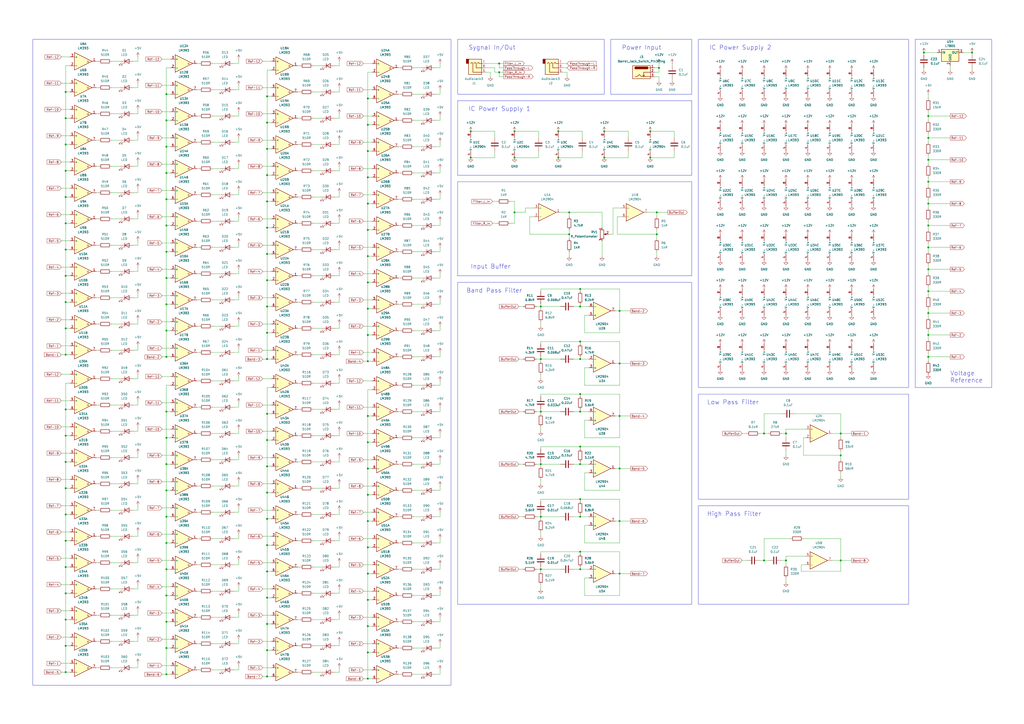
<source format=kicad_sch>
(kicad_sch (version 20230121) (generator eeschema)
  (paper "A2")
  (lib_symbols
    (symbol "Amplifier_Operational:LM2904" (pin_names (offset 0.127))
      (property "Reference" "U" (at 0 5.08 0))
      (property "Value" "LM2904" (at 0 -5.08 0))
      (symbol "LM2904_1_1"
        (pin output line (at 7.62 0 180) (length 2.54) (name "~") (number "1"))
        (pin input line (at -7.62 -2.54 0) (length 2.54) (name "-") (number "2"))
        (pin input line (at -7.62 2.54 0) (length 2.54) (name "+") (number "3"))
      )
      (symbol "LM2904_2_1"
        (pin input line (at -7.62 2.54 0) (length 2.54) (name "+") (number "5"))
        (pin input line (at -7.62 -2.54 0) (length 2.54) (name "-") (number "6"))
        (pin output line (at 7.62 0 180) (length 2.54) (name "~") (number "7"))
      )
      (symbol "LM2904_3_1"
        (pin power_in line (at -2.54 -7.62 90) (length 3.81) (name "V-") (number "4"))
        (pin power_in line (at -2.54 7.62 270) (length 3.81) (name "V+") (number "8"))
      )
    )
    (symbol "Comparator:LM393" (pin_names (offset 0.127))
      (property "Reference" "U" (at 3.81 3.81 0))
      (property "Value" "LM393" (at 6.35 -3.81 0))
      (symbol "LM393_1_1"
        (pin open_collector line (at 7.62 0 180) (length 2.54) (name "~") (number "1"))
        (pin input line (at -7.62 -2.54 0) (length 2.54) (name "-") (number "2"))
        (pin input line (at -7.62 2.54 0) (length 2.54) (name "+") (number "3"))
      )
      (symbol "LM393_2_1"
        (pin input line (at -7.62 2.54 0) (length 2.54) (name "+") (number "5"))
        (pin input line (at -7.62 -2.54 0) (length 2.54) (name "-") (number "6"))
        (pin open_collector line (at 7.62 0 180) (length 2.54) (name "~") (number "7"))
      )
      (symbol "LM393_3_1"
        (pin power_in line (at -2.54 -7.62 90) (length 3.81) (name "V-") (number "4"))
        (pin power_in line (at -2.54 7.62 270) (length 3.81) (name "V+") (number "8"))
      )
    )
    (symbol "Connector:Barrel_Jack_Switch_Pin3Ring" (pin_names hide)
      (property "Reference" "J" (at 0 5.334 0))
      (property "Value" "Barrel_Jack_Switch_Pin3Ring" (at 0 -5.08 0))
      (symbol "Barrel_Jack_Switch_Pin3Ring_1_1"
        (pin passive line (at 7.62 2.54 180) (length 2.54) (name "~") (number "1"))
        (pin passive line (at 7.62 0 180) (length 2.54) (name "~") (number "2"))
        (pin passive line (at 7.62 -2.54 180) (length 2.54) (name "~") (number "3"))
      )
    )
    (symbol "Connector_Audio:AudioJack3"
      (property "Reference" "J" (at 0 8.89 0))
      (property "Value" "AudioJack3" (at 0 6.35 0))
      (symbol "AudioJack3_1_1"
        (pin passive line (at 5.08 0 180) (length 2.54) (name "~") (number "R"))
        (pin passive line (at 5.08 2.54 180) (length 2.54) (name "~") (number "S"))
        (pin passive line (at 5.08 -2.54 180) (length 2.54) (name "~") (number "T"))
      )
    )
    (symbol "Device:C" (pin_numbers hide) (pin_names (offset 0.254))
      (property "Reference" "C" (at 0.635 2.54 0))
      (property "Value" "C" (at 0.635 -2.54 0))
      (symbol "C_1_1"
        (pin passive line (at 0 3.81 270) (length 2.794) (name "~") (number "1"))
        (pin passive line (at 0 -3.81 90) (length 2.794) (name "~") (number "2"))
      )
    )
    (symbol "Device:LED" (pin_numbers hide) (pin_names (offset 1.016) hide)
      (property "Reference" "D" (at 0 2.54 0))
      (property "Value" "LED" (at 0 -2.54 0))
      (symbol "LED_1_1"
        (pin passive line (at -3.81 0 0) (length 2.54) (name "K") (number "1"))
        (pin passive line (at 3.81 0 180) (length 2.54) (name "A") (number "2"))
      )
    )
    (symbol "Device:R" (pin_numbers hide) (pin_names (offset 0))
      (property "Reference" "R" (at 2.032 0 90))
      (property "Value" "R" (at 0 0 90))
      (symbol "R_1_1"
        (pin passive line (at 0 3.81 270) (length 1.27) (name "~") (number "1"))
        (pin passive line (at 0 -3.81 90) (length 1.27) (name "~") (number "2"))
      )
    )
    (symbol "Device:R_Potentiometer" (pin_names (offset 1.016) hide)
      (property "Reference" "RV" (at -4.445 0 90))
      (property "Value" "R_Potentiometer" (at -2.54 0 90))
      (symbol "R_Potentiometer_1_1"
        (pin passive line (at 0 3.81 270) (length 1.27) (name "1") (number "1"))
        (pin passive line (at 3.81 0 180) (length 1.27) (name "2") (number "2"))
        (pin passive line (at 0 -3.81 90) (length 1.27) (name "3") (number "3"))
      )
    )
    (symbol "Regulator_Linear:L7805" (pin_names (offset 0.254))
      (property "Reference" "U" (at -3.81 3.175 0))
      (property "Value" "L7805" (at 0 3.175 0))
      (symbol "L7805_1_1"
        (pin power_in line (at -7.62 0 0) (length 2.54) (name "IN") (number "1"))
        (pin power_in line (at 0 -7.62 90) (length 2.54) (name "GND") (number "2"))
        (pin power_out line (at 7.62 0 180) (length 2.54) (name "OUT") (number "3"))
      )
    )
    (symbol "power:+12V" (power) (pin_names (offset 0))
      (property "Value" "+12V" (at 0 3.556 0))
      (symbol "+12V_1_1"
        (pin power_in line (at 0 0 90) (length 0) hide (name "+12V") (number "1"))
      )
    )
    (symbol "power:+5V" (power) (pin_names (offset 0))
      (property "Value" "+5V" (at 0 3.556 0))
      (symbol "+5V_1_1"
        (pin power_in line (at 0 0 90) (length 0) hide (name "+5V") (number "1"))
      )
    )
    (symbol "power:GND" (power) (pin_names (offset 0))
      (property "Value" "GND" (at 0 -3.81 0))
      (symbol "GND_1_1"
        (pin power_in line (at 0 0 270) (length 0) hide (name "GND") (number "1"))
      )
    )
  )
  (junction (at 382.27 39.37))
  (junction (at 154.94 331.47))
  (junction (at 336.55 228.6))
  (junction (at 213.36 72.39))
  (junction (at 213.36 332.74))
  (junction (at 273.05 91.44))
  (junction (at 213.36 133.35))
  (junction (at 38.1 298.45))
  (junction (at 96.52 191.77))
  (junction (at 538.48 92.71))
  (junction (at 213.36 287.02))
  (junction (at 96.52 130.81))
  (junction (at 443.23 251.46))
  (junction (at 38.1 313.69))
  (junction (at 350.52 91.44))
  (junction (at 538.48 105.41))
  (junction (at 96.52 314.96))
  (junction (at 96.52 85.09))
  (junction (at 38.1 144.78))
  (junction (at 381 135.89))
  (junction (at 38.1 53.34))
  (junction (at 38.1 114.3))
  (junction (at 213.36 118.11))
  (junction (at 96.52 100.33))
  (junction (at 487.68 325.12))
  (junction (at 213.36 179.07))
  (junction (at 330.2 123.19))
  (junction (at 96.52 299.72))
  (junction (at 154.94 346.71))
  (junction (at 213.36 148.59))
  (junction (at 38.1 205.74))
  (junction (at 96.52 345.44))
  (junction (at 38.1 175.26))
  (junction (at 38.1 328.93))
  (junction (at 38.1 344.17))
  (junction (at 359.41 180.34))
  (junction (at 154.94 285.75))
  (junction (at 96.52 284.48))
  (junction (at 313.69 208.28))
  (junction (at 330.2 135.89))
  (junction (at 336.55 320.04))
  (junction (at 336.55 167.64))
  (junction (at 213.36 102.87))
  (junction (at 213.36 378.46))
  (junction (at 359.41 210.82))
  (junction (at 213.36 347.98))
  (junction (at 154.94 270.51))
  (junction (at 96.52 207.01))
  (junction (at 487.68 264.16))
  (junction (at 154.94 361.95))
  (junction (at 96.52 115.57))
  (junction (at 38.1 83.82))
  (junction (at 96.52 176.53))
  (junction (at 323.85 91.44))
  (junction (at 336.55 269.24))
  (junction (at 96.52 69.85))
  (junction (at 38.1 359.41))
  (junction (at 96.52 254))
  (junction (at 538.48 67.31))
  (junction (at 298.45 91.44))
  (junction (at 96.52 146.05))
  (junction (at 38.1 389.89))
  (junction (at 154.94 162.56))
  (junction (at 38.1 160.02))
  (junction (at 298.45 123.19))
  (junction (at 154.94 316.23))
  (junction (at 336.55 289.56))
  (junction (at 336.55 208.28))
  (junction (at 213.36 57.15))
  (junction (at 538.48 207.01))
  (junction (at 313.69 299.72))
  (junction (at 381 123.19))
  (junction (at 96.52 360.68))
  (junction (at 289.56 41.91))
  (junction (at 336.55 259.08))
  (junction (at 38.1 99.06))
  (junction (at 313.69 269.24))
  (junction (at 154.94 55.88))
  (junction (at 154.94 147.32))
  (junction (at 213.36 241.3))
  (junction (at 154.94 240.03))
  (junction (at 455.93 325.12))
  (junction (at 336.55 198.12))
  (junction (at 538.48 118.11))
  (junction (at 38.1 267.97))
  (junction (at 535.94 30.48))
  (junction (at 313.69 238.76))
  (junction (at 213.36 209.55))
  (junction (at 213.36 393.7))
  (junction (at 38.1 252.73))
  (junction (at 213.36 163.83))
  (junction (at 154.94 132.08))
  (junction (at 213.36 87.63))
  (junction (at 359.41 241.3))
  (junction (at 154.94 208.28))
  (junction (at 359.41 332.74))
  (junction (at 96.52 54.61))
  (junction (at 455.93 251.46))
  (junction (at 96.52 269.24))
  (junction (at 213.36 363.22))
  (junction (at 213.36 194.31))
  (junction (at 154.94 392.43))
  (junction (at 298.45 76.2))
  (junction (at 96.52 161.29))
  (junction (at 154.94 300.99))
  (junction (at 38.1 237.49))
  (junction (at 538.48 156.21))
  (junction (at 154.94 86.36))
  (junction (at 213.36 302.26))
  (junction (at 313.69 330.2))
  (junction (at 377.19 91.44))
  (junction (at 336.55 299.72))
  (junction (at 213.36 271.78))
  (junction (at 359.41 271.78))
  (junction (at 38.1 190.5))
  (junction (at 359.41 302.26))
  (junction (at 96.52 375.92))
  (junction (at 273.05 76.2))
  (junction (at 538.48 143.51))
  (junction (at 154.94 101.6))
  (junction (at 154.94 255.27))
  (junction (at 313.69 177.8))
  (junction (at 323.85 76.2))
  (junction (at 154.94 377.19))
  (junction (at 213.36 317.5))
  (junction (at 336.55 177.8))
  (junction (at 538.48 168.91))
  (junction (at 487.68 251.46))
  (junction (at 336.55 238.76))
  (junction (at 38.1 374.65))
  (junction (at 154.94 116.84))
  (junction (at 538.48 194.31))
  (junction (at 336.55 330.2))
  (junction (at 538.48 181.61))
  (junction (at 154.94 71.12))
  (junction (at 443.23 325.12))
  (junction (at 154.94 177.8))
  (junction (at 538.48 130.81))
  (junction (at 289.56 36.83))
  (junction (at 96.52 238.76))
  (junction (at 38.1 129.54))
  (junction (at 377.19 76.2))
  (junction (at 96.52 330.2))
  (junction (at 213.36 256.54))
  (junction (at 563.88 30.48))
  (junction (at 350.52 76.2))
  (junction (at 38.1 68.58))
  (junction (at 38.1 283.21))
  (junction (at 154.94 193.04))
  (junction (at 96.52 391.16))
  (junction (at 538.48 80.01))
  (wire (pts (xy 359.41 210.82) (xy 359.41 198.12)))
  (wire (pts (xy 300.99 177.8) (xy 303.53 177.8)))
  (wire (pts (xy 563.88 39.37) (xy 563.88 40.64)))
  (wire (pts (xy 339.09 213.36) (xy 339.09 223.52)))
  (wire (pts (xy 96.52 39.37) (xy 96.52 54.61)))
  (wire (pts (xy 152.4 372.11) (xy 157.48 372.11)))
  (wire (pts (xy 38.1 344.17) (xy 38.1 359.41)))
  (wire (pts (xy 487.68 274.32) (xy 487.68 276.86)))
  (wire (pts (xy 252.73 391.16) (xy 255.27 391.16)))
  (wire (pts (xy 40.64 374.65) (xy 38.1 374.65)))
  (wire (pts (xy 152.4 311.15) (xy 157.48 311.15)))
  (wire (pts (xy 339.09 274.32) (xy 341.63 274.32)))
  (wire (pts (xy 64.77 172.72) (xy 69.85 172.72)))
  (wire (pts (xy 181.61 68.58) (xy 186.69 68.58)))
  (wire (pts (xy 138.43 370.84) (xy 138.43 373.38)))
  (wire (pts (xy 135.89 251.46) (xy 138.43 251.46)))
  (wire (pts (xy 330.2 135.89) (xy 330.2 138.43)))
  (wire (pts (xy 55.88 387.35) (xy 57.15 387.35)))
  (wire (pts (xy 154.94 55.88) (xy 157.48 55.88)))
  (wire (pts (xy 336.55 269.24) (xy 336.55 267.97)))
  (wire (pts (xy 123.19 388.62) (xy 128.27 388.62)))
  (wire (pts (xy 391.16 76.2) (xy 377.19 76.2)))
  (wire (pts (xy 152.4 50.8) (xy 157.48 50.8)))
  (wire (pts (xy 215.9 347.98) (xy 213.36 347.98)))
  (wire (pts (xy 339.09 314.96) (xy 359.41 314.96)))
  (wire (pts (xy 123.19 236.22) (xy 128.27 236.22)))
  (wire (pts (xy 359.41 254) (xy 359.41 241.3)))
  (wire (pts (xy 255.27 128.27) (xy 255.27 130.81)))
  (wire (pts (xy 313.69 330.2) (xy 325.12 330.2)))
  (wire (pts (xy 240.03 176.53) (xy 245.11 176.53)))
  (wire (pts (xy 114.3 342.9) (xy 115.57 342.9)))
  (wire (pts (xy 152.4 111.76) (xy 157.48 111.76)))
  (wire (pts (xy 99.06 254) (xy 96.52 254)))
  (wire (pts (xy 252.73 284.48) (xy 255.27 284.48)))
  (wire (pts (xy 487.68 261.62) (xy 487.68 264.16)))
  (wire (pts (xy 213.36 163.83) (xy 213.36 179.07)))
  (wire (pts (xy 252.73 330.2) (xy 255.27 330.2)))
  (wire (pts (xy 313.69 167.64) (xy 336.55 167.64)))
  (wire (pts (xy 328.93 36.83) (xy 326.39 36.83)))
  (wire (pts (xy 339.09 243.84) (xy 339.09 254)))
  (wire (pts (xy 138.43 125.73) (xy 138.43 128.27)))
  (wire (pts (xy 196.85 356.87) (xy 196.85 359.41)))
  (wire (pts (xy 154.94 224.79) (xy 154.94 240.03)))
  (wire (pts (xy 138.43 386.08) (xy 138.43 388.62)))
  (wire (pts (xy 312.42 87.63) (xy 312.42 91.44)))
  (wire (pts (xy 215.9 317.5) (xy 213.36 317.5)))
  (wire (pts (xy 337.82 87.63) (xy 337.82 91.44)))
  (wire (pts (xy 96.52 330.2) (xy 99.06 330.2)))
  (wire (pts (xy 210.82 342.9) (xy 215.9 342.9)))
  (wire (pts (xy 210.82 220.98) (xy 215.9 220.98)))
  (wire (pts (xy 196.85 142.24) (xy 196.85 144.78)))
  (wire (pts (xy 138.43 355.6) (xy 138.43 358.14)))
  (wire (pts (xy 252.73 314.96) (xy 255.27 314.96)))
  (wire (pts (xy 313.69 299.72) (xy 313.69 300.99)))
  (wire (pts (xy 77.47 341.63) (xy 80.01 341.63)))
  (wire (pts (xy 255.27 52.07) (xy 255.27 54.61)))
  (wire (pts (xy 181.61 359.41) (xy 186.69 359.41)))
  (wire (pts (xy 339.09 182.88) (xy 341.63 182.88)))
  (wire (pts (xy 35.56 354.33) (xy 40.64 354.33)))
  (wire (pts (xy 289.56 36.83) (xy 292.1 36.83)))
  (wire (pts (xy 194.31 144.78) (xy 196.85 144.78)))
  (wire (pts (xy 123.19 204.47) (xy 128.27 204.47)))
  (wire (pts (xy 123.19 173.99) (xy 128.27 173.99)))
  (wire (pts (xy 196.85 295.91) (xy 196.85 298.45)))
  (wire (pts (xy 487.68 240.03) (xy 487.68 251.46)))
  (wire (pts (xy 64.77 356.87) (xy 69.85 356.87)))
  (wire (pts (xy 194.31 267.97) (xy 196.85 267.97)))
  (wire (pts (xy 538.48 207.01) (xy 538.48 209.55)))
  (wire (pts (xy 304.8 120.65) (xy 304.8 123.19)))
  (wire (pts (xy 93.98 370.84) (xy 99.06 370.84)))
  (wire (pts (xy 332.74 330.2) (xy 336.55 330.2)))
  (wire (pts (xy 364.49 76.2) (xy 350.52 76.2)))
  (wire (pts (xy 240.03 207.01) (xy 245.11 207.01)))
  (wire (pts (xy 96.52 207.01) (xy 99.06 207.01)))
  (wire (pts (xy 359.41 180.34) (xy 365.76 180.34)))
  (wire (pts (xy 93.98 355.6) (xy 99.06 355.6)))
  (wire (pts (xy 38.1 83.82) (xy 40.64 83.82)))
  (wire (pts (xy 194.31 53.34) (xy 196.85 53.34)))
  (wire (pts (xy 311.15 208.28) (xy 313.69 208.28)))
  (wire (pts (xy 77.47 295.91) (xy 80.01 295.91)))
  (wire (pts (xy 135.89 113.03) (xy 138.43 113.03)))
  (wire (pts (xy 93.98 80.01) (xy 99.06 80.01)))
  (wire (pts (xy 455.93 251.46) (xy 455.93 254)))
  (wire (pts (xy 538.48 156.21) (xy 551.18 156.21)))
  (wire (pts (xy 213.36 241.3) (xy 215.9 241.3)))
  (wire (pts (xy 38.1 374.65) (xy 38.1 389.89)))
  (wire (pts (xy 77.47 172.72) (xy 80.01 172.72)))
  (wire (pts (xy 231.14 314.96) (xy 232.41 314.96)))
  (wire (pts (xy 379.73 41.91) (xy 382.27 41.91)))
  (wire (pts (xy 123.19 128.27) (xy 128.27 128.27)))
  (wire (pts (xy 255.27 297.18) (xy 255.27 299.72)))
  (wire (pts (xy 172.72 83.82) (xy 173.99 83.82)))
  (wire (pts (xy 255.27 373.38) (xy 255.27 375.92)))
  (wire (pts (xy 172.72 68.58) (xy 173.99 68.58)))
  (wire (pts (xy 123.19 251.46) (xy 128.27 251.46)))
  (wire (pts (xy 172.72 298.45) (xy 173.99 298.45)))
  (wire (pts (xy 55.88 157.48) (xy 57.15 157.48)))
  (wire (pts (xy 93.98 34.29) (xy 99.06 34.29)))
  (wire (pts (xy 240.03 191.77) (xy 245.11 191.77)))
  (wire (pts (xy 135.89 128.27) (xy 138.43 128.27)))
  (wire (pts (xy 313.69 290.83) (xy 313.69 289.56)))
  (wire (pts (xy 313.69 208.28) (xy 313.69 209.55)))
  (wire (pts (xy 382.27 39.37) (xy 382.27 36.83)))
  (wire (pts (xy 55.88 96.52) (xy 57.15 96.52)))
  (wire (pts (xy 381 123.19) (xy 387.35 123.19)))
  (wire (pts (xy 123.19 67.31) (xy 128.27 67.31)))
  (wire (pts (xy 213.36 302.26) (xy 215.9 302.26)))
  (wire (pts (xy 281.94 36.83) (xy 289.56 36.83)))
  (wire (pts (xy 55.88 172.72) (xy 57.15 172.72)))
  (wire (pts (xy 453.39 251.46) (xy 455.93 251.46)))
  (wire (pts (xy 138.43 80.01) (xy 138.43 82.55)))
  (wire (pts (xy 307.34 125.73) (xy 307.34 135.89)))
  (wire (pts (xy 123.19 358.14) (xy 128.27 358.14)))
  (wire (pts (xy 35.56 278.13) (xy 40.64 278.13)))
  (wire (pts (xy 114.3 189.23) (xy 115.57 189.23)))
  (wire (pts (xy 359.41 223.52) (xy 359.41 210.82)))
  (wire (pts (xy 157.48 193.04) (xy 154.94 193.04)))
  (wire (pts (xy 196.85 66.04) (xy 196.85 68.58)))
  (wire (pts (xy 240.03 238.76) (xy 245.11 238.76)))
  (wire (pts (xy 313.69 278.13) (xy 313.69 280.67)))
  (wire (pts (xy 461.01 240.03) (xy 487.68 240.03)))
  (wire (pts (xy 114.3 52.07) (xy 115.57 52.07)))
  (wire (pts (xy 172.72 129.54) (xy 173.99 129.54)))
  (wire (pts (xy 55.88 311.15) (xy 57.15 311.15)))
  (wire (pts (xy 93.98 294.64) (xy 99.06 294.64)))
  (wire (pts (xy 80.01 278.13) (xy 80.01 280.67)))
  (wire (pts (xy 55.88 187.96) (xy 57.15 187.96)))
  (wire (pts (xy 196.85 280.67) (xy 196.85 283.21)))
  (wire (pts (xy 96.52 360.68) (xy 99.06 360.68)))
  (wire (pts (xy 152.4 219.71) (xy 157.48 219.71)))
  (wire (pts (xy 96.52 375.92) (xy 96.52 391.16)))
  (wire (pts (xy 138.43 156.21) (xy 138.43 158.75)))
  (wire (pts (xy 313.69 177.8) (xy 325.12 177.8)))
  (wire (pts (xy 55.88 356.87) (xy 57.15 356.87)))
  (wire (pts (xy 152.4 157.48) (xy 157.48 157.48)))
  (wire (pts (xy 389.89 36.83) (xy 389.89 38.1)))
  (wire (pts (xy 64.77 295.91) (xy 69.85 295.91)))
  (wire (pts (xy 135.89 220.98) (xy 138.43 220.98)))
  (wire (pts (xy 138.43 233.68) (xy 138.43 236.22)))
  (wire (pts (xy 309.88 120.65) (xy 304.8 120.65)))
  (wire (pts (xy 123.19 113.03) (xy 128.27 113.03)))
  (wire (pts (xy 157.48 101.6) (xy 154.94 101.6)))
  (wire (pts (xy 99.06 69.85) (xy 96.52 69.85)))
  (wire (pts (xy 154.94 40.64) (xy 154.94 55.88)))
  (wire (pts (xy 359.41 259.08) (xy 336.55 259.08)))
  (wire (pts (xy 64.77 219.71) (xy 69.85 219.71)))
  (wire (pts (xy 35.56 185.42) (xy 40.64 185.42)))
  (wire (pts (xy 194.31 237.49) (xy 196.85 237.49)))
  (wire (pts (xy 355.6 135.89) (xy 353.06 135.89)))
  (wire (pts (xy 154.94 86.36) (xy 157.48 86.36)))
  (wire (pts (xy 38.1 114.3) (xy 38.1 129.54)))
  (wire (pts (xy 455.93 325.12) (xy 453.39 325.12)))
  (wire (pts (xy 210.82 251.46) (xy 215.9 251.46)))
  (wire (pts (xy 381 146.05) (xy 381 148.59)))
  (wire (pts (xy 154.94 240.03) (xy 157.48 240.03)))
  (wire (pts (xy 55.88 50.8) (xy 57.15 50.8)))
  (wire (pts (xy 123.19 220.98) (xy 128.27 220.98)))
  (wire (pts (xy 538.48 54.61) (xy 538.48 57.15)))
  (wire (pts (xy 172.72 252.73) (xy 173.99 252.73)))
  (wire (pts (xy 40.64 283.21) (xy 38.1 283.21)))
  (wire (pts (xy 114.3 113.03) (xy 115.57 113.03)))
  (wire (pts (xy 55.88 265.43) (xy 57.15 265.43)))
  (wire (pts (xy 154.94 240.03) (xy 154.94 255.27)))
  (wire (pts (xy 240.03 375.92) (xy 245.11 375.92)))
  (wire (pts (xy 181.61 252.73) (xy 186.69 252.73)))
  (wire (pts (xy 336.55 289.56) (xy 336.55 290.83)))
  (wire (pts (xy 213.36 72.39) (xy 213.36 87.63)))
  (wire (pts (xy 152.4 187.96) (xy 157.48 187.96)))
  (wire (pts (xy 359.41 289.56) (xy 336.55 289.56)))
  (wire (pts (xy 38.1 53.34) (xy 40.64 53.34)))
  (wire (pts (xy 77.47 219.71) (xy 80.01 219.71)))
  (wire (pts (xy 157.48 224.79) (xy 154.94 224.79)))
  (wire (pts (xy 152.4 96.52) (xy 157.48 96.52)))
  (wire (pts (xy 172.72 267.97) (xy 173.99 267.97)))
  (wire (pts (xy 114.3 220.98) (xy 115.57 220.98)))
  (wire (pts (xy 96.52 115.57) (xy 99.06 115.57)))
  (wire (pts (xy 538.48 67.31) (xy 538.48 69.85)))
  (wire (pts (xy 313.69 259.08) (xy 336.55 259.08)))
  (wire (pts (xy 194.31 283.21) (xy 196.85 283.21)))
  (wire (pts (xy 96.52 391.16) (xy 99.06 391.16)))
  (wire (pts (xy 135.89 189.23) (xy 138.43 189.23)))
  (wire (pts (xy 538.48 67.31) (xy 551.18 67.31)))
  (wire (pts (xy 77.47 187.96) (xy 80.01 187.96)))
  (wire (pts (xy 181.61 205.74) (xy 186.69 205.74)))
  (wire (pts (xy 194.31 190.5) (xy 196.85 190.5)))
  (wire (pts (xy 181.61 389.89) (xy 186.69 389.89)))
  (wire (pts (xy 181.61 175.26) (xy 186.69 175.26)))
  (wire (pts (xy 330.2 123.19) (xy 349.25 123.19)))
  (wire (pts (xy 231.14 207.01) (xy 232.41 207.01)))
  (wire (pts (xy 40.64 160.02) (xy 38.1 160.02)))
  (wire (pts (xy 64.77 187.96) (xy 69.85 187.96)))
  (wire (pts (xy 99.06 161.29) (xy 96.52 161.29)))
  (wire (pts (xy 93.98 264.16) (xy 99.06 264.16)))
  (wire (pts (xy 312.42 76.2) (xy 298.45 76.2)))
  (wire (pts (xy 123.19 373.38) (xy 128.27 373.38)))
  (wire (pts (xy 210.82 327.66) (xy 215.9 327.66)))
  (wire (pts (xy 213.36 148.59) (xy 213.36 163.83)))
  (wire (pts (xy 157.48 71.12) (xy 154.94 71.12)))
  (wire (pts (xy 563.88 30.48) (xy 563.88 31.75)))
  (wire (pts (xy 38.1 359.41) (xy 38.1 374.65)))
  (wire (pts (xy 455.93 322.58) (xy 455.93 325.12)))
  (wire (pts (xy 240.03 299.72) (xy 245.11 299.72)))
  (wire (pts (xy 255.27 251.46) (xy 255.27 254)))
  (wire (pts (xy 458.47 312.42) (xy 443.23 312.42)))
  (wire (pts (xy 215.9 72.39) (xy 213.36 72.39)))
  (wire (pts (xy 213.36 378.46) (xy 213.36 393.7)))
  (wire (pts (xy 359.41 210.82) (xy 365.76 210.82)))
  (wire (pts (xy 231.14 146.05) (xy 232.41 146.05)))
  (wire (pts (xy 135.89 281.94) (xy 138.43 281.94)))
  (wire (pts (xy 359.41 271.78) (xy 365.76 271.78)))
  (wire (pts (xy 154.94 285.75) (xy 154.94 300.99)))
  (wire (pts (xy 55.88 203.2) (xy 57.15 203.2)))
  (wire (pts (xy 96.52 223.52) (xy 96.52 238.76)))
  (wire (pts (xy 213.36 363.22) (xy 213.36 378.46)))
  (wire (pts (xy 252.73 299.72) (xy 255.27 299.72)))
  (wire (pts (xy 154.94 316.23) (xy 154.94 331.47)))
  (wire (pts (xy 77.47 111.76) (xy 80.01 111.76)))
  (wire (pts (xy 558.8 30.48) (xy 563.88 30.48)))
  (wire (pts (xy 289.56 39.37) (xy 289.56 36.83)))
  (wire (pts (xy 80.01 93.98) (xy 80.01 96.52)))
  (wire (pts (xy 231.14 69.85) (xy 232.41 69.85)))
  (wire (pts (xy 172.72 283.21) (xy 173.99 283.21)))
  (wire (pts (xy 339.09 254) (xy 359.41 254)))
  (wire (pts (xy 332.74 238.76) (xy 336.55 238.76)))
  (wire (pts (xy 215.9 287.02) (xy 213.36 287.02)))
  (wire (pts (xy 313.69 260.35) (xy 313.69 259.08)))
  (wire (pts (xy 38.1 83.82) (xy 38.1 99.06)))
  (wire (pts (xy 336.55 208.28) (xy 336.55 207.01)))
  (wire (pts (xy 443.23 251.46) (xy 445.77 251.46)))
  (wire (pts (xy 196.85 387.35) (xy 196.85 389.89)))
  (wire (pts (xy 336.55 330.2) (xy 336.55 328.93)))
  (wire (pts (xy 464.82 327.66) (xy 464.82 331.47)))
  (wire (pts (xy 55.88 219.71) (xy 57.15 219.71)))
  (wire (pts (xy 210.82 173.99) (xy 215.9 173.99)))
  (wire (pts (xy 135.89 312.42) (xy 138.43 312.42)))
  (wire (pts (xy 55.88 111.76) (xy 57.15 111.76)))
  (wire (pts (xy 194.31 389.89) (xy 196.85 389.89)))
  (wire (pts (xy 38.1 68.58) (xy 38.1 83.82)))
  (wire (pts (xy 298.45 123.19) (xy 298.45 116.84)))
  (wire (pts (xy 210.82 97.79) (xy 215.9 97.79)))
  (wire (pts (xy 440.69 325.12) (xy 443.23 325.12)))
  (wire (pts (xy 64.77 341.63) (xy 69.85 341.63)))
  (wire (pts (xy 93.98 49.53) (xy 99.06 49.53)))
  (wire (pts (xy 138.43 186.69) (xy 138.43 189.23)))
  (wire (pts (xy 194.31 252.73) (xy 196.85 252.73)))
  (wire (pts (xy 231.14 191.77) (xy 232.41 191.77)))
  (wire (pts (xy 287.02 80.01) (xy 287.02 76.2)))
  (wire (pts (xy 157.48 377.19) (xy 154.94 377.19)))
  (wire (pts (xy 287.02 76.2) (xy 273.05 76.2)))
  (wire (pts (xy 38.1 283.21) (xy 38.1 298.45)))
  (wire (pts (xy 181.61 160.02) (xy 186.69 160.02)))
  (wire (pts (xy 538.48 64.77) (xy 538.48 67.31)))
  (wire (pts (xy 213.36 194.31) (xy 213.36 209.55)))
  (wire (pts (xy 252.73 146.05) (xy 255.27 146.05)))
  (wire (pts (xy 240.03 54.61) (xy 245.11 54.61)))
  (wire (pts (xy 336.55 269.24) (xy 341.63 269.24)))
  (wire (pts (xy 138.43 279.4) (xy 138.43 281.94)))
  (wire (pts (xy 336.55 167.64) (xy 336.55 168.91)))
  (wire (pts (xy 313.69 269.24) (xy 313.69 270.51)))
  (wire (pts (xy 114.3 251.46) (xy 115.57 251.46)))
  (wire (pts (xy 215.9 378.46) (xy 213.36 378.46)))
  (wire (pts (xy 181.61 267.97) (xy 186.69 267.97)))
  (wire (pts (xy 538.48 115.57) (xy 538.48 118.11)))
  (wire (pts (xy 157.48 40.64) (xy 154.94 40.64)))
  (wire (pts (xy 213.36 256.54) (xy 213.36 271.78)))
  (wire (pts (xy 152.4 387.35) (xy 157.48 387.35)))
  (wire (pts (xy 359.41 302.26) (xy 356.87 302.26)))
  (wire (pts (xy 252.73 176.53) (xy 255.27 176.53)))
  (wire (pts (xy 364.49 87.63) (xy 364.49 91.44)))
  (wire (pts (xy 138.43 171.45) (xy 138.43 173.99)))
  (wire (pts (xy 213.36 148.59) (xy 215.9 148.59)))
  (wire (pts (xy 311.15 330.2) (xy 313.69 330.2)))
  (wire (pts (xy 138.43 309.88) (xy 138.43 312.42)))
  (wire (pts (xy 96.52 85.09) (xy 99.06 85.09)))
  (wire (pts (xy 96.52 284.48) (xy 96.52 299.72)))
  (wire (pts (xy 196.85 172.72) (xy 196.85 175.26)))
  (wire (pts (xy 196.85 311.15) (xy 196.85 313.69)))
  (wire (pts (xy 339.09 284.48) (xy 359.41 284.48)))
  (wire (pts (xy 313.69 199.39) (xy 313.69 198.12)))
  (wire (pts (xy 359.41 210.82) (xy 356.87 210.82)))
  (wire (pts (xy 40.64 68.58) (xy 38.1 68.58)))
  (wire (pts (xy 38.1 144.78) (xy 40.64 144.78)))
  (wire (pts (xy 364.49 80.01) (xy 364.49 76.2)))
  (wire (pts (xy 313.69 238.76) (xy 313.69 240.03)))
  (wire (pts (xy 35.56 339.09) (xy 40.64 339.09)))
  (wire (pts (xy 154.94 193.04) (xy 154.94 208.28)))
  (wire (pts (xy 538.48 105.41) (xy 551.18 105.41)))
  (wire (pts (xy 181.61 129.54) (xy 186.69 129.54)))
  (wire (pts (xy 99.06 39.37) (xy 96.52 39.37)))
  (wire (pts (xy 135.89 36.83) (xy 138.43 36.83)))
  (wire (pts (xy 196.85 372.11) (xy 196.85 374.65)))
  (wire (pts (xy 359.41 241.3) (xy 365.76 241.3)))
  (wire (pts (xy 455.93 251.46) (xy 455.93 248.92)))
  (wire (pts (xy 40.64 252.73) (xy 38.1 252.73)))
  (wire (pts (xy 96.52 191.77) (xy 96.52 207.01)))
  (wire (pts (xy 154.94 377.19) (xy 154.94 392.43)))
  (wire (pts (xy 355.6 120.65) (xy 355.6 135.89)))
  (wire (pts (xy 55.88 127) (xy 57.15 127)))
  (wire (pts (xy 210.82 67.31) (xy 215.9 67.31)))
  (wire (pts (xy 252.73 375.92) (xy 255.27 375.92)))
  (wire (pts (xy 292.1 44.45) (xy 289.56 44.45)))
  (wire (pts (xy 96.52 299.72) (xy 96.52 314.96)))
  (wire (pts (xy 154.94 147.32) (xy 157.48 147.32)))
  (wire (pts (xy 455.93 335.28) (xy 455.93 337.82)))
  (wire (pts (xy 96.52 360.68) (xy 96.52 375.92)))
  (wire (pts (xy 240.03 360.68) (xy 245.11 360.68)))
  (wire (pts (xy 114.3 204.47) (xy 115.57 204.47)))
  (wire (pts (xy 114.3 297.18) (xy 115.57 297.18)))
  (wire (pts (xy 64.77 387.35) (xy 69.85 387.35)))
  (wire (pts (xy 154.94 392.43) (xy 157.48 392.43)))
  (wire (pts (xy 154.94 177.8) (xy 157.48 177.8)))
  (wire (pts (xy 172.72 359.41) (xy 173.99 359.41)))
  (wire (pts (xy 194.31 83.82) (xy 196.85 83.82)))
  (wire (pts (xy 93.98 171.45) (xy 99.06 171.45)))
  (wire (pts (xy 240.03 284.48) (xy 245.11 284.48)))
  (wire (pts (xy 93.98 248.92) (xy 99.06 248.92)))
  (wire (pts (xy 213.36 271.78) (xy 213.36 287.02)))
  (wire (pts (xy 252.73 269.24) (xy 255.27 269.24)))
  (wire (pts (xy 337.82 80.01) (xy 337.82 76.2)))
  (wire (pts (xy 152.4 295.91) (xy 157.48 295.91)))
  (wire (pts (xy 231.14 375.92) (xy 232.41 375.92)))
  (wire (pts (xy 215.9 226.06) (xy 213.36 226.06)))
  (wire (pts (xy 466.09 264.16) (xy 487.68 264.16)))
  (wire (pts (xy 252.73 360.68) (xy 255.27 360.68)))
  (wire (pts (xy 93.98 233.68) (xy 99.06 233.68)))
  (wire (pts (xy 40.64 129.54) (xy 38.1 129.54)))
  (wire (pts (xy 64.77 234.95) (xy 69.85 234.95)))
  (wire (pts (xy 240.03 314.96) (xy 245.11 314.96)))
  (wire (pts (xy 339.09 335.28) (xy 339.09 345.44)))
  (wire (pts (xy 38.1 222.25) (xy 38.1 237.49)))
  (wire (pts (xy 152.4 127) (xy 157.48 127)))
  (wire (pts (xy 99.06 375.92) (xy 96.52 375.92)))
  (wire (pts (xy 255.27 281.94) (xy 255.27 284.48)))
  (wire (pts (xy 64.77 35.56) (xy 69.85 35.56)))
  (wire (pts (xy 313.69 186.69) (xy 313.69 189.23)))
  (wire (pts (xy 138.43 340.36) (xy 138.43 342.9)))
  (wire (pts (xy 255.27 113.03) (xy 255.27 115.57)))
  (wire (pts (xy 240.03 115.57) (xy 245.11 115.57)))
  (wire (pts (xy 339.09 335.28) (xy 341.63 335.28)))
  (wire (pts (xy 35.56 93.98) (xy 40.64 93.98)))
  (wire (pts (xy 181.61 83.82) (xy 186.69 83.82)))
  (wire (pts (xy 35.56 33.02) (xy 40.64 33.02)))
  (wire (pts (xy 135.89 297.18) (xy 138.43 297.18)))
  (wire (pts (xy 453.39 240.03) (xy 443.23 240.03)))
  (wire (pts (xy 38.1 53.34) (xy 38.1 68.58)))
  (wire (pts (xy 339.09 345.44) (xy 359.41 345.44)))
  (wire (pts (xy 213.36 87.63) (xy 213.36 102.87)))
  (wire (pts (xy 154.94 270.51) (xy 157.48 270.51)))
  (wire (pts (xy 332.74 177.8) (xy 336.55 177.8)))
  (wire (pts (xy 336.55 320.04) (xy 336.55 321.31)))
  (wire (pts (xy 154.94 177.8) (xy 154.94 193.04)))
  (wire (pts (xy 240.03 69.85) (xy 245.11 69.85)))
  (wire (pts (xy 196.85 96.52) (xy 196.85 99.06)))
  (wire (pts (xy 135.89 358.14) (xy 138.43 358.14)))
  (wire (pts (xy 64.77 372.11) (xy 69.85 372.11)))
  (wire (pts (xy 123.19 342.9) (xy 128.27 342.9)))
  (wire (pts (xy 255.27 358.14) (xy 255.27 360.68)))
  (wire (pts (xy 38.1 313.69) (xy 38.1 328.93)))
  (wire (pts (xy 309.88 125.73) (xy 307.34 125.73)))
  (wire (pts (xy 339.09 304.8) (xy 339.09 314.96)))
  (wire (pts (xy 313.69 328.93) (xy 313.69 330.2)))
  (wire (pts (xy 240.03 391.16) (xy 245.11 391.16)))
  (wire (pts (xy 38.1 237.49) (xy 40.64 237.49)))
  (wire (pts (xy 96.52 146.05) (xy 99.06 146.05)))
  (wire (pts (xy 172.72 205.74) (xy 173.99 205.74)))
  (wire (pts (xy 138.43 325.12) (xy 138.43 327.66)))
  (wire (pts (xy 538.48 92.71) (xy 551.18 92.71)))
  (wire (pts (xy 194.31 68.58) (xy 196.85 68.58)))
  (wire (pts (xy 80.01 369.57) (xy 80.01 372.11)))
  (wire (pts (xy 240.03 130.81) (xy 245.11 130.81)))
  (wire (pts (xy 252.73 130.81) (xy 255.27 130.81)))
  (wire (pts (xy 231.14 254) (xy 232.41 254)))
  (wire (pts (xy 538.48 143.51) (xy 538.48 146.05)))
  (wire (pts (xy 332.74 269.24) (xy 336.55 269.24)))
  (wire (pts (xy 298.45 116.84) (xy 295.91 116.84)))
  (wire (pts (xy 311.15 299.72) (xy 313.69 299.72)))
  (wire (pts (xy 123.19 143.51) (xy 128.27 143.51)))
  (wire (pts (xy 287.02 41.91) (xy 287.02 39.37)))
  (wire (pts (xy 93.98 391.16) (xy 96.52 391.16)))
  (wire (pts (xy 336.55 177.8) (xy 341.63 177.8)))
  (wire (pts (xy 64.77 96.52) (xy 69.85 96.52)))
  (wire (pts (xy 135.89 82.55) (xy 138.43 82.55)))
  (wire (pts (xy 240.03 269.24) (xy 245.11 269.24)))
  (wire (pts (xy 64.77 50.8) (xy 69.85 50.8)))
  (wire (pts (xy 123.19 266.7) (xy 128.27 266.7)))
  (wire (pts (xy 213.36 102.87) (xy 213.36 118.11)))
  (wire (pts (xy 135.89 373.38) (xy 138.43 373.38)))
  (wire (pts (xy 311.15 238.76) (xy 313.69 238.76)))
  (wire (pts (xy 96.52 85.09) (xy 96.52 100.33)))
  (wire (pts (xy 96.52 161.29) (xy 96.52 176.53)))
  (wire (pts (xy 181.61 99.06) (xy 186.69 99.06)))
  (wire (pts (xy 157.48 285.75) (xy 154.94 285.75)))
  (wire (pts (xy 336.55 238.76) (xy 336.55 237.49)))
  (wire (pts (xy 349.25 123.19) (xy 349.25 132.08)))
  (wire (pts (xy 55.88 142.24) (xy 57.15 142.24)))
  (wire (pts (xy 359.41 180.34) (xy 359.41 167.64)))
  (wire (pts (xy 255.27 220.98) (xy 255.27 223.52)))
  (wire (pts (xy 77.47 372.11) (xy 80.01 372.11)))
  (wire (pts (xy 138.43 110.49) (xy 138.43 113.03)))
  (wire (pts (xy 455.93 248.92) (xy 467.36 248.92)))
  (wire (pts (xy 38.1 267.97) (xy 38.1 283.21)))
  (wire (pts (xy 93.98 186.69) (xy 99.06 186.69)))
  (wire (pts (xy 538.48 181.61) (xy 538.48 184.15)))
  (wire (pts (xy 359.41 320.04) (xy 336.55 320.04)))
  (wire (pts (xy 77.47 66.04) (xy 80.01 66.04)))
  (wire (pts (xy 80.01 354.33) (xy 80.01 356.87)))
  (wire (pts (xy 359.41 198.12) (xy 336.55 198.12)))
  (wire (pts (xy 96.52 345.44) (xy 96.52 360.68)))
  (wire (pts (xy 210.82 82.55) (xy 215.9 82.55)))
  (wire (pts (xy 35.56 384.81) (xy 40.64 384.81)))
  (wire (pts (xy 213.36 241.3) (xy 213.36 256.54)))
  (wire (pts (xy 336.55 177.8) (xy 336.55 176.53)))
  (wire (pts (xy 336.55 238.76) (xy 341.63 238.76)))
  (wire (pts (xy 172.72 237.49) (xy 173.99 237.49)))
  (wire (pts (xy 93.98 156.21) (xy 99.06 156.21)))
  (wire (pts (xy 96.52 254) (xy 96.52 269.24)))
  (wire (pts (xy 114.3 82.55) (xy 115.57 82.55)))
  (wire (pts (xy 38.1 114.3) (xy 40.64 114.3)))
  (wire (pts (xy 96.52 330.2) (xy 96.52 345.44)))
  (wire (pts (xy 252.73 238.76) (xy 255.27 238.76)))
  (wire (pts (xy 93.98 340.36) (xy 99.06 340.36)))
  (wire (pts (xy 114.3 173.99) (xy 115.57 173.99)))
  (wire (pts (xy 123.19 158.75) (xy 128.27 158.75)))
  (wire (pts (xy 99.06 191.77) (xy 96.52 191.77)))
  (wire (pts (xy 35.56 232.41) (xy 40.64 232.41)))
  (wire (pts (xy 382.27 41.91) (xy 382.27 39.37)))
  (wire (pts (xy 215.9 194.31) (xy 213.36 194.31)))
  (wire (pts (xy 135.89 327.66) (xy 138.43 327.66)))
  (wire (pts (xy 252.73 254) (xy 255.27 254)))
  (wire (pts (xy 38.1 175.26) (xy 38.1 190.5)))
  (wire (pts (xy 194.31 175.26) (xy 196.85 175.26)))
  (wire (pts (xy 323.85 91.44) (xy 337.82 91.44)))
  (wire (pts (xy 64.77 280.67) (xy 69.85 280.67)))
  (wire (pts (xy 38.1 359.41) (xy 40.64 359.41)))
  (wire (pts (xy 196.85 111.76) (xy 196.85 114.3)))
  (wire (pts (xy 114.3 373.38) (xy 115.57 373.38)))
  (wire (pts (xy 252.73 161.29) (xy 255.27 161.29)))
  (wire (pts (xy 255.27 327.66) (xy 255.27 330.2)))
  (wire (pts (xy 35.56 262.89) (xy 40.64 262.89)))
  (wire (pts (xy 487.68 251.46) (xy 487.68 254)))
  (wire (pts (xy 38.1 129.54) (xy 38.1 144.78)))
  (wire (pts (xy 77.47 157.48) (xy 80.01 157.48)))
  (wire (pts (xy 77.47 50.8) (xy 80.01 50.8)))
  (wire (pts (xy 538.48 118.11) (xy 538.48 120.65)))
  (wire (pts (xy 359.41 271.78) (xy 359.41 259.08)))
  (wire (pts (xy 196.85 35.56) (xy 196.85 38.1)))
  (wire (pts (xy 80.01 308.61) (xy 80.01 311.15)))
  (wire (pts (xy 99.06 100.33) (xy 96.52 100.33)))
  (wire (pts (xy 466.09 254) (xy 466.09 264.16)))
  (wire (pts (xy 487.68 251.46) (xy 494.03 251.46)))
  (wire (pts (xy 181.61 344.17) (xy 186.69 344.17)))
  (wire (pts (xy 138.43 201.93) (xy 138.43 204.47)))
  (wire (pts (xy 339.09 182.88) (xy 339.09 193.04)))
  (wire (pts (xy 313.69 217.17) (xy 313.69 219.71)))
  (wire (pts (xy 55.88 280.67) (xy 57.15 280.67)))
  (wire (pts (xy 154.94 346.71) (xy 154.94 361.95)))
  (wire (pts (xy 152.4 356.87) (xy 157.48 356.87)))
  (wire (pts (xy 443.23 240.03) (xy 443.23 251.46)))
  (wire (pts (xy 157.48 316.23) (xy 154.94 316.23)))
  (wire (pts (xy 114.3 36.83) (xy 115.57 36.83)))
  (wire (pts (xy 38.1 252.73) (xy 38.1 267.97)))
  (wire (pts (xy 80.01 139.7) (xy 80.01 142.24)))
  (wire (pts (xy 210.82 189.23) (xy 215.9 189.23)))
  (wire (pts (xy 152.4 280.67) (xy 157.48 280.67)))
  (wire (pts (xy 231.14 330.2) (xy 232.41 330.2)))
  (wire (pts (xy 138.43 140.97) (xy 138.43 143.51)))
  (wire (pts (xy 154.94 162.56) (xy 154.94 177.8)))
  (wire (pts (xy 210.82 358.14) (xy 215.9 358.14)))
  (wire (pts (xy 213.36 347.98) (xy 213.36 363.22)))
  (wire (pts (xy 389.89 45.72) (xy 389.89 46.99)))
  (wire (pts (xy 339.09 304.8) (xy 341.63 304.8)))
  (wire (pts (xy 55.88 234.95) (xy 57.15 234.95)))
  (wire (pts (xy 538.48 181.61) (xy 551.18 181.61)))
  (wire (pts (xy 35.56 323.85) (xy 40.64 323.85)))
  (wire (pts (xy 194.31 99.06) (xy 196.85 99.06)))
  (wire (pts (xy 210.82 52.07) (xy 215.9 52.07)))
  (wire (pts (xy 311.15 177.8) (xy 313.69 177.8)))
  (wire (pts (xy 172.72 160.02) (xy 173.99 160.02)))
  (wire (pts (xy 154.94 331.47) (xy 154.94 346.71)))
  (wire (pts (xy 210.82 128.27) (xy 215.9 128.27)))
  (wire (pts (xy 138.43 95.25) (xy 138.43 97.79)))
  (wire (pts (xy 289.56 44.45) (xy 289.56 41.91)))
  (wire (pts (xy 313.69 176.53) (xy 313.69 177.8)))
  (wire (pts (xy 215.9 133.35) (xy 213.36 133.35)))
  (wire (pts (xy 487.68 331.47) (xy 487.68 325.12)))
  (wire (pts (xy 35.56 78.74) (xy 40.64 78.74)))
  (wire (pts (xy 154.94 208.28) (xy 157.48 208.28)))
  (wire (pts (xy 80.01 339.09) (xy 80.01 341.63)))
  (wire (pts (xy 292.1 39.37) (xy 289.56 39.37)))
  (wire (pts (xy 255.27 266.7) (xy 255.27 269.24)))
  (wire (pts (xy 64.77 66.04) (xy 69.85 66.04)))
  (wire (pts (xy 210.82 312.42) (xy 215.9 312.42)))
  (wire (pts (xy 336.55 228.6) (xy 336.55 229.87)))
  (wire (pts (xy 359.41 193.04) (xy 359.41 180.34)))
  (wire (pts (xy 152.4 250.19) (xy 157.48 250.19)))
  (wire (pts (xy 240.03 100.33) (xy 245.11 100.33)))
  (wire (pts (xy 213.36 57.15) (xy 213.36 72.39)))
  (wire (pts (xy 152.4 35.56) (xy 157.48 35.56)))
  (wire (pts (xy 80.01 262.89) (xy 80.01 265.43)))
  (wire (pts (xy 538.48 153.67) (xy 538.48 156.21)))
  (wire (pts (xy 359.41 345.44) (xy 359.41 332.74)))
  (wire (pts (xy 255.27 204.47) (xy 255.27 207.01)))
  (wire (pts (xy 231.14 269.24) (xy 232.41 269.24)))
  (wire (pts (xy 80.01 384.81) (xy 80.01 387.35)))
  (wire (pts (xy 154.94 147.32) (xy 154.94 162.56)))
  (wire (pts (xy 332.74 208.28) (xy 336.55 208.28)))
  (wire (pts (xy 114.3 143.51) (xy 115.57 143.51)))
  (wire (pts (xy 172.72 114.3) (xy 173.99 114.3)))
  (wire (pts (xy 538.48 90.17) (xy 538.48 92.71)))
  (wire (pts (xy 38.1 389.89) (xy 40.64 389.89)))
  (wire (pts (xy 80.01 78.74) (xy 80.01 81.28)))
  (wire (pts (xy 181.61 53.34) (xy 186.69 53.34)))
  (wire (pts (xy 210.82 393.7) (xy 213.36 393.7)))
  (wire (pts (xy 38.1 205.74) (xy 40.64 205.74)))
  (wire (pts (xy 96.52 269.24) (xy 96.52 284.48)))
  (wire (pts (xy 215.9 163.83) (xy 213.36 163.83)))
  (wire (pts (xy 538.48 118.11) (xy 551.18 118.11)))
  (wire (pts (xy 152.4 208.28) (xy 154.94 208.28)))
  (wire (pts (xy 55.88 66.04) (xy 57.15 66.04)))
  (wire (pts (xy 213.36 363.22) (xy 215.9 363.22)))
  (wire (pts (xy 231.14 39.37) (xy 232.41 39.37)))
  (wire (pts (xy 96.52 176.53) (xy 99.06 176.53)))
  (wire (pts (xy 135.89 143.51) (xy 138.43 143.51)))
  (wire (pts (xy 330.2 123.19) (xy 325.12 123.19)))
  (wire (pts (xy 215.9 256.54) (xy 213.36 256.54)))
  (wire (pts (xy 300.99 330.2) (xy 303.53 330.2)))
  (wire (pts (xy 313.69 238.76) (xy 325.12 238.76)))
  (wire (pts (xy 391.16 87.63) (xy 391.16 91.44)))
  (wire (pts (xy 255.27 158.75) (xy 255.27 161.29)))
  (wire (pts (xy 359.41 302.26) (xy 365.76 302.26)))
  (wire (pts (xy 440.69 251.46) (xy 443.23 251.46)))
  (wire (pts (xy 80.01 247.65) (xy 80.01 250.19)))
  (wire (pts (xy 538.48 105.41) (xy 538.48 107.95)))
  (wire (pts (xy 196.85 250.19) (xy 196.85 252.73)))
  (wire (pts (xy 467.36 254) (xy 466.09 254)))
  (wire (pts (xy 64.77 203.2) (xy 69.85 203.2)))
  (wire (pts (xy 38.1 144.78) (xy 38.1 160.02)))
  (wire (pts (xy 285.75 129.54) (xy 288.29 129.54)))
  (wire (pts (xy 123.19 97.79) (xy 128.27 97.79)))
  (wire (pts (xy 172.72 374.65) (xy 173.99 374.65)))
  (wire (pts (xy 194.31 374.65) (xy 196.85 374.65)))
  (wire (pts (xy 210.82 388.62) (xy 215.9 388.62)))
  (wire (pts (xy 154.94 71.12) (xy 154.94 86.36)))
  (wire (pts (xy 93.98 218.44) (xy 99.06 218.44)))
  (wire (pts (xy 213.36 209.55) (xy 215.9 209.55)))
  (wire (pts (xy 231.14 223.52) (xy 232.41 223.52)))
  (wire (pts (xy 538.48 128.27) (xy 538.48 130.81)))
  (wire (pts (xy 213.36 332.74) (xy 213.36 347.98)))
  (wire (pts (xy 194.31 359.41) (xy 196.85 359.41)))
  (wire (pts (xy 538.48 143.51) (xy 551.18 143.51)))
  (wire (pts (xy 77.47 265.43) (xy 80.01 265.43)))
  (wire (pts (xy 64.77 127) (xy 69.85 127)))
  (wire (pts (xy 312.42 80.01) (xy 312.42 76.2)))
  (wire (pts (xy 138.43 34.29) (xy 138.43 36.83)))
  (wire (pts (xy 359.41 180.34) (xy 356.87 180.34)))
  (wire (pts (xy 379.73 39.37) (xy 382.27 39.37)))
  (wire (pts (xy 40.64 190.5) (xy 38.1 190.5)))
  (wire (pts (xy 240.03 85.09) (xy 245.11 85.09)))
  (wire (pts (xy 77.47 81.28) (xy 80.01 81.28)))
  (wire (pts (xy 298.45 123.19) (xy 304.8 123.19)))
  (wire (pts (xy 273.05 91.44) (xy 287.02 91.44)))
  (wire (pts (xy 152.4 172.72) (xy 157.48 172.72)))
  (wire (pts (xy 135.89 173.99) (xy 138.43 173.99)))
  (wire (pts (xy 326.39 41.91) (xy 328.93 41.91)))
  (wire (pts (xy 77.47 280.67) (xy 80.01 280.67)))
  (wire (pts (xy 213.36 41.91) (xy 213.36 57.15)))
  (wire (pts (xy 231.14 284.48) (xy 232.41 284.48)))
  (wire (pts (xy 359.41 302.26) (xy 359.41 289.56)))
  (wire (pts (xy 381 133.35) (xy 381 135.89)))
  (wire (pts (xy 231.14 299.72) (xy 232.41 299.72)))
  (wire (pts (xy 55.88 35.56) (xy 57.15 35.56)))
  (wire (pts (xy 231.14 391.16) (xy 232.41 391.16)))
  (wire (pts (xy 215.9 41.91) (xy 213.36 41.91)))
  (wire (pts (xy 213.36 179.07) (xy 215.9 179.07)))
  (wire (pts (xy 96.52 100.33) (xy 96.52 115.57)))
  (wire (pts (xy 135.89 266.7) (xy 138.43 266.7)))
  (wire (pts (xy 359.41 332.74) (xy 365.76 332.74)))
  (wire (pts (xy 80.01 323.85) (xy 80.01 326.39)))
  (wire (pts (xy 313.69 237.49) (xy 313.69 238.76)))
  (wire (pts (xy 55.88 81.28) (xy 57.15 81.28)))
  (wire (pts (xy 443.23 312.42) (xy 443.23 325.12)))
  (wire (pts (xy 487.68 325.12) (xy 494.03 325.12)))
  (wire (pts (xy 194.31 313.69) (xy 196.85 313.69)))
  (wire (pts (xy 252.73 69.85) (xy 255.27 69.85)))
  (wire (pts (xy 210.82 113.03) (xy 215.9 113.03)))
  (wire (pts (xy 80.01 63.5) (xy 80.01 66.04)))
  (wire (pts (xy 313.69 207.01) (xy 313.69 208.28)))
  (wire (pts (xy 64.77 311.15) (xy 69.85 311.15)))
  (wire (pts (xy 154.94 255.27) (xy 154.94 270.51)))
  (wire (pts (xy 181.61 38.1) (xy 186.69 38.1)))
  (wire (pts (xy 55.88 341.63) (xy 57.15 341.63)))
  (wire (pts (xy 538.48 92.71) (xy 538.48 95.25)))
  (wire (pts (xy 300.99 269.24) (xy 303.53 269.24)))
  (wire (pts (xy 172.72 328.93) (xy 173.99 328.93)))
  (wire (pts (xy 38.1 298.45) (xy 38.1 313.69)))
  (wire (pts (xy 349.25 139.7) (xy 349.25 148.59)))
  (wire (pts (xy 213.36 226.06) (xy 213.36 241.3)))
  (wire (pts (xy 35.56 154.94) (xy 40.64 154.94)))
  (wire (pts (xy 194.31 160.02) (xy 196.85 160.02)))
  (wire (pts (xy 284.48 41.91) (xy 284.48 44.45)))
  (wire (pts (xy 114.3 358.14) (xy 115.57 358.14)))
  (wire (pts (xy 64.77 250.19) (xy 69.85 250.19)))
  (wire (pts (xy 93.98 386.08) (xy 99.06 386.08)))
  (wire (pts (xy 487.68 312.42) (xy 487.68 325.12)))
  (wire (pts (xy 55.88 326.39) (xy 57.15 326.39)))
  (wire (pts (xy 77.47 96.52) (xy 80.01 96.52)))
  (wire (pts (xy 157.48 162.56) (xy 154.94 162.56)))
  (wire (pts (xy 443.23 325.12) (xy 445.77 325.12)))
  (wire (pts (xy 313.69 198.12) (xy 336.55 198.12)))
  (wire (pts (xy 154.94 361.95) (xy 154.94 377.19)))
  (wire (pts (xy 172.72 175.26) (xy 173.99 175.26)))
  (wire (pts (xy 551.18 38.1) (xy 551.18 40.64)))
  (wire (pts (xy 135.89 236.22) (xy 138.43 236.22)))
  (wire (pts (xy 313.69 247.65) (xy 313.69 250.19)))
  (wire (pts (xy 313.69 177.8) (xy 313.69 179.07)))
  (wire (pts (xy 96.52 314.96) (xy 96.52 330.2)))
  (wire (pts (xy 330.2 146.05) (xy 330.2 148.59)))
  (wire (pts (xy 350.52 91.44) (xy 364.49 91.44)))
  (wire (pts (xy 339.09 193.04) (xy 359.41 193.04)))
  (wire (pts (xy 252.73 345.44) (xy 255.27 345.44)))
  (wire (pts (xy 231.14 54.61) (xy 232.41 54.61)))
  (wire (pts (xy 300.99 238.76) (xy 303.53 238.76)))
  (wire (pts (xy 172.72 38.1) (xy 173.99 38.1)))
  (wire (pts (xy 194.31 114.3) (xy 196.85 114.3)))
  (wire (pts (xy 252.73 223.52) (xy 255.27 223.52)))
  (wire (pts (xy 114.3 266.7) (xy 115.57 266.7)))
  (wire (pts (xy 313.69 339.09) (xy 313.69 341.63)))
  (wire (pts (xy 538.48 194.31) (xy 551.18 194.31)))
  (wire (pts (xy 114.3 388.62) (xy 115.57 388.62)))
  (wire (pts (xy 328.93 39.37) (xy 326.39 39.37)))
  (wire (pts (xy 196.85 157.48) (xy 196.85 160.02)))
  (wire (pts (xy 123.19 327.66) (xy 128.27 327.66)))
  (wire (pts (xy 96.52 238.76) (xy 99.06 238.76)))
  (wire (pts (xy 99.06 223.52) (xy 96.52 223.52)))
  (wire (pts (xy 154.94 55.88) (xy 154.94 71.12)))
  (wire (pts (xy 535.94 30.48) (xy 535.94 31.75)))
  (wire (pts (xy 295.91 129.54) (xy 298.45 129.54)))
  (wire (pts (xy 538.48 80.01) (xy 538.48 82.55)))
  (wire (pts (xy 281.94 41.91) (xy 284.48 41.91)))
  (wire (pts (xy 210.82 236.22) (xy 215.9 236.22)))
  (wire (pts (xy 96.52 146.05) (xy 96.52 161.29)))
  (wire (pts (xy 538.48 77.47) (xy 538.48 80.01)))
  (wire (pts (xy 359.41 241.3) (xy 359.41 228.6)))
  (wire (pts (xy 328.93 41.91) (xy 328.93 44.45)))
  (wire (pts (xy 154.94 101.6) (xy 154.94 116.84)))
  (wire (pts (xy 487.68 251.46) (xy 482.6 251.46)))
  (wire (pts (xy 359.41 271.78) (xy 356.87 271.78)))
  (wire (pts (xy 231.14 360.68) (xy 232.41 360.68)))
  (wire (pts (xy 181.61 144.78) (xy 186.69 144.78)))
  (wire (pts (xy 172.72 99.06) (xy 173.99 99.06)))
  (wire (pts (xy 55.88 250.19) (xy 57.15 250.19)))
  (wire (pts (xy 96.52 54.61) (xy 96.52 69.85)))
  (wire (pts (xy 196.85 203.2) (xy 196.85 205.74)))
  (wire (pts (xy 313.69 308.61) (xy 313.69 311.15)))
  (wire (pts (xy 538.48 168.91) (xy 551.18 168.91)))
  (wire (pts (xy 194.31 129.54) (xy 196.85 129.54)))
  (wire (pts (xy 93.98 125.73) (xy 99.06 125.73)))
  (wire (pts (xy 255.27 342.9) (xy 255.27 345.44)))
  (wire (pts (xy 487.68 325.12) (xy 482.6 325.12)))
  (wire (pts (xy 157.48 346.71) (xy 154.94 346.71)))
  (wire (pts (xy 210.82 373.38) (xy 215.9 373.38)))
  (wire (pts (xy 298.45 129.54) (xy 298.45 123.19)))
  (wire (pts (xy 152.4 265.43) (xy 157.48 265.43)))
  (wire (pts (xy 152.4 326.39) (xy 157.48 326.39)))
  (wire (pts (xy 154.94 116.84) (xy 157.48 116.84)))
  (wire (pts (xy 313.69 321.31) (xy 313.69 320.04)))
  (wire (pts (xy 38.1 328.93) (xy 40.64 328.93)))
  (wire (pts (xy 181.61 328.93) (xy 186.69 328.93)))
  (wire (pts (xy 196.85 219.71) (xy 196.85 222.25)))
  (wire (pts (xy 300.99 299.72) (xy 303.53 299.72)))
  (wire (pts (xy 213.36 87.63) (xy 215.9 87.63)))
  (wire (pts (xy 252.73 115.57) (xy 255.27 115.57)))
  (wire (pts (xy 430.53 251.46) (xy 433.07 251.46)))
  (wire (pts (xy 240.03 345.44) (xy 245.11 345.44)))
  (wire (pts (xy 313.69 228.6) (xy 336.55 228.6)))
  (wire (pts (xy 181.61 237.49) (xy 186.69 237.49)))
  (wire (pts (xy 35.56 63.5) (xy 40.64 63.5)))
  (wire (pts (xy 255.27 143.51) (xy 255.27 146.05)))
  (wire (pts (xy 240.03 254) (xy 245.11 254)))
  (wire (pts (xy 35.56 48.26) (xy 40.64 48.26)))
  (wire (pts (xy 40.64 313.69) (xy 38.1 313.69)))
  (wire (pts (xy 114.3 236.22) (xy 115.57 236.22)))
  (wire (pts (xy 358.14 125.73) (xy 358.14 135.89)))
  (wire (pts (xy 231.14 161.29) (xy 232.41 161.29)))
  (wire (pts (xy 96.52 176.53) (xy 96.52 191.77)))
  (wire (pts (xy 77.47 35.56) (xy 80.01 35.56)))
  (wire (pts (xy 77.47 203.2) (xy 80.01 203.2)))
  (wire (pts (xy 213.36 118.11) (xy 213.36 133.35)))
  (wire (pts (xy 80.01 293.37) (xy 80.01 295.91)))
  (wire (pts (xy 181.61 313.69) (xy 186.69 313.69)))
  (wire (pts (xy 538.48 130.81) (xy 551.18 130.81)))
  (wire (pts (xy 93.98 207.01) (xy 96.52 207.01)))
  (wire (pts (xy 152.4 81.28) (xy 157.48 81.28)))
  (wire (pts (xy 231.14 85.09) (xy 232.41 85.09)))
  (wire (pts (xy 181.61 298.45) (xy 186.69 298.45)))
  (wire (pts (xy 93.98 140.97) (xy 99.06 140.97)))
  (wire (pts (xy 313.69 229.87) (xy 313.69 228.6)))
  (wire (pts (xy 339.09 274.32) (xy 339.09 284.48)))
  (wire (pts (xy 339.09 213.36) (xy 341.63 213.36)))
  (wire (pts (xy 240.03 330.2) (xy 245.11 330.2)))
  (wire (pts (xy 336.55 299.72) (xy 341.63 299.72)))
  (wire (pts (xy 80.01 124.46) (xy 80.01 127)))
  (wire (pts (xy 99.06 130.81) (xy 96.52 130.81)))
  (wire (pts (xy 93.98 201.93) (xy 99.06 201.93)))
  (wire (pts (xy 135.89 158.75) (xy 138.43 158.75)))
  (wire (pts (xy 99.06 314.96) (xy 96.52 314.96)))
  (wire (pts (xy 336.55 299.72) (xy 336.55 298.45)))
  (wire (pts (xy 80.01 185.42) (xy 80.01 187.96)))
  (wire (pts (xy 467.36 322.58) (xy 455.93 322.58)))
  (wire (pts (xy 360.68 125.73) (xy 358.14 125.73)))
  (wire (pts (xy 213.36 287.02) (xy 213.36 302.26)))
  (wire (pts (xy 123.19 52.07) (xy 128.27 52.07)))
  (wire (pts (xy 538.48 191.77) (xy 538.48 194.31)))
  (wire (pts (xy 231.14 100.33) (xy 232.41 100.33)))
  (wire (pts (xy 38.1 175.26) (xy 40.64 175.26)))
  (wire (pts (xy 336.55 198.12) (xy 336.55 199.39)))
  (wire (pts (xy 138.43 264.16) (xy 138.43 266.7)))
  (wire (pts (xy 538.48 130.81) (xy 538.48 133.35)))
  (wire (pts (xy 154.94 331.47) (xy 157.48 331.47)))
  (wire (pts (xy 252.73 207.01) (xy 255.27 207.01)))
  (wire (pts (xy 213.36 271.78) (xy 215.9 271.78)))
  (wire (pts (xy 210.82 281.94) (xy 215.9 281.94)))
  (wire (pts (xy 154.94 361.95) (xy 157.48 361.95)))
  (wire (pts (xy 194.31 328.93) (xy 196.85 328.93)))
  (wire (pts (xy 80.01 200.66) (xy 80.01 203.2)))
  (wire (pts (xy 337.82 76.2) (xy 323.85 76.2)))
  (wire (pts (xy 281.94 39.37) (xy 287.02 39.37)))
  (wire (pts (xy 35.56 217.17) (xy 40.64 217.17)))
  (wire (pts (xy 538.48 179.07) (xy 538.48 181.61)))
  (wire (pts (xy 252.73 85.09) (xy 255.27 85.09)))
  (wire (pts (xy 135.89 388.62) (xy 138.43 388.62)))
  (wire (pts (xy 194.31 298.45) (xy 196.85 298.45)))
  (wire (pts (xy 255.27 388.62) (xy 255.27 391.16)))
  (wire (pts (xy 487.68 264.16) (xy 487.68 266.7)))
  (wire (pts (xy 35.56 200.66) (xy 40.64 200.66)))
  (wire (pts (xy 181.61 283.21) (xy 186.69 283.21)))
  (wire (pts (xy 194.31 344.17) (xy 196.85 344.17)))
  (wire (pts (xy 181.61 374.65) (xy 186.69 374.65)))
  (wire (pts (xy 252.73 39.37) (xy 255.27 39.37)))
  (wire (pts (xy 336.55 330.2) (xy 341.63 330.2)))
  (wire (pts (xy 114.3 97.79) (xy 115.57 97.79)))
  (wire (pts (xy 38.1 267.97) (xy 40.64 267.97)))
  (wire (pts (xy 40.64 99.06) (xy 38.1 99.06)))
  (wire (pts (xy 77.47 311.15) (xy 80.01 311.15)))
  (wire (pts (xy 359.41 241.3) (xy 356.87 241.3)))
  (wire (pts (xy 135.89 97.79) (xy 138.43 97.79)))
  (wire (pts (xy 123.19 297.18) (xy 128.27 297.18)))
  (wire (pts (xy 35.56 293.37) (xy 40.64 293.37)))
  (wire (pts (xy 196.85 234.95) (xy 196.85 237.49)))
  (wire (pts (xy 311.15 269.24) (xy 313.69 269.24)))
  (wire (pts (xy 138.43 49.53) (xy 138.43 52.07)))
  (wire (pts (xy 96.52 130.81) (xy 96.52 146.05)))
  (wire (pts (xy 252.73 54.61) (xy 255.27 54.61)))
  (wire (pts (xy 313.69 299.72) (xy 325.12 299.72)))
  (wire (pts (xy 538.48 156.21) (xy 538.48 158.75)))
  (wire (pts (xy 196.85 341.63) (xy 196.85 344.17)))
  (wire (pts (xy 38.1 237.49) (xy 38.1 252.73)))
  (wire (pts (xy 154.94 300.99) (xy 157.48 300.99)))
  (wire (pts (xy 196.85 326.39) (xy 196.85 328.93)))
  (wire (pts (xy 181.61 114.3) (xy 186.69 114.3)))
  (wire (pts (xy 96.52 299.72) (xy 99.06 299.72)))
  (wire (pts (xy 181.61 190.5) (xy 186.69 190.5)))
  (wire (pts (xy 255.27 312.42) (xy 255.27 314.96)))
  (wire (pts (xy 213.36 332.74) (xy 215.9 332.74)))
  (wire (pts (xy 332.74 299.72) (xy 336.55 299.72)))
  (wire (pts (xy 255.27 97.79) (xy 255.27 100.33)))
  (wire (pts (xy 336.55 208.28) (xy 341.63 208.28)))
  (wire (pts (xy 38.1 328.93) (xy 38.1 344.17)))
  (wire (pts (xy 154.94 270.51) (xy 154.94 285.75)))
  (wire (pts (xy 80.01 109.22) (xy 80.01 111.76)))
  (wire (pts (xy 213.36 179.07) (xy 213.36 194.31)))
  (wire (pts (xy 96.52 115.57) (xy 96.52 130.81)))
  (wire (pts (xy 138.43 294.64) (xy 138.43 297.18)))
  (wire (pts (xy 154.94 300.99) (xy 154.94 316.23)))
  (wire (pts (xy 210.82 36.83) (xy 215.9 36.83)))
  (wire (pts (xy 172.72 389.89) (xy 173.99 389.89)))
  (wire (pts (xy 330.2 125.73) (xy 330.2 123.19)))
  (wire (pts (xy 313.69 269.24) (xy 325.12 269.24)))
  (wire (pts (xy 38.1 298.45) (xy 40.64 298.45)))
  (wire (pts (xy 35.56 369.57) (xy 40.64 369.57)))
  (wire (pts (xy 287.02 87.63) (xy 287.02 91.44)))
  (wire (pts (xy 96.52 54.61) (xy 99.06 54.61)))
  (wire (pts (xy 313.69 330.2) (xy 313.69 331.47)))
  (wire (pts (xy 255.27 82.55) (xy 255.27 85.09)))
  (wire (pts (xy 313.69 168.91) (xy 313.69 167.64)))
  (wire (pts (xy 255.27 236.22) (xy 255.27 238.76)))
  (wire (pts (xy 538.48 102.87) (xy 538.48 105.41)))
  (wire (pts (xy 93.98 95.25) (xy 99.06 95.25)))
  (wire (pts (xy 210.82 158.75) (xy 215.9 158.75)))
  (wire (pts (xy 466.09 312.42) (xy 487.68 312.42)))
  (wire (pts (xy 138.43 248.92) (xy 138.43 251.46)))
  (wire (pts (xy 154.94 132.08) (xy 154.94 147.32)))
  (wire (pts (xy 35.56 247.65) (xy 40.64 247.65)))
  (wire (pts (xy 172.72 144.78) (xy 173.99 144.78)))
  (wire (pts (xy 298.45 91.44) (xy 312.42 91.44)))
  (wire (pts (xy 336.55 259.08) (xy 336.55 260.35)))
  (wire (pts (xy 93.98 325.12) (xy 99.06 325.12)))
  (wire (pts (xy 77.47 356.87) (xy 80.01 356.87)))
  (wire (pts (xy 538.48 80.01) (xy 551.18 80.01)))
  (wire (pts (xy 77.47 326.39) (xy 80.01 326.39)))
  (wire (pts (xy 377.19 91.44) (xy 391.16 91.44)))
  (wire (pts (xy 194.31 38.1) (xy 196.85 38.1)))
  (wire (pts (xy 430.53 325.12) (xy 433.07 325.12)))
  (wire (pts (xy 213.36 57.15) (xy 215.9 57.15)))
  (wire (pts (xy 152.4 142.24) (xy 157.48 142.24)))
  (wire (pts (xy 40.64 222.25) (xy 38.1 222.25)))
  (wire (pts (xy 135.89 52.07) (xy 138.43 52.07)))
  (wire (pts (xy 38.1 38.1) (xy 38.1 53.34)))
  (wire (pts (xy 455.93 325.12) (xy 455.93 327.66)))
  (wire (pts (xy 96.52 269.24) (xy 99.06 269.24)))
  (wire (pts (xy 80.01 232.41) (xy 80.01 234.95)))
  (wire (pts (xy 382.27 46.99) (xy 382.27 44.45)))
  (wire (pts (xy 210.82 297.18) (xy 215.9 297.18)))
  (wire (pts (xy 114.3 312.42) (xy 115.57 312.42)))
  (wire (pts (xy 38.1 190.5) (xy 38.1 205.74)))
  (wire (pts (xy 123.19 281.94) (xy 128.27 281.94)))
  (wire (pts (xy 339.09 223.52) (xy 359.41 223.52)))
  (wire (pts (xy 231.14 130.81) (xy 232.41 130.81)))
  (wire (pts (xy 538.48 140.97) (xy 538.48 143.51)))
  (wire (pts (xy 77.47 250.19) (xy 80.01 250.19)))
  (wire (pts (xy 93.98 279.4) (xy 99.06 279.4)))
  (wire (pts (xy 359.41 314.96) (xy 359.41 302.26)))
  (wire (pts (xy 135.89 204.47) (xy 138.43 204.47)))
  (wire (pts (xy 252.73 100.33) (xy 255.27 100.33)))
  (wire (pts (xy 194.31 205.74) (xy 196.85 205.74)))
  (wire (pts (xy 35.56 389.89) (xy 38.1 389.89)))
  (wire (pts (xy 196.85 187.96) (xy 196.85 190.5)))
  (wire (pts (xy 231.14 345.44) (xy 232.41 345.44)))
  (wire (pts (xy 55.88 295.91) (xy 57.15 295.91)))
  (wire (pts (xy 213.36 317.5) (xy 213.36 332.74)))
  (wire (pts (xy 77.47 142.24) (xy 80.01 142.24)))
  (wire (pts (xy 38.1 99.06) (xy 38.1 114.3)))
  (wire (pts (xy 152.4 203.2) (xy 157.48 203.2)))
  (wire (pts (xy 64.77 157.48) (xy 69.85 157.48)))
  (wire (pts (xy 231.14 238.76) (xy 232.41 238.76)))
  (wire (pts (xy 123.19 189.23) (xy 128.27 189.23)))
  (wire (pts (xy 154.94 86.36) (xy 154.94 101.6)))
  (wire (pts (xy 196.85 265.43) (xy 196.85 267.97)))
  (wire (pts (xy 231.14 115.57) (xy 232.41 115.57)))
  (wire (pts (xy 35.56 170.18) (xy 40.64 170.18)))
  (wire (pts (xy 255.27 173.99) (xy 255.27 176.53)))
  (wire (pts (xy 138.43 64.77) (xy 138.43 67.31)))
  (wire (pts (xy 80.01 48.26) (xy 80.01 50.8)))
  (wire (pts (xy 152.4 66.04) (xy 157.48 66.04)))
  (wire (pts (xy 313.69 298.45) (xy 313.69 299.72)))
  (wire (pts (xy 381 135.89) (xy 381 138.43)))
  (wire (pts (xy 300.99 208.28) (xy 303.53 208.28)))
  (wire (pts (xy 123.19 312.42) (xy 128.27 312.42)))
  (wire (pts (xy 114.3 327.66) (xy 115.57 327.66)))
  (wire (pts (xy 538.48 194.31) (xy 538.48 196.85)))
  (wire (pts (xy 391.16 80.01) (xy 391.16 76.2)))
  (wire (pts (xy 213.36 118.11) (xy 215.9 118.11)))
  (wire (pts (xy 535.94 39.37) (xy 535.94 40.64)))
  (wire (pts (xy 210.82 143.51) (xy 215.9 143.51)))
  (wire (pts (xy 93.98 110.49) (xy 99.06 110.49)))
  (wire (pts (xy 359.41 332.74) (xy 359.41 320.04)))
  (wire (pts (xy 55.88 372.11) (xy 57.15 372.11)))
  (wire (pts (xy 80.01 154.94) (xy 80.01 157.48)))
  (wire (pts (xy 210.82 209.55) (xy 213.36 209.55)))
  (wire (pts (xy 35.56 109.22) (xy 40.64 109.22)))
  (wire (pts (xy 123.19 82.55) (xy 128.27 82.55)))
  (wire (pts (xy 40.64 38.1) (xy 38.1 38.1)))
  (wire (pts (xy 196.85 81.28) (xy 196.85 83.82)))
  (wire (pts (xy 64.77 326.39) (xy 69.85 326.39)))
  (wire (pts (xy 213.36 393.7) (xy 215.9 393.7)))
  (wire (pts (xy 64.77 81.28) (xy 69.85 81.28)))
  (wire (pts (xy 307.34 135.89) (xy 330.2 135.89)))
  (wire (pts (xy 210.82 204.47) (xy 215.9 204.47)))
  (wire (pts (xy 359.41 332.74) (xy 356.87 332.74)))
  (wire (pts (xy 64.77 111.76) (xy 69.85 111.76)))
  (wire (pts (xy 77.47 234.95) (xy 80.01 234.95)))
  (wire (pts (xy 172.72 190.5) (xy 173.99 190.5)))
  (wire (pts (xy 538.48 207.01) (xy 551.18 207.01)))
  (wire (pts (xy 194.31 222.25) (xy 196.85 222.25)))
  (wire (pts (xy 114.3 128.27) (xy 115.57 128.27)))
  (wire (pts (xy 382.27 44.45) (xy 379.73 44.45)))
  (wire (pts (xy 99.06 284.48) (xy 96.52 284.48)))
  (wire (pts (xy 538.48 166.37) (xy 538.48 168.91)))
  (wire (pts (xy 35.56 139.7) (xy 40.64 139.7)))
  (wire (pts (xy 154.94 116.84) (xy 154.94 132.08)))
  (wire (pts (xy 455.93 261.62) (xy 455.93 264.16)))
  (wire (pts (xy 40.64 344.17) (xy 38.1 344.17)))
  (wire (pts (xy 535.94 30.48) (xy 543.56 30.48)))
  (wire (pts (xy 313.69 289.56) (xy 336.55 289.56)))
  (wire (pts (xy 330.2 135.89) (xy 330.2 133.35)))
  (wire (pts (xy 80.01 217.17) (xy 80.01 219.71)))
  (wire (pts (xy 313.69 208.28) (xy 325.12 208.28)))
  (wire (pts (xy 123.19 36.83) (xy 128.27 36.83)))
  (wire (pts (xy 152.4 234.95) (xy 157.48 234.95)))
  (wire (pts (xy 213.36 133.35) (xy 213.36 148.59)))
  (wire (pts (xy 80.01 170.18) (xy 80.01 172.72)))
  (wire (pts (xy 99.06 345.44) (xy 96.52 345.44)))
  (wire (pts (xy 313.69 320.04) (xy 336.55 320.04)))
  (wire (pts (xy 359.41 284.48) (xy 359.41 271.78)))
  (wire (pts (xy 240.03 146.05) (xy 245.11 146.05)))
  (wire (pts (xy 172.72 313.69) (xy 173.99 313.69)))
  (wire (pts (xy 313.69 267.97) (xy 313.69 269.24)))
  (wire (pts (xy 96.52 238.76) (xy 96.52 254)))
  (wire (pts (xy 152.4 341.63) (xy 157.48 341.63)))
  (wire (pts (xy 157.48 255.27) (xy 154.94 255.27)))
  (wire (pts (xy 64.77 142.24) (xy 69.85 142.24)))
  (wire (pts (xy 196.85 127) (xy 196.85 129.54)))
  (wire (pts (xy 96.52 69.85) (xy 96.52 85.09)))
  (wire (pts (xy 355.6 120.65) (xy 360.68 120.65)))
  (wire (pts (xy 77.47 387.35) (xy 80.01 387.35)))
  (wire (pts (xy 210.82 266.7) (xy 215.9 266.7)))
  (wire (pts (xy 38.1 160.02) (xy 38.1 175.26)))
  (wire (pts (xy 172.72 53.34) (xy 173.99 53.34)))
  (wire (pts (xy 172.72 344.17) (xy 173.99 344.17)))
  (wire (pts (xy 464.82 331.47) (xy 487.68 331.47)))
  (wire (pts (xy 538.48 204.47) (xy 538.48 207.01)))
  (wire (pts (xy 35.56 308.61) (xy 40.64 308.61)))
  (wire (pts (xy 240.03 223.52) (xy 245.11 223.52)))
  (wire (pts (xy 358.14 135.89) (xy 381 135.89)))
  (wire (pts (xy 35.56 124.46) (xy 40.64 124.46)))
  (wire (pts (xy 538.48 168.91) (xy 538.48 171.45)))
  (wire (pts (xy 213.36 302.26) (xy 213.36 317.5)))
  (wire (pts (xy 93.98 309.88) (xy 99.06 309.88)))
  (wire (pts (xy 339.09 243.84) (xy 341.63 243.84)))
  (wire (pts (xy 381 125.73) (xy 381 123.19)))
  (wire (pts (xy 255.27 67.31) (xy 255.27 69.85)))
  (wire (pts (xy 287.02 41.91) (xy 289.56 41.91)))
  (wire (pts (xy 359.41 228.6) (xy 336.55 228.6)))
  (wire (pts (xy 114.3 67.31) (xy 115.57 67.31)))
  (wire (pts (xy 285.75 116.84) (xy 288.29 116.84)))
  (wire (pts (xy 231.14 176.53) (xy 232.41 176.53)))
  (wire (pts (xy 467.36 327.66) (xy 464.82 327.66)))
  (wire (pts (xy 157.48 132.08) (xy 154.94 132.08)))
  (wire (pts (xy 135.89 67.31) (xy 138.43 67.31)))
  (wire (pts (xy 93.98 64.77) (xy 99.06 64.77)))
  (wire (pts (xy 255.27 36.83) (xy 255.27 39.37)))
  (wire (pts (xy 381 123.19) (xy 375.92 123.19)))
  (wire (pts (xy 114.3 158.75) (xy 115.57 158.75)))
  (wire (pts (xy 215.9 102.87) (xy 213.36 102.87)))
  (wire (pts (xy 172.72 222.25) (xy 173.99 222.25)))
  (wire (pts (xy 252.73 191.77) (xy 255.27 191.77)))
  (wire (pts (xy 289.56 41.91) (xy 292.1 41.91)))
  (wire (pts (xy 114.3 281.94) (xy 115.57 281.94)))
  (wire (pts (xy 80.01 33.02) (xy 80.01 35.56)))
  (wire (pts (xy 255.27 189.23) (xy 255.27 191.77)))
  (wire (pts (xy 77.47 127) (xy 80.01 127)))
  (wire (pts (xy 138.43 218.44) (xy 138.43 220.98)))
  (wire (pts (xy 35.56 205.74) (xy 38.1 205.74)))
  (wire (pts (xy 359.41 167.64) (xy 336.55 167.64)))
  (wire (pts (xy 64.77 265.43) (xy 69.85 265.43)))
  (wire (pts (xy 181.61 222.25) (xy 186.69 222.25)))
  (wire (pts (xy 135.89 342.9) (xy 138.43 342.9)))
  (wire (pts (xy 240.03 39.37) (xy 245.11 39.37)))
  (wire (pts (xy 196.85 50.8) (xy 196.85 53.34)))
  (wire (pts (xy 240.03 161.29) (xy 245.11 161.29)))
  (wire (pts (xy 152.4 392.43) (xy 154.94 392.43)))
  (rectangle (start 405.13 293.37) (end 527.05 350.52))
  (rectangle (start 354.33 22.86) (end 401.32 54.61))
  (rectangle (start 530.86 22.86) (end 575.31 224.79))
  (rectangle (start 265.43 22.86) (end 350.52 54.61))
  (rectangle (start 405.13 228.6) (end 527.05 289.56))
  (rectangle (start 265.43 163.83) (end 401.32 350.52))
  (rectangle (start 265.43 105.41) (end 401.32 160.02))
  (rectangle (start 19.05 22.86) (end 261.62 397.51))
  (rectangle (start 405.13 22.86) (end 527.05 224.79))
  (rectangle (start 265.43 58.42) (end 401.32 101.6))
  (text "Sygnal In/Out" (at 271.78 29.21 0) (effects (font (size 2.54 2.54)) (justify left bottom)))
  (text "IC Power Supply 2" (at 411.48 29.21 0) (effects (font (size 2.54 2.54)) (justify left bottom)))
  (text "High Pass Filter" (at 410.21 299.72 0) (effects (font (size 2.54 2.54)) (justify left bottom)))
  (text "Input Buffer" (at 273.05 156.21 0) (effects (font (size 2.54 2.54)) (justify left bottom)))
  (text "Band Pass Filter" (at 270.51 170.18 0) (effects (font (size 2.54 2.54)) (justify left bottom)))
  (text "Power Input" (at 360.68 29.21 0) (effects (font (size 2.54 2.54)) (justify left bottom)))
  (text "Low Pass Filter" (at 410.21 234.95 0) (effects (font (size 2.54 2.54)) (justify left bottom)))
  (text "IC Power Supply 1" (at 271.78 64.77 0) (effects (font (size 2.54 2.54)) (justify left bottom)))
  (text "Voltage\nReference" (at 551.18 222.25 0) (effects (font (size 2.54 2.54)) (justify left bottom)))
  (global_label "Band-5" (shape input) (at 35.56 389.89 180) (property "Intersheetrefs" "${INTERSHEET_REFS}" (effects hide)))
  (global_label "Ref-4" (shape input) (at 93.98 340.36 180) (property "Intersheetrefs" "${INTERSHEET_REFS}" (effects hide)))
  (global_label "Ref-3" (shape input) (at 210.82 173.99 180) (property "Intersheetrefs" "${INTERSHEET_REFS}" (effects hide)))
  (global_label "Ref-2" (shape output) (at 551.18 194.31 0) (property "Intersheetrefs" "${INTERSHEET_REFS}" (effects hide)))
  (global_label "Ref-6" (shape input) (at 35.56 124.46 180) (property "Intersheetrefs" "${INTERSHEET_REFS}" (effects hide)))
  (global_label "Ref-9" (shape input) (at 35.56 78.74 180) (property "Intersheetrefs" "${INTERSHEET_REFS}" (effects hide)))
  (global_label "Ref-4" (shape input) (at 210.82 342.9 180) (property "Intersheetrefs" "${INTERSHEET_REFS}" (effects hide)))
  (global_label "PassThrough-R" (shape output) (at 292.1 44.45 0) (property "Intersheetrefs" "${INTERSHEET_REFS}" (effects hide)))
  (global_label "Ref-11" (shape input) (at 35.56 232.41 180) (property "Intersheetrefs" "${INTERSHEET_REFS}" (effects hide)))
  (global_label "Ref-6" (shape input) (at 152.4 127 180) (property "Intersheetrefs" "${INTERSHEET_REFS}" (effects hide)))
  (global_label "Ref-9" (shape input) (at 210.82 82.55 180) (property "Intersheetrefs" "${INTERSHEET_REFS}" (effects hide)))
  (global_label "BufferOut" (shape input) (at 300.99 238.76 180) (property "Intersheetrefs" "${INTERSHEET_REFS}" (effects hide)))
  (global_label "Ref-11" (shape output) (at 551.18 80.01 0) (property "Intersheetrefs" "${INTERSHEET_REFS}" (effects hide)))
  (global_label "Ref-12" (shape input) (at 152.4 219.71 180) (property "Intersheetrefs" "${INTERSHEET_REFS}" (effects hide)))
  (global_label "Band-2" (shape output) (at 365.76 180.34 0) (property "Intersheetrefs" "${INTERSHEET_REFS}" (effects hide)))
  (global_label "Ref-5" (shape output) (at 551.18 156.21 0) (property "Intersheetrefs" "${INTERSHEET_REFS}" (effects hide)))
  (global_label "Ref-12" (shape input) (at 93.98 34.29 180) (property "Intersheetrefs" "${INTERSHEET_REFS}" (effects hide)))
  (global_label "Ref-7" (shape input) (at 210.82 297.18 180) (property "Intersheetrefs" "${INTERSHEET_REFS}" (effects hide)))
  (global_label "Band-7" (shape output) (at 365.76 332.74 0) (property "Intersheetrefs" "${INTERSHEET_REFS}" (effects hide)))
  (global_label "Ref-2" (shape input) (at 35.56 369.57 180) (property "Intersheetrefs" "${INTERSHEET_REFS}" (effects hide)))
  (global_label "Ref-1" (shape input) (at 93.98 386.08 180) (property "Intersheetrefs" "${INTERSHEET_REFS}" (effects hide)))
  (global_label "Ref-8" (shape input) (at 210.82 97.79 180) (property "Intersheetrefs" "${INTERSHEET_REFS}" (effects hide)))
  (global_label "Ref-9" (shape input) (at 93.98 80.01 180) (property "Intersheetrefs" "${INTERSHEET_REFS}" (effects hide)))
  (global_label "Ref-5" (shape input) (at 152.4 142.24 180) (property "Intersheetrefs" "${INTERSHEET_REFS}" (effects hide)))
  (global_label "Ref-3" (shape input) (at 210.82 358.14 180) (property "Intersheetrefs" "${INTERSHEET_REFS}" (effects hide)))
  (global_label "Filter_R_In" (shape output) (at 292.1 41.91 0) (property "Intersheetrefs" "${INTERSHEET_REFS}" (effects hide)))
  (global_label "Ref-10" (shape input) (at 35.56 247.65 180) (property "Intersheetrefs" "${INTERSHEET_REFS}" (effects hide)))
  (global_label "Ref-2" (shape input) (at 93.98 186.69 180) (property "Intersheetrefs" "${INTERSHEET_REFS}" (effects hide)))
  (global_label "Ref-1" (shape input) (at 210.82 204.47 180) (property "Intersheetrefs" "${INTERSHEET_REFS}" (effects hide)))
  (global_label "Ref-8" (shape input) (at 152.4 96.52 180) (property "Intersheetrefs" "${INTERSHEET_REFS}" (effects hide)))
  (global_label "Ref-7" (shape input) (at 152.4 295.91 180) (property "Intersheetrefs" "${INTERSHEET_REFS}" (effects hide)))
  (global_label "Ref-6" (shape input) (at 210.82 128.27 180) (property "Intersheetrefs" "${INTERSHEET_REFS}" (effects hide)))
  (global_label "Ref-10" (shape input) (at 93.98 64.77 180) (property "Intersheetrefs" "${INTERSHEET_REFS}" (effects hide)))
  (global_label "Ref-10" (shape input) (at 35.56 63.5 180) (property "Intersheetrefs" "${INTERSHEET_REFS}" (effects hide)))
  (global_label "Band-1" (shape input) (at 35.56 205.74 180) (property "Intersheetrefs" "${INTERSHEET_REFS}" (effects hide)))
  (global_label "Ref-3" (shape input) (at 35.56 170.18 180) (property "Intersheetrefs" "${INTERSHEET_REFS}" (effects hide)))
  (global_label "Ref-10" (shape input) (at 210.82 67.31 180) (property "Intersheetrefs" "${INTERSHEET_REFS}" (effects hide)))
  (global_label "Ref-7" (shape output) (at 551.18 130.81 0) (property "Intersheetrefs" "${INTERSHEET_REFS}" (effects hide)))
  (global_label "Band-4" (shape input) (at 210.82 209.55 180) (property "Intersheetrefs" "${INTERSHEET_REFS}" (effects hide)))
  (global_label "Ref-9" (shape input) (at 93.98 264.16 180) (property "Intersheetrefs" "${INTERSHEET_REFS}" (effects hide)))
  (global_label "Ref-10" (shape input) (at 93.98 248.92 180) (property "Intersheetrefs" "${INTERSHEET_REFS}" (effects hide)))
  (global_label "Filter_L_In" (shape output) (at 292.1 36.83 0) (property "Intersheetrefs" "${INTERSHEET_REFS}" (effects hide)))
  (global_label "Ref-7" (shape input) (at 93.98 294.64 180) (property "Intersheetrefs" "${INTERSHEET_REFS}" (effects hide)))
  (global_label "BufferOut" (shape output) (at 387.35 123.19 0) (property "Intersheetrefs" "${INTERSHEET_REFS}" (effects hide)))
  (global_label "Ref-9" (shape input) (at 152.4 265.43 180) (property "Intersheetrefs" "${INTERSHEET_REFS}" (effects hide)))
  (global_label "Ref-5" (shape input) (at 35.56 139.7 180) (property "Intersheetrefs" "${INTERSHEET_REFS}" (effects hide)))
  (global_label "Filter_L_In" (shape input) (at 285.75 116.84 180) (property "Intersheetrefs" "${INTERSHEET_REFS}" (effects hide)))
  (global_label "Band-1" (shape output) (at 494.03 251.46 0) (property "Intersheetrefs" "${INTERSHEET_REFS}" (effects hide)))
  (global_label "Ref-7" (shape input) (at 35.56 109.22 180) (property "Intersheetrefs" "${INTERSHEET_REFS}" (effects hide)))
  (global_label "Ref-1" (shape input) (at 35.56 384.81 180) (property "Intersheetrefs" "${INTERSHEET_REFS}" (effects hide)))
  (global_label "Ref-3" (shape input) (at 35.56 354.33 180) (property "Intersheetrefs" "${INTERSHEET_REFS}" (effects hide)))
  (global_label "Ref-3" (shape output) (at 551.18 181.61 0) (property "Intersheetrefs" "${INTERSHEET_REFS}" (effects hide)))
  (global_label "BufferOut" (shape input) (at 300.99 330.2 180) (property "Intersheetrefs" "${INTERSHEET_REFS}" (effects hide)))
  (global_label "Band-8" (shape output) (at 494.03 325.12 0) (property "Intersheetrefs" "${INTERSHEET_REFS}" (effects hide)))
  (global_label "Ref-4" (shape input) (at 35.56 154.94 180) (property "Intersheetrefs" "${INTERSHEET_REFS}" (effects hide)))
  (global_label "Ref-11" (shape input) (at 210.82 52.07 180) (property "Intersheetrefs" "${INTERSHEET_REFS}" (effects hide)))
  (global_label "Ref-12" (shape input) (at 35.56 217.17 180) (property "Intersheetrefs" "${INTERSHEET_REFS}" (effects hide)))
  (global_label "Ref-12" (shape input) (at 93.98 218.44 180) (property "Intersheetrefs" "${INTERSHEET_REFS}" (effects hide)))
  (global_label "BufferOut" (shape input) (at 300.99 269.24 180) (property "Intersheetrefs" "${INTERSHEET_REFS}" (effects hide)))
  (global_label "Ref-8" (shape input) (at 35.56 93.98 180) (property "Intersheetrefs" "${INTERSHEET_REFS}" (effects hide)))
  (global_label "Ref-11" (shape input) (at 210.82 236.22 180) (property "Intersheetrefs" "${INTERSHEET_REFS}" (effects hide)))
  (global_label "PassThrough-L" (shape input) (at 328.93 36.83 0) (property "Intersheetrefs" "${INTERSHEET_REFS}" (effects hide)))
  (global_label "Ref-8" (shape output) (at 551.18 118.11 0) (property "Intersheetrefs" "${INTERSHEET_REFS}" (effects hide)))
  (global_label "Ref-2" (shape input) (at 210.82 189.23 180) (property "Intersheetrefs" "${INTERSHEET_REFS}" (effects hide)))
  (global_label "Ref-8" (shape input) (at 93.98 279.4 180) (property "Intersheetrefs" "${INTERSHEET_REFS}" (effects hide)))
  (global_label "Ref-1" (shape input) (at 210.82 388.62 180) (property "Intersheetrefs" "${INTERSHEET_REFS}" (effects hide)))
  (global_label "BufferOut" (shape input) (at 430.53 325.12 180) (property "Intersheetrefs" "${INTERSHEET_REFS}" (effects hide)))
  (global_label "Ref-9" (shape input) (at 152.4 81.28 180) (property "Intersheetrefs" "${INTERSHEET_REFS}" (effects hide)))
  (global_label "Ref-4" (shape input) (at 93.98 156.21 180) (property "Intersheetrefs" "${INTERSHEET_REFS}" (effects hide)))
  (global_label "Ref-11" (shape input) (at 152.4 50.8 180) (property "Intersheetrefs" "${INTERSHEET_REFS}" (effects hide)))
  (global_label "Ref-8" (shape input) (at 210.82 281.94 180) (property "Intersheetrefs" "${INTERSHEET_REFS}" (effects hide)))
  (global_label "Ref-12" (shape output) (at 551.18 67.31 0) (property "Intersheetrefs" "${INTERSHEET_REFS}" (effects hide)))
  (global_label "Ref-6" (shape input) (at 93.98 125.73 180) (property "Intersheetrefs" "${INTERSHEET_REFS}" (effects hide)))
  (global_label "Ref-8" (shape input) (at 35.56 278.13 180) (property "Intersheetrefs" "${INTERSHEET_REFS}" (effects hide)))
  (global_label "Ref-4" (shape input) (at 152.4 341.63 180) (property "Intersheetrefs" "${INTERSHEET_REFS}" (effects hide)))
  (global_label "Ref-5" (shape input) (at 93.98 325.12 180) (property "Intersheetrefs" "${INTERSHEET_REFS}" (effects hide)))
  (global_label "Ref-9" (shape output) (at 551.18 105.41 0) (property "Intersheetrefs" "${INTERSHEET_REFS}" (effects hide)))
  (global_label "Ref-2" (shape input) (at 152.4 372.11 180) (property "Intersheetrefs" "${INTERSHEET_REFS}" (effects hide)))
  (global_label "Ref-10" (shape input) (at 152.4 66.04 180) (property "Intersheetrefs" "${INTERSHEET_REFS}" (effects hide)))
  (global_label "Ref-5" (shape input) (at 152.4 326.39 180) (property "Intersheetrefs" "${INTERSHEET_REFS}" (effects hide)))
  (global_label "Ref-10" (shape input) (at 152.4 250.19 180) (property "Intersheetrefs" "${INTERSHEET_REFS}" (effects hide)))
  (global_label "Ref-6" (shape input) (at 210.82 312.42 180) (property "Intersheetrefs" "${INTERSHEET_REFS}" (effects hide)))
  (global_label "Ref-11" (shape input) (at 93.98 49.53 180) (property "Intersheetrefs" "${INTERSHEET_REFS}" (effects hide)))
  (global_label "Ref-12" (shape input) (at 152.4 35.56 180) (property "Intersheetrefs" "${INTERSHEET_REFS}" (effects hide)))
  (global_label "Ref-1" (shape input) (at 35.56 200.66 180) (property "Intersheetrefs" "${INTERSHEET_REFS}" (effects hide)))
  (global_label "Band-4" (shape output) (at 365.76 241.3 0) (property "Intersheetrefs" "${INTERSHEET_REFS}" (effects hide)))
  (global_label "Ref-3" (shape input) (at 93.98 355.6 180) (property "Intersheetrefs" "${INTERSHEET_REFS}" (effects hide)))
  (global_label "Ref-7" (shape input) (at 93.98 110.49 180) (property "Intersheetrefs" "${INTERSHEET_REFS}" (effects hide)))
  (global_label "Band-7" (shape input) (at 152.4 392.43 180) (property "Intersheetrefs" "${INTERSHEET_REFS}" (effects hide)))
  (global_label "Ref-11" (shape input) (at 35.56 48.26 180) (property "Intersheetrefs" "${INTERSHEET_REFS}" (effects hide)))
  (global_label "Ref-1" (shape input) (at 93.98 201.93 180) (property "Intersheetrefs" "${INTERSHEET_REFS}" (effects hide)))
  (global_label "Ref-12" (shape input) (at 210.82 36.83 180) (property "Intersheetrefs" "${INTERSHEET_REFS}" (effects hide)))
  (global_label "BufferOut" (shape input) (at 300.99 208.28 180) (property "Intersheetrefs" "${INTERSHEET_REFS}" (effects hide)))
  (global_label "Band-8" (shape input) (at 210.82 393.7 180) (property "Intersheetrefs" "${INTERSHEET_REFS}" (effects hide)))
  (global_label "BufferOut" (shape input) (at 300.99 177.8 180) (property "Intersheetrefs" "${INTERSHEET_REFS}" (effects hide)))
  (global_label "Ref-2" (shape input) (at 152.4 187.96 180) (property "Intersheetrefs" "${INTERSHEET_REFS}" (effects hide)))
  (global_label "Ref-10" (shape output) (at 551.18 92.71 0) (property "Intersheetrefs" "${INTERSHEET_REFS}" (effects hide)))
  (global_label "Ref-5" (shape input) (at 93.98 140.97 180) (property "Intersheetrefs" "${INTERSHEET_REFS}" (effects hide)))
  (global_label "Ref-5" (shape input) (at 210.82 327.66 180) (property "Intersheetrefs" "${INTERSHEET_REFS}" (effects hide)))
  (global_label "Band-2" (shape input) (at 93.98 207.01 180) (property "Intersheetrefs" "${INTERSHEET_REFS}" (effects hide)))
  (global_label "BufferOut" (shape input) (at 300.99 299.72 180) (property "Intersheetrefs" "${INTERSHEET_REFS}" (effects hide)))
  (global_label "Ref-7" (shape input) (at 152.4 111.76 180) (property "Intersheetrefs" "${INTERSHEET_REFS}" (effects hide)))
  (global_label "Ref-6" (shape input) (at 152.4 311.15 180) (property "Intersheetrefs" "${INTERSHEET_REFS}" (effects hide)))
  (global_label "Ref-4" (shape input) (at 152.4 157.48 180) (property "Intersheetrefs" "${INTERSHEET_REFS}" (effects hide)))
  (global_label "Ref-2" (shape input) (at 93.98 370.84 180) (property "Intersheetrefs" "${INTERSHEET_REFS}" (effects hide)))
  (global_label "Ref-8" (shape input) (at 152.4 280.67 180) (property "Intersheetrefs" "${INTERSHEET_REFS}" (effects hide)))
  (global_label "Ref-5" (shape input) (at 210.82 143.51 180) (property "Intersheetrefs" "${INTERSHEET_REFS}" (effects hide)))
  (global_label "Ref-7" (shape input) (at 35.56 293.37 180) (property "Intersheetrefs" "${INTERSHEET_REFS}" (effects hide)))
  (global_label "Ref-11" (shape input) (at 152.4 234.95 180) (property "Intersheetrefs" "${INTERSHEET_REFS}" (effects hide)))
  (global_label "Ref-5" (shape input) (at 35.56 323.85 180) (property "Intersheetrefs" "${INTERSHEET_REFS}" (effects hide)))
  (global_label "Band-6" (shape output) (at 365.76 302.26 0) (property "Intersheetrefs" "${INTERSHEET_REFS}" (effects hide)))
  (global_label "Band-6" (shape input) (at 93.98 391.16 180) (property "Intersheetrefs" "${INTERSHEET_REFS}" (effects hide)))
  (global_label "Ref-12" (shape input) (at 210.82 220.98 180) (property "Intersheetrefs" "${INTERSHEET_REFS}" (effects hide)))
  (global_label "Band-3" (shape input) (at 152.4 208.28 180) (property "Intersheetrefs" "${INTERSHEET_REFS}" (effects hide)))
  (global_label "Ref-6" (shape input) (at 93.98 309.88 180) (property "Intersheetrefs" "${INTERSHEET_REFS}" (effects hide)))
  (global_label "Ref-1" (shape input) (at 152.4 203.2 180) (property "Intersheetrefs" "${INTERSHEET_REFS}" (effects hide)))
  (global_label "BufferOut" (shape input) (at 430.53 251.46 180) (property "Intersheetrefs" "${INTERSHEET_REFS}" (effects hide)))
  (global_label "Ref-9" (shape input) (at 210.82 266.7 180) (property "Intersheetrefs" "${INTERSHEET_REFS}" (effects hide)))
  (global_label "Ref-2" (shape input) (at 35.56 185.42 180) (property "Intersheetrefs" "${INTERSHEET_REFS}" (effects hide)))
  (global_label "Ref-4" (shape output) (at 551.18 168.91 0) (property "Intersheetrefs" "${INTERSHEET_REFS}" (effects hide)))
  (global_label "Ref-1" (shape output) (at 551.18 207.01 0) (property "Intersheetrefs" "${INTERSHEET_REFS}" (effects hide)))
  (global_label "Ref-6" (shape output) (at 551.18 143.51 0) (property "Intersheetrefs" "${INTERSHEET_REFS}" (effects hide)))
  (global_label "Ref-10" (shape input) (at 210.82 251.46 180) (property "Intersheetrefs" "${INTERSHEET_REFS}" (effects hide)))
  (global_label "Ref-12" (shape input) (at 35.56 33.02 180) (property "Intersheetrefs" "${INTERSHEET_REFS}" (effects hide)))
  (global_label "Ref-9" (shape input) (at 35.56 262.89 180) (property "Intersheetrefs" "${INTERSHEET_REFS}" (effects hide)))
  (global_label "Ref-11" (shape input) (at 93.98 233.68 180) (property "Intersheetrefs" "${INTERSHEET_REFS}" (effects hide)))
  (global_label "PassThrough-L" (shape output) (at 292.1 39.37 0) (property "Intersheetrefs" "${INTERSHEET_REFS}" (effects hide)))
  (global_label "Band-3" (shape output) (at 365.76 210.82 0) (property "Intersheetrefs" "${INTERSHEET_REFS}" (effects hide)))
  (global_label "Filter_R_In" (shape input) (at 285.75 129.54 180) (property "Intersheetrefs" "${INTERSHEET_REFS}" (effects hide)))
  (global_label "Ref-3" (shape input) (at 152.4 172.72 180) (property "Intersheetrefs" "${INTERSHEET_REFS}" (effects hide)))
  (global_label "Ref-7" (shape input) (at 210.82 113.03 180) (property "Intersheetrefs" "${INTERSHEET_REFS}" (effects hide)))
  (global_label "Ref-8" (shape input) (at 93.98 95.25 180) (property "Intersheetrefs" "${INTERSHEET_REFS}" (effects hide)))
  (global_label "Ref-3" (shape input) (at 93.98 171.45 180) (property "Intersheetrefs" "${INTERSHEET_REFS}" (effects hide)))
  (global_label "Band-5" (shape output) (at 365.76 271.78 0) (property "Intersheetrefs" "${INTERSHEET_REFS}" (effects hide)))
  (global_label "Ref-3" (shape input) (at 152.4 356.87 180) (property "Intersheetrefs" "${INTERSHEET_REFS}" (effects hide)))
  (global_label "Ref-4" (shape input) (at 35.56 339.09 180) (property "Intersheetrefs" "${INTERSHEET_REFS}" (effects hide)))
  (global_label "PassThrough-R" (shape input) (at 328.93 39.37 0) (property "Intersheetrefs" "${INTERSHEET_REFS}" (effects hide)))
  (global_label "Ref-2" (shape input) (at 210.82 373.38 180) (property "Intersheetrefs" "${INTERSHEET_REFS}" (effects hide)))
  (global_label "Ref-1" (shape input) (at 152.4 387.35 180) (property "Intersheetrefs" "${INTERSHEET_REFS}" (effects hide)))
  (global_label "Ref-4" (shape input) (at 210.82 158.75 180) (property "Intersheetrefs" "${INTERSHEET_REFS}" (effects hide)))
  (global_label "Ref-6" (shape input) (at 35.56 308.61 180) (property "Intersheetrefs" "${INTERSHEET_REFS}" (effects hide)))
  (symbol (lib_id "power:+5V") (at 80.01 33.02 0) (unit 1)
    (property "Reference" "#PWR0132" (effects hide))
    (property "Value" "+5V" (at 80.01 27.94 0))
  )
  (symbol (lib_id "Device:R") (at 60.96 311.15 90) (unit 1)
    (property "Reference" "R98" (at 60.96 304.8 90))
    (property "Value" "510R" (at 60.96 307.34 90))
    (property "Footprint" "Resistor_THT:R_Axial_DIN0204_L3.6mm_D1.6mm_P2.54mm_Vertical" (effects hide))
  )
  (symbol (lib_id "Device:LED") (at 248.92 314.96 0) (unit 1)
    (property "Reference" "D91" (at 247.3325 308.61 0))
    (property "Value" "LED" (at 247.3325 311.15 0))
    (property "Footprint" "LED_THT:LED_D5.0mm" (effects hide))
  )
  (symbol (lib_id "power:+5V") (at 255.27 67.31 0) (unit 1)
    (property "Reference" "#PWR0170" (effects hide))
    (property "Value" "+5V" (at 255.27 62.23 0))
  )
  (symbol (lib_id "Device:R") (at 119.38 52.07 90) (unit 1)
    (property "Reference" "R57" (at 119.38 45.72 90))
    (property "Value" "510R" (at 119.38 48.26 90))
    (property "Footprint" "Resistor_THT:R_Axial_DIN0204_L3.6mm_D1.6mm_P2.54mm_Vertical" (effects hide))
  )
  (symbol (lib_id "Device:R") (at 119.38 266.7 90) (unit 1)
    (property "Reference" "R107" (at 119.38 260.35 90))
    (property "Value" "510R" (at 119.38 262.89 90))
    (property "Footprint" "Resistor_THT:R_Axial_DIN0204_L3.6mm_D1.6mm_P2.54mm_Vertical" (effects hide))
  )
  (symbol (lib_id "power:GND") (at 455.93 55.88 0) (unit 1)
    (property "Reference" "#PWR027" (effects hide))
    (property "Value" "GND" (at 455.93 60.96 0))
  )
  (symbol (lib_id "Device:LED") (at 248.92 269.24 0) (unit 1)
    (property "Reference" "D88" (at 247.3325 262.89 0))
    (property "Value" "LED" (at 247.3325 265.43 0))
    (property "Footprint" "LED_THT:LED_D5.0mm" (effects hide))
  )
  (symbol (lib_id "power:GND") (at 417.83 87.63 0) (unit 1)
    (property "Reference" "#PWR037" (effects hide))
    (property "Value" "GND" (at 417.83 92.71 0))
  )
  (symbol (lib_id "power:+5V") (at 138.43 370.84 0) (unit 1)
    (property "Reference" "#PWR0202" (effects hide))
    (property "Value" "+5V" (at 138.43 365.76 0))
  )
  (symbol (lib_id "Comparator:LM393") (at 223.52 223.52 0) (unit 1)
    (property "Reference" "U48" (at 223.52 213.36 0))
    (property "Value" "LM393" (at 223.52 215.9 0))
    (property "Footprint" "Package_DIP:DIP-8_W7.62mm_Socket" (effects hide))
    (property "Datasheet" "http://www.ti.com/lit/ds/symlink/lm393.pdf" (effects hide))
  )
  (symbol (lib_id "Amplifier_Operational:LM2904") (at 349.25 332.74 0) (mirror x) (unit 1)
    (property "Reference" "U5" (at 349.25 342.9 0))
    (property "Value" "LM2904" (at 349.25 340.36 0))
    (property "Footprint" "Package_DIP:DIP-8_W7.62mm_Socket" (effects hide))
    (property "Datasheet" "http://www.ti.com/lit/ds/symlink/lm358.pdf" (effects hide))
  )
  (symbol (lib_id "power:+12V") (at 506.73 104.14 0) (unit 1)
    (property "Reference" "#PWR066" (effects hide))
    (property "Value" "+12V" (at 506.73 99.06 0))
  )
  (symbol (lib_id "Device:R") (at 538.48 149.86 0) (unit 1)
    (property "Reference" "R38" (at 541.02 148.59 0) (effects (justify left)))
    (property "Value" "330R" (at 541.02 151.13 0) (effects (justify left)))
    (property "Footprint" "Resistor_THT:R_Axial_DIN0204_L3.6mm_D1.6mm_P7.62mm_Horizontal" (effects hide))
  )
  (symbol (lib_id "power:+5V") (at 196.85 203.2 0) (unit 1)
    (property "Reference" "#PWR0167" (effects hide))
    (property "Value" "+5V" (at 196.85 198.12 0))
  )
  (symbol (lib_id "Comparator:LM393") (at 48.26 127 0) (unit 1)
    (property "Reference" "U9" (at 48.26 116.84 0))
    (property "Value" "LM393" (at 48.26 119.38 0))
    (property "Footprint" "Package_DIP:DIP-8_W7.62mm_Socket" (effects hide))
    (property "Datasheet" "http://www.ti.com/lit/ds/symlink/lm393.pdf" (effects hide))
  )
  (symbol (lib_id "power:+5V") (at 255.27 327.66 0) (unit 1)
    (property "Reference" "#PWR0223" (effects hide))
    (property "Value" "+5V" (at 255.27 322.58 0))
  )
  (symbol (lib_id "Comparator:LM393") (at 165.1 144.78 0) (unit 2)
    (property "Reference" "U21" (at 165.1 134.62 0))
    (property "Value" "LM393" (at 165.1 137.16 0))
    (property "Footprint" "Package_DIP:DIP-8_W7.62mm_Socket" (effects hide))
    (property "Datasheet" "http://www.ti.com/lit/ds/symlink/lm393.pdf" (effects hide))
  )
  (symbol (lib_id "Comparator:LM393") (at 48.26 96.52 0) (unit 1)
    (property "Reference" "U8" (at 48.26 86.36 0))
    (property "Value" "LM393" (at 48.26 88.9 0))
    (property "Footprint" "Package_DIP:DIP-8_W7.62mm_Socket" (effects hide))
    (property "Datasheet" "http://www.ti.com/lit/ds/symlink/lm393.pdf" (effects hide))
  )
  (symbol (lib_id "power:+5V") (at 196.85 280.67 0) (unit 1)
    (property "Reference" "#PWR0208" (effects hide))
    (property "Value" "+5V" (at 196.85 275.59 0))
  )
  (symbol (lib_id "Device:LED") (at 248.92 284.48 0) (unit 1)
    (property "Reference" "D89" (at 247.3325 278.13 0))
    (property "Value" "LED" (at 247.3325 280.67 0))
    (property "Footprint" "LED_THT:LED_D5.0mm" (effects hide))
  )
  (symbol (lib_id "Connector_Audio:AudioJack3") (at 321.31 39.37 0) (mirror x) (unit 1)
    (property "Reference" "J2" (at 319.405 48.26 0))
    (property "Value" "AudioJack3" (at 319.405 45.72 0))
    (property "Footprint" "Connector_Audio:Jack_3.5mm_Switronic_ST-005-G_horizontal" (effects hide))
  )
  (symbol (lib_id "Device:LED") (at 190.5 252.73 0) (unit 1)
    (property "Reference" "D75" (at 188.9125 246.38 0))
    (property "Value" "LED" (at 188.9125 248.92 0))
    (property "Footprint" "LED_THT:LED_D5.0mm" (effects hide))
  )
  (symbol (lib_id "power:+5V") (at 196.85 111.76 0) (unit 1)
    (property "Reference" "#PWR0161" (effects hide))
    (property "Value" "+5V" (at 196.85 106.68 0))
  )
  (symbol (lib_id "Device:R") (at 177.8 328.93 90) (unit 1)
    (property "Reference" "R123" (at 177.8 322.58 90))
    (property "Value" "510R" (at 177.8 325.12 90))
    (property "Footprint" "Resistor_THT:R_Axial_DIN0204_L3.6mm_D1.6mm_P2.54mm_Vertical" (effects hide))
  )
  (symbol (lib_id "Device:R") (at 236.22 284.48 90) (unit 1)
    (property "Reference" "R132" (at 236.22 278.13 90))
    (property "Value" "510R" (at 236.22 280.67 90))
    (property "Footprint" "Resistor_THT:R_Axial_DIN0204_L3.6mm_D1.6mm_P2.54mm_Vertical" (effects hide))
  )
  (symbol (lib_id "Device:C") (at 313.69 264.16 180) (unit 1)
    (property "Reference" "C15" (at 317.5 262.89 0) (effects (justify right)))
    (property "Value" "0.022uF" (at 317.5 265.43 0) (effects (justify right)))
    (property "Footprint" "Capacitor_THT:C_Disc_D5.0mm_W2.5mm_P5.00mm" (effects hide))
  )
  (symbol (lib_id "power:GND") (at 328.93 44.45 0) (unit 1)
    (property "Reference" "#PWR02" (effects hide))
    (property "Value" "GND" (at 328.93 49.53 0))
  )
  (symbol (lib_id "power:GND") (at 443.23 55.88 0) (unit 1)
    (property "Reference" "#PWR025" (effects hide))
    (property "Value" "GND" (at 443.23 60.96 0))
  )
  (symbol (lib_id "Amplifier_Operational:LM2904") (at 349.25 302.26 0) (mirror x) (unit 2)
    (property "Reference" "U4" (at 349.25 312.42 0))
    (property "Value" "LM2904" (at 349.25 309.88 0))
    (property "Footprint" "Package_DIP:DIP-8_W7.62mm_Socket" (effects hide))
    (property "Datasheet" "http://www.ti.com/lit/ds/symlink/lm358.pdf" (effects hide))
  )
  (symbol (lib_id "Comparator:LM393") (at 458.47 175.26 0) (unit 3)
    (property "Reference" "U44" (at 457.2 173.99 0) (effects (justify left)))
    (property "Value" "LM393" (at 457.2 176.53 0) (effects (justify left)))
    (property "Footprint" "Package_DIP:DIP-8_W7.62mm_Socket" (effects hide))
    (property "Datasheet" "http://www.ti.com/lit/ds/symlink/lm393.pdf" (effects hide))
  )
  (symbol (lib_id "power:+5V") (at 138.43 325.12 0) (unit 1)
    (property "Reference" "#PWR0199" (effects hide))
    (property "Value" "+5V" (at 138.43 320.04 0))
  )
  (symbol (lib_id "power:+5V") (at 80.01 339.09 0) (unit 1)
    (property "Reference" "#PWR0188" (effects hide))
    (property "Value" "+5V" (at 80.01 334.01 0))
  )
  (symbol (lib_id "Device:R") (at 313.69 213.36 0) (unit 1)
    (property "Reference" "R15" (at 316.23 212.09 0) (effects (justify left)))
    (property "Value" "4.3kR" (at 316.23 214.63 0) (effects (justify left)))
    (property "Footprint" "Resistor_THT:R_Axial_DIN0204_L3.6mm_D1.6mm_P7.62mm_Horizontal" (effects hide))
  )
  (symbol (lib_id "Device:R") (at 60.96 203.2 90) (unit 1)
    (property "Reference" "R55" (at 60.96 196.85 90))
    (property "Value" "510R" (at 60.96 199.39 90))
    (property "Footprint" "Resistor_THT:R_Axial_DIN0204_L3.6mm_D1.6mm_P2.54mm_Vertical" (effects hide))
  )
  (symbol (lib_id "Comparator:LM393") (at 420.37 48.26 0) (unit 3)
    (property "Reference" "U6" (at 419.1 46.99 0) (effects (justify left)))
    (property "Value" "LM393" (at 419.1 49.53 0) (effects (justify left)))
    (property "Footprint" "Package_DIP:DIP-8_W7.62mm_Socket" (effects hide))
    (property "Datasheet" "http://www.ti.com/lit/ds/symlink/lm393.pdf" (effects hide))
  )
  (symbol (lib_id "power:+12V") (at 443.23 72.39 0) (unit 1)
    (property "Reference" "#PWR040" (effects hide))
    (property "Value" "+12V" (at 443.23 67.31 0))
  )
  (symbol (lib_id "Comparator:LM393") (at 445.77 48.26 0) (unit 3)
    (property "Reference" "U8" (at 444.5 46.99 0) (effects (justify left)))
    (property "Value" "LM393" (at 444.5 49.53 0) (effects (justify left)))
    (property "Footprint" "Package_DIP:DIP-8_W7.62mm_Socket" (effects hide))
    (property "Datasheet" "http://www.ti.com/lit/ds/symlink/lm393.pdf" (effects hide))
  )
  (symbol (lib_id "power:+5V") (at 255.27 297.18 0) (unit 1)
    (property "Reference" "#PWR0221" (effects hide))
    (property "Value" "+5V" (at 255.27 292.1 0))
  )
  (symbol (lib_id "Device:LED") (at 73.66 66.04 0) (unit 1)
    (property "Reference" "D3" (at 72.0725 59.69 0))
    (property "Value" "LED" (at 72.0725 62.23 0))
    (property "Footprint" "LED_THT:LED_D5.0mm" (effects hide))
  )
  (symbol (lib_id "Comparator:LM393") (at 458.47 207.01 0) (unit 3)
    (property "Reference" "U45" (at 457.2 205.74 0) (effects (justify left)))
    (property "Value" "LM393" (at 457.2 208.28 0) (effects (justify left)))
    (property "Footprint" "Package_DIP:DIP-8_W7.62mm_Socket" (effects hide))
    (property "Datasheet" "http://www.ti.com/lit/ds/symlink/lm393.pdf" (effects hide))
  )
  (symbol (lib_id "Comparator:LM393") (at 483.87 175.26 0) (unit 3)
    (property "Reference" "U48" (at 482.6 173.99 0) (effects (justify left)))
    (property "Value" "LM393" (at 482.6 176.53 0) (effects (justify left)))
    (property "Footprint" "Package_DIP:DIP-8_W7.62mm_Socket" (effects hide))
    (property "Datasheet" "http://www.ti.com/lit/ds/symlink/lm393.pdf" (effects hide))
  )
  (symbol (lib_id "power:GND") (at 455.93 182.88 0) (unit 1)
    (property "Reference" "#PWR097" (effects hide))
    (property "Value" "GND" (at 455.93 187.96 0))
  )
  (symbol (lib_id "Comparator:LM393") (at 106.68 327.66 0) (unit 2)
    (property "Reference" "U39" (at 106.68 317.5 0))
    (property "Value" "LM393" (at 106.68 320.04 0))
    (property "Footprint" "Package_DIP:DIP-8_W7.62mm_Socket" (effects hide))
    (property "Datasheet" "http://www.ti.com/lit/ds/symlink/lm393.pdf" (effects hide))
  )
  (symbol (lib_id "Device:R") (at 119.38 173.99 90) (unit 1)
    (property "Reference" "R65" (at 119.38 167.64 90))
    (property "Value" "510R" (at 119.38 170.18 90))
    (property "Footprint" "Resistor_THT:R_Axial_DIN0204_L3.6mm_D1.6mm_P2.54mm_Vertical" (effects hide))
  )
  (symbol (lib_id "power:+12V") (at 417.83 199.39 0) (unit 1)
    (property "Reference" "#PWR086" (effects hide))
    (property "Value" "+12V" (at 417.83 194.31 0))
  )
  (symbol (lib_id "Device:LED") (at 132.08 143.51 0) (unit 1)
    (property "Reference" "D20" (at 130.4925 137.16 0))
    (property "Value" "LED" (at 130.4925 139.7 0))
    (property "Footprint" "LED_THT:LED_D5.0mm" (effects hide))
  )
  (symbol (lib_id "Comparator:LM393") (at 223.52 330.2 0) (unit 2)
    (property "Reference" "U51" (at 223.52 320.04 0))
    (property "Value" "LM393" (at 223.52 322.58 0))
    (property "Footprint" "Package_DIP:DIP-8_W7.62mm_Socket" (effects hide))
    (property "Datasheet" "http://www.ti.com/lit/ds/symlink/lm393.pdf" (effects hide))
  )
  (symbol (lib_id "Device:R") (at 177.8 222.25 90) (unit 1)
    (property "Reference" "R116" (at 177.8 215.9 90))
    (property "Value" "510R" (at 177.8 218.44 90))
    (property "Footprint" "Resistor_THT:R_Axial_DIN0204_L3.6mm_D1.6mm_P2.54mm_Vertical" (effects hide))
  )
  (symbol (lib_id "Comparator:LM393") (at 223.52 100.33 0) (unit 1)
    (property "Reference" "U26" (at 223.52 90.17 0))
    (property "Value" "LM393" (at 223.52 92.71 0))
    (property "Footprint" "Package_DIP:DIP-8_W7.62mm_Socket" (effects hide))
    (property "Datasheet" "http://www.ti.com/lit/ds/symlink/lm393.pdf" (effects hide))
  )
  (symbol (lib_id "Device:LED") (at 190.5 99.06 0) (unit 1)
    (property "Reference" "D29" (at 188.9125 92.71 0))
    (property "Value" "LED" (at 188.9125 95.25 0))
    (property "Footprint" "LED_THT:LED_D5.0mm" (effects hide))
  )
  (symbol (lib_id "power:GND") (at 506.73 151.13 0) (unit 1)
    (property "Reference" "#PWR083" (effects hide))
    (property "Value" "GND" (at 506.73 156.21 0))
  )
  (symbol (lib_id "power:+12V") (at 455.93 40.64 0) (unit 1)
    (property "Reference" "#PWR026" (effects hide))
    (property "Value" "+12V" (at 455.93 35.56 0))
  )
  (symbol (lib_id "power:GND") (at 417.83 55.88 0) (unit 1)
    (property "Reference" "#PWR021" (effects hide))
    (property "Value" "GND" (at 417.83 60.96 0))
  )
  (symbol (lib_id "power:+5V") (at 255.27 236.22 0) (unit 1)
    (property "Reference" "#PWR0217" (effects hide))
    (property "Value" "+5V" (at 255.27 231.14 0))
  )
  (symbol (lib_id "power:+12V") (at 506.73 72.39 0) (unit 1)
    (property "Reference" "#PWR050" (effects hide))
    (property "Value" "+12V" (at 506.73 67.31 0))
  )
  (symbol (lib_id "Device:LED") (at 190.5 298.45 0) (unit 1)
    (property "Reference" "D78" (at 188.9125 292.1 0))
    (property "Value" "LED" (at 188.9125 294.64 0))
    (property "Footprint" "LED_THT:LED_D5.0mm" (effects hide))
  )
  (symbol (lib_id "Device:R") (at 119.38 82.55 90) (unit 1)
    (property "Reference" "R59" (at 119.38 76.2 90))
    (property "Value" "510R" (at 119.38 78.74 90))
    (property "Footprint" "Resistor_THT:R_Axial_DIN0204_L3.6mm_D1.6mm_P2.54mm_Vertical" (effects hide))
  )
  (symbol (lib_id "Device:R") (at 236.22 345.44 90) (unit 1)
    (property "Reference" "R136" (at 236.22 339.09 90))
    (property "Value" "510R" (at 236.22 341.63 90))
    (property "Footprint" "Resistor_THT:R_Axial_DIN0204_L3.6mm_D1.6mm_P2.54mm_Vertical" (effects hide))
  )
  (symbol (lib_id "Comparator:LM393") (at 165.1 328.93 0) (unit 2)
    (property "Reference" "U45" (at 165.1 318.77 0))
    (property "Value" "LM393" (at 165.1 321.31 0))
    (property "Footprint" "Package_DIP:DIP-8_W7.62mm_Socket" (effects hide))
    (property "Datasheet" "http://www.ti.com/lit/ds/symlink/lm393.pdf" (effects hide))
  )
  (symbol (lib_id "power:GND") (at 494.03 182.88 0) (unit 1)
    (property "Reference" "#PWR0109" (effects hide))
    (property "Value" "GND" (at 494.03 187.96 0))
  )
  (symbol (lib_id "Device:R") (at 60.96 127 90) (unit 1)
    (property "Reference" "R50" (at 60.96 120.65 90))
    (property "Value" "510R" (at 60.96 123.19 90))
    (property "Footprint" "Resistor_THT:R_Axial_DIN0204_L3.6mm_D1.6mm_P2.54mm_Vertical" (effects hide))
  )
  (symbol (lib_id "power:+12V") (at 506.73 199.39 0) (unit 1)
    (property "Reference" "#PWR0114" (effects hide))
    (property "Value" "+12V" (at 506.73 194.31 0))
  )
  (symbol (lib_id "power:+5V") (at 196.85 326.39 0) (unit 1)
    (property "Reference" "#PWR0211" (effects hide))
    (property "Value" "+5V" (at 196.85 321.31 0))
  )
  (symbol (lib_id "Amplifier_Operational:LM2904") (at 317.5 123.19 0) (unit 1)
    (property "Reference" "U1" (at 317.5 113.03 0))
    (property "Value" "LM2904" (at 317.5 115.57 0))
    (property "Footprint" "Package_DIP:DIP-8_W7.62mm_Socket" (effects hide))
    (property "Datasheet" "http://www.ti.com/lit/ds/symlink/lm358.pdf" (effects hide))
  )
  (symbol (lib_id "power:+5V") (at 138.43 171.45 0) (unit 1)
    (property "Reference" "#PWR0153" (effects hide))
    (property "Value" "+5V" (at 138.43 166.37 0))
  )
  (symbol (lib_id "power:GND") (at 506.73 119.38 0) (unit 1)
    (property "Reference" "#PWR067" (effects hide))
    (property "Value" "GND" (at 506.73 124.46 0))
  )
  (symbol (lib_id "Comparator:LM393") (at 48.26 172.72 0) (unit 2)
    (property "Reference" "U10" (at 48.26 162.56 0))
    (property "Value" "LM393" (at 48.26 165.1 0))
    (property "Footprint" "Package_DIP:DIP-8_W7.62mm_Socket" (effects hide))
    (property "Datasheet" "http://www.ti.com/lit/ds/symlink/lm393.pdf" (effects hide))
  )
  (symbol (lib_id "power:+5V") (at 196.85 96.52 0) (unit 1)
    (property "Reference" "#PWR0160" (effects hide))
    (property "Value" "+5V" (at 196.85 91.44 0))
  )
  (symbol (lib_id "Device:LED") (at 190.5 175.26 0) (unit 1)
    (property "Reference" "D34" (at 188.9125 168.91 0))
    (property "Value" "LED" (at 188.9125 171.45 0))
    (property "Footprint" "LED_THT:LED_D5.0mm" (effects hide))
  )
  (symbol (lib_id "power:+5V") (at 196.85 234.95 0) (unit 1)
    (property "Reference" "#PWR0205" (effects hide))
    (property "Value" "+5V" (at 196.85 229.87 0))
  )
  (symbol (lib_id "Device:R") (at 177.8 267.97 90) (unit 1)
    (property "Reference" "R119" (at 177.8 261.62 90))
    (property "Value" "510R" (at 177.8 264.16 90))
    (property "Footprint" "Resistor_THT:R_Axial_DIN0204_L3.6mm_D1.6mm_P2.54mm_Vertical" (effects hide))
  )
  (symbol (lib_id "Device:LED") (at 132.08 281.94 0) (unit 1)
    (property "Reference" "D65" (at 130.4925 275.59 0))
    (property "Value" "LED" (at 130.4925 278.13 0))
    (property "Footprint" "LED_THT:LED_D5.0mm" (effects hide))
  )
  (symbol (lib_id "Device:R") (at 119.38 36.83 90) (unit 1)
    (property "Reference" "R56" (at 119.38 30.48 90))
    (property "Value" "510R" (at 119.38 33.02 90))
    (property "Footprint" "Resistor_THT:R_Axial_DIN0204_L3.6mm_D1.6mm_P2.54mm_Vertical" (effects hide))
  )
  (symbol (lib_id "Device:R") (at 236.22 161.29 90) (unit 1)
    (property "Reference" "R88" (at 236.22 154.94 90))
    (property "Value" "510R" (at 236.22 157.48 90))
    (property "Footprint" "Resistor_THT:R_Axial_DIN0204_L3.6mm_D1.6mm_P2.54mm_Vertical" (effects hide))
  )
  (symbol (lib_id "Comparator:LM393") (at 445.77 143.51 0) (unit 3)
    (property "Reference" "U32" (at 444.5 142.24 0) (effects (justify left)))
    (property "Value" "LM393" (at 444.5 144.78 0) (effects (justify left)))
    (property "Footprint" "Package_DIP:DIP-8_W7.62mm_Socket" (effects hide))
    (property "Datasheet" "http://www.ti.com/lit/ds/symlink/lm393.pdf" (effects hide))
  )
  (symbol (lib_id "Device:LED") (at 132.08 82.55 0) (unit 1)
    (property "Reference" "D16" (at 130.4925 76.2 0))
    (property "Value" "LED" (at 130.4925 78.74 0))
    (property "Footprint" "LED_THT:LED_D5.0mm" (effects hide))
  )
  (symbol (lib_id "Comparator:LM393") (at 223.52 69.85 0) (unit 1)
    (property "Reference" "U25" (at 223.52 59.69 0))
    (property "Value" "LM393" (at 223.52 62.23 0))
    (property "Footprint" "Package_DIP:DIP-8_W7.62mm_Socket" (effects hide))
    (property "Datasheet" "http://www.ti.com/lit/ds/symlink/lm393.pdf" (effects hide))
  )
  (symbol (lib_id "Comparator:LM393") (at 458.47 111.76 0) (unit 3)
    (property "Reference" "U25" (at 457.2 110.49 0) (effects (justify left)))
    (property "Value" "LM393" (at 457.2 113.03 0) (effects (justify left)))
    (property "Footprint" "Package_DIP:DIP-8_W7.62mm_Socket" (effects hide))
    (property "Datasheet" "http://www.ti.com/lit/ds/symlink/lm393.pdf" (effects hide))
  )
  (symbol (lib_id "power:+12V") (at 443.23 199.39 0) (unit 1)
    (property "Reference" "#PWR094" (effects hide))
    (property "Value" "+12V" (at 443.23 194.31 0))
  )
  (symbol (lib_id "Comparator:LM393") (at 165.1 374.65 0) (unit 1)
    (property "Reference" "U47" (at 165.1 364.49 0))
    (property "Value" "LM393" (at 165.1 367.03 0))
    (property "Footprint" "Package_DIP:DIP-8_W7.62mm_Socket" (effects hide))
    (property "Datasheet" "http://www.ti.com/lit/ds/symlink/lm393.pdf" (effects hide))
  )
  (symbol (lib_id "Comparator:LM393") (at 106.68 82.55 0) (unit 2)
    (property "Reference" "U13" (at 106.68 72.39 0))
    (property "Value" "LM393" (at 106.68 74.93 0))
    (property "Footprint" "Package_DIP:DIP-8_W7.62mm_Socket" (effects hide))
    (property "Datasheet" "http://www.ti.com/lit/ds/symlink/lm393.pdf" (effects hide))
  )
  (symbol (lib_id "Device:R") (at 119.38 342.9 90) (unit 1)
    (property "Reference" "R112" (at 119.38 336.55 90))
    (property "Value" "510R" (at 119.38 339.09 90))
    (property "Footprint" "Resistor_THT:R_Axial_DIN0204_L3.6mm_D1.6mm_P2.54mm_Vertical" (effects hide))
  )
  (symbol (lib_id "Comparator:LM393") (at 483.87 143.51 0) (unit 3)
    (property "Reference" "U35" (at 482.6 142.24 0) (effects (justify left)))
    (property "Value" "LM393" (at 482.6 144.78 0) (effects (justify left)))
    (property "Footprint" "Package_DIP:DIP-8_W7.62mm_Socket" (effects hide))
    (property "Datasheet" "http://www.ti.com/lit/ds/symlink/lm393.pdf" (effects hide))
  )
  (symbol (lib_id "Device:LED") (at 73.66 341.63 0) (unit 1)
    (property "Reference" "D57" (at 72.0725 335.28 0))
    (property "Value" "LED" (at 72.0725 337.82 0))
    (property "Footprint" "LED_THT:LED_D5.0mm" (effects hide))
  )
  (symbol (lib_id "Device:LED") (at 190.5 38.1 0) (unit 1)
    (property "Reference" "D25" (at 188.9125 31.75 0))
    (property "Value" "LED" (at 188.9125 34.29 0))
    (property "Footprint" "LED_THT:LED_D5.0mm" (effects hide))
  )
  (symbol (lib_id "Device:R") (at 177.8 129.54 90) (unit 1)
    (property "Reference" "R74" (at 177.8 123.19 90))
    (property "Value" "510R" (at 177.8 125.73 90))
    (property "Footprint" "Resistor_THT:R_Axial_DIN0204_L3.6mm_D1.6mm_P2.54mm_Vertical" (effects hide))
  )
  (symbol (lib_id "Device:LED") (at 132.08 189.23 0) (unit 1)
    (property "Reference" "D23" (at 130.4925 182.88 0))
    (property "Value" "LED" (at 130.4925 185.42 0))
    (property "Footprint" "LED_THT:LED_D5.0mm" (effects hide))
  )
  (symbol (lib_id "power:+5V") (at 80.01 200.66 0) (unit 1)
    (property "Reference" "#PWR0143" (effects hide))
    (property "Value" "+5V" (at 80.01 195.58 0))
  )
  (symbol (lib_id "power:+12V") (at 455.93 167.64 0) (unit 1)
    (property "Reference" "#PWR096" (effects hide))
    (property "Value" "+12V" (at 455.93 162.56 0))
  )
  (symbol (lib_id "Device:C") (at 313.69 233.68 180) (unit 1)
    (property "Reference" "C13" (at 317.5 232.41 0) (effects (justify right)))
    (property "Value" "0.033uF" (at 317.5 234.95 0) (effects (justify right)))
    (property "Footprint" "Capacitor_THT:C_Disc_D5.0mm_W2.5mm_P5.00mm" (effects hide))
  )
  (symbol (lib_id "Device:LED") (at 73.66 187.96 0) (unit 1)
    (property "Reference" "D11" (at 72.0725 181.61 0))
    (property "Value" "LED" (at 72.0725 184.15 0))
    (property "Footprint" "LED_THT:LED_D5.0mm" (effects hide))
  )
  (symbol (lib_id "Device:R") (at 487.68 257.81 0) (unit 1)
    (property "Reference" "R9" (at 490.22 256.54 0) (effects (justify left)))
    (property "Value" "33kR" (at 490.22 259.08 0) (effects (justify left)))
    (property "Footprint" "Resistor_THT:R_Axial_DIN0204_L3.6mm_D1.6mm_P7.62mm_Horizontal" (effects hide))
  )
  (symbol (lib_id "power:+5V") (at 138.43 355.6 0) (unit 1)
    (property "Reference" "#PWR0201" (effects hide))
    (property "Value" "+5V" (at 138.43 350.52 0))
  )
  (symbol (lib_id "power:+12V") (at 481.33 135.89 0) (unit 1)
    (property "Reference" "#PWR078" (effects hide))
    (property "Value" "+12V" (at 481.33 130.81 0))
  )
  (symbol (lib_id "Device:R") (at 119.38 327.66 90) (unit 1)
    (property "Reference" "R111" (at 119.38 321.31 90))
    (property "Value" "510R" (at 119.38 323.85 90))
    (property "Footprint" "Resistor_THT:R_Axial_DIN0204_L3.6mm_D1.6mm_P2.54mm_Vertical" (effects hide))
  )
  (symbol (lib_id "Device:R") (at 313.69 335.28 0) (unit 1)
    (property "Reference" "R27" (at 316.23 334.01 0) (effects (justify left)))
    (property "Value" "5.1kR" (at 316.23 336.55 0) (effects (justify left)))
    (property "Footprint" "Resistor_THT:R_Axial_DIN0204_L3.6mm_D1.6mm_P7.62mm_Horizontal" (effects hide))
  )
  (symbol (lib_id "power:+5V") (at 80.01 278.13 0) (unit 1)
    (property "Reference" "#PWR0184" (effects hide))
    (property "Value" "+5V" (at 80.01 273.05 0))
  )
  (symbol (lib_id "power:+12V") (at 298.45 76.2 0) (unit 1)
    (property "Reference" "#PWR012" (effects hide))
    (property "Value" "+12V" (at 298.45 71.12 0))
  )
  (symbol (lib_id "power:+5V") (at 255.27 173.99 0) (unit 1)
    (property "Reference" "#PWR0177" (effects hide))
    (property "Value" "+5V" (at 255.27 168.91 0))
  )
  (symbol (lib_id "Device:C") (at 328.93 269.24 270) (unit 1)
    (property "Reference" "C16" (at 328.93 261.62 90))
    (property "Value" "0.15uF" (at 328.93 264.16 90))
    (property "Footprint" "Capacitor_THT:C_Disc_D5.0mm_W2.5mm_P5.00mm" (effects hide))
  )
  (symbol (lib_id "Device:R") (at 177.8 252.73 90) (unit 1)
    (property "Reference" "R118" (at 177.8 246.38 90))
    (property "Value" "510R" (at 177.8 248.92 90))
    (property "Footprint" "Resistor_THT:R_Axial_DIN0204_L3.6mm_D1.6mm_P2.54mm_Vertical" (effects hide))
  )
  (symbol (lib_id "Device:R") (at 60.96 280.67 90) (unit 1)
    (property "Reference" "R96" (at 60.96 274.32 90))
    (property "Value" "510R" (at 60.96 276.86 90))
    (property "Footprint" "Resistor_THT:R_Axial_DIN0204_L3.6mm_D1.6mm_P2.54mm_Vertical" (effects hide))
  )
  (symbol (lib_id "Device:LED") (at 73.66 280.67 0) (unit 1)
    (property "Reference" "D53" (at 72.0725 274.32 0))
    (property "Value" "LED" (at 72.0725 276.86 0))
    (property "Footprint" "LED_THT:LED_D5.0mm" (effects hide))
  )
  (symbol (lib_id "Device:R") (at 177.8 114.3 90) (unit 1)
    (property "Reference" "R73" (at 177.8 107.95 90))
    (property "Value" "510R" (at 177.8 110.49 90))
    (property "Footprint" "Resistor_THT:R_Axial_DIN0204_L3.6mm_D1.6mm_P2.54mm_Vertical" (effects hide))
  )
  (symbol (lib_id "power:+5V") (at 138.43 294.64 0) (unit 1)
    (property "Reference" "#PWR0197" (effects hide))
    (property "Value" "+5V" (at 138.43 289.56 0))
  )
  (symbol (lib_id "Device:R") (at 313.69 304.8 0) (unit 1)
    (property "Reference" "R24" (at 316.23 303.53 0) (effects (justify left)))
    (property "Value" "6.2kR" (at 316.23 306.07 0) (effects (justify left)))
    (property "Footprint" "Resistor_THT:R_Axial_DIN0204_L3.6mm_D1.6mm_P7.62mm_Horizontal" (effects hide))
  )
  (symbol (lib_id "power:GND") (at 443.23 151.13 0) (unit 1)
    (property "Reference" "#PWR073" (effects hide))
    (property "Value" "GND" (at 443.23 156.21 0))
  )
  (symbol (lib_id "Device:R") (at 177.8 205.74 90) (unit 1)
    (property "Reference" "R79" (at 177.8 199.39 90))
    (property "Value" "510R" (at 177.8 201.93 90))
    (property "Footprint" "Resistor_THT:R_Axial_DIN0204_L3.6mm_D1.6mm_P2.54mm_Vertical" (effects hide))
  )
  (symbol (lib_id "Comparator:LM393") (at 420.37 143.51 0) (unit 3)
    (property "Reference" "U30" (at 419.1 142.24 0) (effects (justify left)))
    (property "Value" "LM393" (at 419.1 144.78 0) (effects (justify left)))
    (property "Footprint" "Package_DIP:DIP-8_W7.62mm_Socket" (effects hide))
    (property "Datasheet" "http://www.ti.com/lit/ds/symlink/lm393.pdf" (effects hide))
  )
  (symbol (lib_id "power:GND") (at 455.93 87.63 0) (unit 1)
    (property "Reference" "#PWR043" (effects hide))
    (property "Value" "GND" (at 455.93 92.71 0))
  )
  (symbol (lib_id "Device:R") (at 236.22 176.53 90) (unit 1)
    (property "Reference" "R89" (at 236.22 170.18 90))
    (property "Value" "510R" (at 236.22 172.72 90))
    (property "Footprint" "Resistor_THT:R_Axial_DIN0204_L3.6mm_D1.6mm_P2.54mm_Vertical" (effects hide))
  )
  (symbol (lib_id "Comparator:LM393") (at 106.68 251.46 0) (unit 1)
    (property "Reference" "U37" (at 106.68 241.3 0))
    (property "Value" "LM393" (at 106.68 243.84 0))
    (property "Footprint" "Package_DIP:DIP-8_W7.62mm_Socket" (effects hide))
    (property "Datasheet" "http://www.ti.com/lit/ds/symlink/lm393.pdf" (effects hide))
  )
  (symbol (lib_id "Comparator:LM393") (at 106.68 158.75 0) (unit 1)
    (property "Reference" "U16" (at 106.68 148.59 0))
    (property "Value" "LM393" (at 106.68 151.13 0))
    (property "Footprint" "Package_DIP:DIP-8_W7.62mm_Socket" (effects hide))
    (property "Datasheet" "http://www.ti.com/lit/ds/symlink/lm393.pdf" (effects hide))
  )
  (symbol (lib_id "Device:LED") (at 132.08 204.47 0) (unit 1)
    (property "Reference" "D24" (at 130.4925 198.12 0))
    (property "Value" "LED" (at 130.4925 200.66 0))
    (property "Footprint" "LED_THT:LED_D5.0mm" (effects hide))
  )
  (symbol (lib_id "Device:LED") (at 248.92 115.57 0) (unit 1)
    (property "Reference" "D42" (at 247.3325 109.22 0))
    (property "Value" "LED" (at 247.3325 111.76 0))
    (property "Footprint" "LED_THT:LED_D5.0mm" (effects hide))
  )
  (symbol (lib_id "power:GND") (at 481.33 87.63 0) (unit 1)
    (property "Reference" "#PWR047" (effects hide))
    (property "Value" "GND" (at 481.33 92.71 0))
  )
  (symbol (lib_id "Device:LED") (at 248.92 299.72 0) (unit 1)
    (property "Reference" "D90" (at 247.3325 293.37 0))
    (property "Value" "LED" (at 247.3325 295.91 0))
    (property "Footprint" "LED_THT:LED_D5.0mm" (effects hide))
  )
  (symbol (lib_id "Device:R") (at 330.2 142.24 0) (unit 1)
    (property "Reference" "R4" (at 332.74 140.97 0) (effects (justify left)))
    (property "Value" "1kR" (at 332.74 143.51 0) (effects (justify left)))
    (property "Footprint" "Resistor_THT:R_Axial_DIN0204_L3.6mm_D1.6mm_P7.62mm_Horizontal" (effects hide))
  )
  (symbol (lib_id "power:+5V") (at 196.85 341.63 0) (unit 1)
    (property "Reference" "#PWR0212" (effects hide))
    (property "Value" "+5V" (at 196.85 336.55 0))
  )
  (symbol (lib_id "Device:R") (at 60.96 387.35 90) (unit 1)
    (property "Reference" "R103" (at 60.96 381 90))
    (property "Value" "510R" (at 60.96 383.54 90))
    (property "Footprint" "Resistor_THT:R_Axial_DIN0204_L3.6mm_D1.6mm_P2.54mm_Vertical" (effects hide))
  )
  (symbol (lib_id "Comparator:LM393") (at 48.26 265.43 0) (unit 2)
    (property "Reference" "U31" (at 48.26 255.27 0))
    (property "Value" "LM393" (at 48.26 257.81 0))
    (property "Footprint" "Package_DIP:DIP-8_W7.62mm_Socket" (effects hide))
    (property "Datasheet" "http://www.ti.com/lit/ds/symlink/lm393.pdf" (effects hide))
  )
  (symbol (lib_id "power:+5V") (at 196.85 387.35 0) (unit 1)
    (property "Reference" "#PWR0215" (effects hide))
    (property "Value" "+5V" (at 196.85 382.27 0))
  )
  (symbol (lib_id "power:+5V") (at 138.43 340.36 0) (unit 1)
    (property "Reference" "#PWR0200" (effects hide))
    (property "Value" "+5V" (at 138.43 335.28 0))
  )
  (symbol (lib_id "power:+5V") (at 196.85 142.24 0) (unit 1)
    (property "Reference" "#PWR0163" (effects hide))
    (property "Value" "+5V" (at 196.85 137.16 0))
  )
  (symbol (lib_id "Device:R") (at 336.55 325.12 0) (unit 1)
    (property "Reference" "R28" (at 339.09 323.85 0) (effects (justify left)))
    (property "Value" "5.6kR" (at 339.09 326.39 0) (effects (justify left)))
    (property "Footprint" "Resistor_THT:R_Axial_DIN0204_L3.6mm_D1.6mm_P7.62mm_Horizontal" (effects hide))
  )
  (symbol (lib_id "power:GND") (at 382.27 46.99 0) (unit 1)
    (property "Reference" "#PWR08" (effects hide))
    (property "Value" "GND" (at 382.27 52.07 0))
  )
  (symbol (lib_id "Comparator:LM393") (at 433.07 143.51 0) (unit 3)
    (property "Reference" "U31" (at 431.8 142.24 0) (effects (justify left)))
    (property "Value" "LM393" (at 431.8 144.78 0) (effects (justify left)))
    (property "Footprint" "Package_DIP:DIP-8_W7.62mm_Socket" (effects hide))
    (property "Datasheet" "http://www.ti.com/lit/ds/symlink/lm393.pdf" (effects hide))
  )
  (symbol (lib_id "Comparator:LM393") (at 471.17 143.51 0) (unit 3)
    (property "Reference" "U34" (at 469.9 142.24 0) (effects (justify left)))
    (property "Value" "LM393" (at 469.9 144.78 0) (effects (justify left)))
    (property "Footprint" "Package_DIP:DIP-8_W7.62mm_Socket" (effects hide))
    (property "Datasheet" "http://www.ti.com/lit/ds/symlink/lm393.pdf" (effects hide))
  )
  (symbol (lib_id "Device:LED") (at 132.08 113.03 0) (unit 1)
    (property "Reference" "D18" (at 130.4925 106.68 0))
    (property "Value" "LED" (at 130.4925 109.22 0))
    (property "Footprint" "LED_THT:LED_D5.0mm" (effects hide))
  )
  (symbol (lib_id "Device:R") (at 330.2 129.54 0) (unit 1)
    (property "Reference" "R3" (at 332.74 128.27 0) (effects (justify left)))
    (property "Value" "4.7kR" (at 332.74 130.81 0) (effects (justify left)))
    (property "Footprint" "Resistor_THT:R_Axial_DIN0204_L3.6mm_D1.6mm_P7.62mm_Horizontal" (effects hide))
  )
  (symbol (lib_id "Device:LED") (at 190.5 53.34 0) (unit 1)
    (property "Reference" "D26" (at 188.9125 46.99 0))
    (property "Value" "LED" (at 188.9125 49.53 0))
    (property "Footprint" "LED_THT:LED_D5.0mm" (effects hide))
  )
  (symbol (lib_id "power:GND") (at 430.53 87.63 0) (unit 1)
    (property "Reference" "#PWR039" (effects hide))
    (property "Value" "GND" (at 430.53 92.71 0))
  )
  (symbol (lib_id "Amplifier_Operational:LM2904") (at 353.06 83.82 0) (unit 3)
    (property "Reference" "U4" (at 351.79 82.55 0) (effects (justify left)))
    (property "Value" "LM2904" (at 351.79 85.09 0) (effects (justify left)))
    (property "Footprint" "Package_DIP:DIP-8_W7.62mm_Socket" (effects hide))
    (property "Datasheet" "http://www.ti.com/lit/ds/symlink/lm358.pdf" (effects hide))
  )
  (symbol (lib_id "Comparator:LM393") (at 106.68 204.47 0) (unit 2)
    (property "Reference" "U17" (at 106.68 194.31 0))
    (property "Value" "LM393" (at 106.68 196.85 0))
    (property "Footprint" "Package_DIP:DIP-8_W7.62mm_Socket" (effects hide))
    (property "Datasheet" "http://www.ti.com/lit/ds/symlink/lm393.pdf" (effects hide))
  )
  (symbol (lib_id "Device:R") (at 177.8 68.58 90) (unit 1)
    (property "Reference" "R70" (at 177.8 62.23 90))
    (property "Value" "510R" (at 177.8 64.77 90))
    (property "Footprint" "Resistor_THT:R_Axial_DIN0204_L3.6mm_D1.6mm_P2.54mm_Vertical" (effects hide))
  )
  (symbol (lib_id "Comparator:LM393") (at 165.1 129.54 0) (unit 1)
    (property "Reference" "U21" (at 165.1 119.38 0))
    (property "Value" "LM393" (at 165.1 121.92 0))
    (property "Footprint" "Package_DIP:DIP-8_W7.62mm_Socket" (effects hide))
    (property "Datasheet" "http://www.ti.com/lit/ds/symlink/lm393.pdf" (effects hide))
  )
  (symbol (lib_id "Device:R") (at 313.69 243.84 0) (unit 1)
    (property "Reference" "R18" (at 316.23 242.57 0) (effects (justify left)))
    (property "Value" "5.1kR" (at 316.23 245.11 0) (effects (justify left)))
    (property "Footprint" "Resistor_THT:R_Axial_DIN0204_L3.6mm_D1.6mm_P7.62mm_Horizontal" (effects hide))
  )
  (symbol (lib_id "Comparator:LM393") (at 48.26 295.91 0) (unit 2)
    (property "Reference" "U32" (at 48.26 285.75 0))
    (property "Value" "LM393" (at 48.26 288.29 0))
    (property "Footprint" "Package_DIP:DIP-8_W7.62mm_Socket" (effects hide))
    (property "Datasheet" "http://www.ti.com/lit/ds/symlink/lm393.pdf" (effects hide))
  )
  (symbol (lib_id "Device:R") (at 538.48 187.96 0) (unit 1)
    (property "Reference" "R41" (at 541.02 186.69 0) (effects (justify left)))
    (property "Value" "330R" (at 541.02 189.23 0) (effects (justify left)))
    (property "Footprint" "Resistor_THT:R_Axial_DIN0204_L3.6mm_D1.6mm_P7.62mm_Horizontal" (effects hide))
  )
  (symbol (lib_id "Comparator:LM393") (at 106.68 113.03 0) (unit 2)
    (property "Reference" "U14" (at 106.68 102.87 0))
    (property "Value" "LM393" (at 106.68 105.41 0))
    (property "Footprint" "Package_DIP:DIP-8_W7.62mm_Socket" (effects hide))
    (property "Datasheet" "http://www.ti.com/lit/ds/symlink/lm393.pdf" (effects hide))
  )
  (symbol (lib_id "Device:LED") (at 248.92 146.05 0) (unit 1)
    (property "Reference" "D44" (at 247.3325 139.7 0))
    (property "Value" "LED" (at 247.3325 142.24 0))
    (property "Footprint" "LED_THT:LED_D5.0mm" (effects hide))
  )
  (symbol (lib_id "power:+12V") (at 377.19 76.2 0) (unit 1)
    (property "Reference" "#PWR018" (effects hide))
    (property "Value" "+12V" (at 377.19 71.12 0))
  )
  (symbol (lib_id "Comparator:LM393") (at 48.26 187.96 0) (unit 1)
    (property "Reference" "U11" (at 48.26 177.8 0))
    (property "Value" "LM393" (at 48.26 180.34 0))
    (property "Footprint" "Package_DIP:DIP-8_W7.62mm_Socket" (effects hide))
    (property "Datasheet" "http://www.ti.com/lit/ds/symlink/lm393.pdf" (effects hide))
  )
  (symbol (lib_id "Device:R") (at 177.8 374.65 90) (unit 1)
    (property "Reference" "R126" (at 177.8 368.3 90))
    (property "Value" "510R" (at 177.8 370.84 90))
    (property "Footprint" "Resistor_THT:R_Axial_DIN0204_L3.6mm_D1.6mm_P2.54mm_Vertical" (effects hide))
  )
  (symbol (lib_id "Device:R") (at 538.48 86.36 0) (unit 1)
    (property "Reference" "R33" (at 541.02 85.09 0) (effects (justify left)))
    (property "Value" "330R" (at 541.02 87.63 0) (effects (justify left)))
    (property "Footprint" "Resistor_THT:R_Axial_DIN0204_L3.6mm_D1.6mm_P7.62mm_Horizontal" (effects hide))
  )
  (symbol (lib_id "Device:C") (at 313.69 203.2 180) (unit 1)
    (property "Reference" "C11" (at 317.5 201.93 0) (effects (justify right)))
    (property "Value" "0.068uF" (at 317.5 204.47 0) (effects (justify right)))
    (property "Footprint" "Capacitor_THT:C_Disc_D5.0mm_W2.5mm_P5.00mm" (effects hide))
  )
  (symbol (lib_id "power:+5V") (at 80.01 63.5 0) (unit 1)
    (property "Reference" "#PWR0134" (effects hide))
    (property "Value" "+5V" (at 80.01 58.42 0))
  )
  (symbol (lib_id "Comparator:LM393") (at 106.68 342.9 0) (unit 1)
    (property "Reference" "U40" (at 106.68 332.74 0))
    (property "Value" "LM393" (at 106.68 335.28 0))
    (property "Footprint" "Package_DIP:DIP-8_W7.62mm_Socket" (effects hide))
    (property "Datasheet" "http://www.ti.com/lit/ds/symlink/lm393.pdf" (effects hide))
  )
  (symbol (lib_id "Device:R") (at 119.38 220.98 90) (unit 1)
    (property "Reference" "R104" (at 119.38 214.63 90))
    (property "Value" "510R" (at 119.38 217.17 90))
    (property "Footprint" "Resistor_THT:R_Axial_DIN0204_L3.6mm_D1.6mm_P2.54mm_Vertical" (effects hide))
  )
  (symbol (lib_id "Comparator:LM393") (at 48.26 66.04 0) (unit 1)
    (property "Reference" "U7" (at 48.26 55.88 0))
    (property "Value" "LM393" (at 48.26 58.42 0))
    (property "Footprint" "Package_DIP:DIP-8_W7.62mm_Socket" (effects hide))
    (property "Datasheet" "http://www.ti.com/lit/ds/symlink/lm393.pdf" (effects hide))
  )
  (symbol (lib_id "Device:LED") (at 132.08 388.62 0) (unit 1)
    (property "Reference" "D72" (at 130.4925 382.27 0))
    (property "Value" "LED" (at 130.4925 384.81 0))
    (property "Footprint" "LED_THT:LED_D5.0mm" (effects hide))
  )
  (symbol (lib_id "Device:R") (at 236.22 360.68 90) (unit 1)
    (property "Reference" "R137" (at 236.22 354.33 90))
    (property "Value" "510R" (at 236.22 356.87 90))
    (property "Footprint" "Resistor_THT:R_Axial_DIN0204_L3.6mm_D1.6mm_P2.54mm_Vertical" (effects hide))
  )
  (symbol (lib_id "Device:LED") (at 73.66 326.39 0) (unit 1)
    (property "Reference" "D56" (at 72.0725 320.04 0))
    (property "Value" "LED" (at 72.0725 322.58 0))
    (property "Footprint" "LED_THT:LED_D5.0mm" (effects hide))
  )
  (symbol (lib_id "Comparator:LM393") (at 496.57 175.26 0) (unit 3)
    (property "Reference" "U50" (at 495.3 173.99 0) (effects (justify left)))
    (property "Value" "LM393" (at 495.3 176.53 0) (effects (justify left)))
    (property "Footprint" "Package_DIP:DIP-8_W7.62mm_Socket" (effects hide))
    (property "Datasheet" "http://www.ti.com/lit/ds/symlink/lm393.pdf" (effects hide))
  )
  (symbol (lib_id "Comparator:LM393") (at 165.1 83.82 0) (unit 2)
    (property "Reference" "U19" (at 165.1 73.66 0))
    (property "Value" "LM393" (at 165.1 76.2 0))
    (property "Footprint" "Package_DIP:DIP-8_W7.62mm_Socket" (effects hide))
    (property "Datasheet" "http://www.ti.com/lit/ds/symlink/lm393.pdf" (effects hide))
  )
  (symbol (lib_id "Comparator:LM393") (at 48.26 280.67 0) (unit 1)
    (property "Reference" "U32" (at 48.26 270.51 0))
    (property "Value" "LM393" (at 48.26 273.05 0))
    (property "Footprint" "Package_DIP:DIP-8_W7.62mm_Socket" (effects hide))
    (property "Datasheet" "http://www.ti.com/lit/ds/symlink/lm393.pdf" (effects hide))
  )
  (symbol (lib_id "Device:C") (at 364.49 83.82 0) (unit 1)
    (property "Reference" "C5" (at 368.3 82.55 0) (effects (justify left)))
    (property "Value" "0.1uF" (at 368.3 85.09 0) (effects (justify left)))
    (property "Footprint" "Capacitor_THT:C_Disc_D5.0mm_W2.5mm_P5.00mm" (effects hide))
  )
  (symbol (lib_id "power:+5V") (at 196.85 372.11 0) (unit 1)
    (property "Reference" "#PWR0214" (effects hide))
    (property "Value" "+5V" (at 196.85 367.03 0))
  )
  (symbol (lib_id "power:+5V") (at 255.27 220.98 0) (unit 1)
    (property "Reference" "#PWR0216" (effects hide))
    (property "Value" "+5V" (at 255.27 215.9 0))
  )
  (symbol (lib_id "Comparator:LM393") (at 106.68 173.99 0) (unit 2)
    (property "Reference" "U16" (at 106.68 163.83 0))
    (property "Value" "LM393" (at 106.68 166.37 0))
    (property "Footprint" "Package_DIP:DIP-8_W7.62mm_Socket" (effects hide))
    (property "Datasheet" "http://www.ti.com/lit/ds/symlink/lm393.pdf" (effects hide))
  )
  (symbol (lib_id "power:+5V") (at 80.01 48.26 0) (unit 1)
    (property "Reference" "#PWR0133" (effects hide))
    (property "Value" "+5V" (at 80.01 43.18 0))
  )
  (symbol (lib_id "power:GND") (at 551.18 40.64 0) (unit 1)
    (property "Reference" "#PWR0129" (effects hide))
    (property "Value" "GND" (at 551.18 45.72 0))
  )
  (symbol (lib_id "Device:R") (at 236.22 314.96 90) (unit 1)
    (property "Reference" "R134" (at 236.22 308.61 90))
    (property "Value" "510R" (at 236.22 311.15 90))
    (property "Footprint" "Resistor_THT:R_Axial_DIN0204_L3.6mm_D1.6mm_P2.54mm_Vertical" (effects hide))
  )
  (symbol (lib_id "power:+5V") (at 138.43 248.92 0) (unit 1)
    (property "Reference" "#PWR0194" (effects hide))
    (property "Value" "+5V" (at 138.43 243.84 0))
  )
  (symbol (lib_id "power:+5V") (at 80.01 262.89 0) (unit 1)
    (property "Reference" "#PWR0183" (effects hide))
    (property "Value" "+5V" (at 80.01 257.81 0))
  )
  (symbol (lib_id "Device:LED") (at 248.92 375.92 0) (unit 1)
    (property "Reference" "D95" (at 247.3325 369.57 0))
    (property "Value" "LED" (at 247.3325 372.11 0))
    (property "Footprint" "LED_THT:LED_D5.0mm" (effects hide))
  )
  (symbol (lib_id "Comparator:LM393") (at 223.52 207.01 0) (unit 2)
    (property "Reference" "U29" (at 223.52 196.85 0))
    (property "Value" "LM393" (at 223.52 199.39 0))
    (property "Footprint" "Package_DIP:DIP-8_W7.62mm_Socket" (effects hide))
    (property "Datasheet" "http://www.ti.com/lit/ds/symlink/lm393.pdf" (effects hide))
  )
  (symbol (lib_id "Device:R") (at 336.55 264.16 0) (unit 1)
    (property "Reference" "R22" (at 339.09 262.89 0) (effects (justify left)))
    (property "Value" "5.1kR" (at 339.09 265.43 0) (effects (justify left)))
    (property "Footprint" "Resistor_THT:R_Axial_DIN0204_L3.6mm_D1.6mm_P7.62mm_Horizontal" (effects hide))
  )
  (symbol (lib_id "power:GND") (at 455.93 337.82 0) (unit 1)
    (property "Reference" "#PWR0124" (effects hide))
    (property "Value" "GND" (at 455.93 342.9 0))
  )
  (symbol (lib_id "Device:R") (at 313.69 182.88 0) (unit 1)
    (property "Reference" "R12" (at 316.23 181.61 0) (effects (justify left)))
    (property "Value" "6.8kR" (at 316.23 184.15 0) (effects (justify left)))
    (property "Footprint" "Resistor_THT:R_Axial_DIN0204_L3.6mm_D1.6mm_P7.62mm_Horizontal" (effects hide))
  )
  (symbol (lib_id "power:+5V") (at 196.85 250.19 0) (unit 1)
    (property "Reference" "#PWR0206" (effects hide))
    (property "Value" "+5V" (at 196.85 245.11 0))
  )
  (symbol (lib_id "Device:R") (at 236.22 330.2 90) (unit 1)
    (property "Reference" "R135" (at 236.22 323.85 90))
    (property "Value" "510R" (at 236.22 326.39 90))
    (property "Footprint" "Resistor_THT:R_Axial_DIN0204_L3.6mm_D1.6mm_P2.54mm_Vertical" (effects hide))
  )
  (symbol (lib_id "power:GND") (at 313.69 189.23 0) (unit 1)
    (property "Reference" "#PWR0118" (effects hide))
    (property "Value" "GND" (at 313.69 194.31 0))
  )
  (symbol (lib_id "Device:LED") (at 190.5 129.54 0) (unit 1)
    (property "Reference" "D31" (at 188.9125 123.19 0))
    (property "Value" "LED" (at 188.9125 125.73 0))
    (property "Footprint" "LED_THT:LED_D5.0mm" (effects hide))
  )
  (symbol (lib_id "Device:R") (at 119.38 97.79 90) (unit 1)
    (property "Reference" "R60" (at 119.38 91.44 90))
    (property "Value" "510R" (at 119.38 93.98 90))
    (property "Footprint" "Resistor_THT:R_Axial_DIN0204_L3.6mm_D1.6mm_P2.54mm_Vertical" (effects hide))
  )
  (symbol (lib_id "Device:R") (at 462.28 312.42 90) (unit 1)
    (property "Reference" "R29" (at 462.28 306.07 90))
    (property "Value" "330R" (at 462.28 308.61 90))
    (property "Footprint" "Resistor_THT:R_Axial_DIN0204_L3.6mm_D1.6mm_P7.62mm_Horizontal" (effects hide))
  )
  (symbol (lib_id "Device:R") (at 119.38 281.94 90) (unit 1)
    (property "Reference" "R108" (at 119.38 275.59 90))
    (property "Value" "510R" (at 119.38 278.13 90))
    (property "Footprint" "Resistor_THT:R_Axial_DIN0204_L3.6mm_D1.6mm_P2.54mm_Vertical" (effects hide))
  )
  (symbol (lib_id "Comparator:LM393") (at 165.1 99.06 0) (unit 1)
    (property "Reference" "U20" (at 165.1 88.9 0))
    (property "Value" "LM393" (at 165.1 91.44 0))
    (property "Footprint" "Package_DIP:DIP-8_W7.62mm_Socket" (effects hide))
    (property "Datasheet" "http://www.ti.com/lit/ds/symlink/lm393.pdf" (effects hide))
  )
  (symbol (lib_id "Device:LED") (at 73.66 387.35 0) (unit 1)
    (property "Reference" "D60" (at 72.0725 381 0))
    (property "Value" "LED" (at 72.0725 383.54 0))
    (property "Footprint" "LED_THT:LED_D5.0mm" (effects hide))
  )
  (symbol (lib_id "Device:LED") (at 132.08 220.98 0) (unit 1)
    (property "Reference" "D61" (at 130.4925 214.63 0))
    (property "Value" "LED" (at 130.4925 217.17 0))
    (property "Footprint" "LED_THT:LED_D5.0mm" (effects hide))
  )
  (symbol (lib_id "Device:C") (at 436.88 325.12 90) (unit 1)
    (property "Reference" "C21" (at 436.88 317.5 90))
    (property "Value" "0.1uF" (at 436.88 320.04 90))
    (property "Footprint" "Capacitor_THT:C_Disc_D5.0mm_W2.5mm_P5.00mm" (effects hide))
  )
  (symbol (lib_id "Comparator:LM393") (at 509.27 48.26 0) (unit 3)
    (property "Reference" "U13" (at 508 46.99 0) (effects (justify left)))
    (property "Value" "LM393" (at 508 49.53 0) (effects (justify left)))
    (property "Footprint" "Package_DIP:DIP-8_W7.62mm_Socket" (effects hide))
    (property "Datasheet" "http://www.ti.com/lit/ds/symlink/lm393.pdf" (effects hide))
  )
  (symbol (lib_id "Amplifier_Operational:LM2904") (at 349.25 210.82 0) (mirror x) (unit 1)
    (property "Reference" "U3" (at 349.25 220.98 0))
    (property "Value" "LM2904" (at 349.25 218.44 0))
    (property "Footprint" "Package_DIP:DIP-8_W7.62mm_Socket" (effects hide))
    (property "Datasheet" "http://www.ti.com/lit/ds/symlink/lm358.pdf" (effects hide))
  )
  (symbol (lib_id "power:GND") (at 313.69 280.67 0) (unit 1)
    (property "Reference" "#PWR0121" (effects hide))
    (property "Value" "GND" (at 313.69 285.75 0))
  )
  (symbol (lib_id "Device:C") (at 455.93 257.81 0) (unit 1)
    (property "Reference" "C7" (at 459.74 256.54 0) (effects (justify left)))
    (property "Value" "0.1uF" (at 459.74 259.08 0) (effects (justify left)))
    (property "Footprint" "Capacitor_THT:C_Disc_D5.0mm_W2.5mm_P5.00mm" (effects hide))
  )
  (symbol (lib_id "Comparator:LM393") (at 223.52 161.29 0) (unit 1)
    (property "Reference" "U28" (at 223.52 151.13 0))
    (property "Value" "LM393" (at 223.52 153.67 0))
    (property "Footprint" "Package_DIP:DIP-8_W7.62mm_Socket" (effects hide))
    (property "Datasheet" "http://www.ti.com/lit/ds/symlink/lm393.pdf" (effects hide))
  )
  (symbol (lib_id "power:+5V") (at 80.01 384.81 0) (unit 1)
    (property "Reference" "#PWR0191" (effects hide))
    (property "Value" "+5V" (at 80.01 379.73 0))
  )
  (symbol (lib_id "Device:LED") (at 248.92 238.76 0) (unit 1)
    (property "Reference" "D86" (at 247.3325 232.41 0))
    (property "Value" "LED" (at 247.3325 234.95 0))
    (property "Footprint" "LED_THT:LED_D5.0mm" (effects hide))
  )
  (symbol (lib_id "Device:LED") (at 190.5 359.41 0) (unit 1)
    (property "Reference" "D82" (at 188.9125 353.06 0))
    (property "Value" "LED" (at 188.9125 355.6 0))
    (property "Footprint" "LED_THT:LED_D5.0mm" (effects hide))
  )
  (symbol (lib_id "Comparator:LM393") (at 223.52 115.57 0) (unit 2)
    (property "Reference" "U26" (at 223.52 105.41 0))
    (property "Value" "LM393" (at 223.52 107.95 0))
    (property "Footprint" "Package_DIP:DIP-8_W7.62mm_Socket" (effects hide))
    (property "Datasheet" "http://www.ti.com/lit/ds/symlink/lm393.pdf" (effects hide))
  )
  (symbol (lib_id "Device:R") (at 449.58 251.46 90) (unit 1)
    (property "Reference" "R8" (at 449.58 245.11 90))
    (property "Value" "27kR" (at 449.58 247.65 90))
    (property "Footprint" "Resistor_THT:R_Axial_DIN0204_L3.6mm_D1.6mm_P7.62mm_Horizontal" (effects hide))
  )
  (symbol (lib_id "Device:LED") (at 132.08 373.38 0) (unit 1)
    (property "Reference" "D71" (at 130.4925 367.03 0))
    (property "Value" "LED" (at 130.4925 369.57 0))
    (property "Footprint" "LED_THT:LED_D5.0mm" (effects hide))
  )
  (symbol (lib_id "power:+12V") (at 443.23 104.14 0) (unit 1)
    (property "Reference" "#PWR056" (effects hide))
    (property "Value" "+12V" (at 443.23 99.06 0))
  )
  (symbol (lib_id "Comparator:LM393") (at 48.26 35.56 0) (unit 1)
    (property "Reference" "U6" (at 48.26 25.4 0))
    (property "Value" "LM393" (at 48.26 27.94 0))
    (property "Footprint" "Package_DIP:DIP-8_W7.62mm_Socket" (effects hide))
    (property "Datasheet" "http://www.ti.com/lit/ds/symlink/lm393.pdf" (effects hide))
  )
  (symbol (lib_id "power:+5V") (at 80.01 78.74 0) (unit 1)
    (property "Reference" "#PWR0135" (effects hide))
    (property "Value" "+5V" (at 80.01 73.66 0))
  )
  (symbol (lib_id "power:GND") (at 313.69 250.19 0) (unit 1)
    (property "Reference" "#PWR0120" (effects hide))
    (property "Value" "GND" (at 313.69 255.27 0))
  )
  (symbol (lib_id "Device:R") (at 60.96 265.43 90) (unit 1)
    (property "Reference" "R95" (at 60.96 259.08 90))
    (property "Value" "510R" (at 60.96 261.62 90))
    (property "Footprint" "Resistor_THT:R_Axial_DIN0204_L3.6mm_D1.6mm_P2.54mm_Vertical" (effects hide))
  )
  (symbol (lib_id "Device:LED") (at 73.66 219.71 0) (unit 1)
    (property "Reference" "D49" (at 72.0725 213.36 0))
    (property "Value" "LED" (at 72.0725 215.9 0))
    (property "Footprint" "LED_THT:LED_D5.0mm" (effects hide))
  )
  (symbol (lib_id "Comparator:LM393") (at 106.68 189.23 0) (unit 1)
    (property "Reference" "U17" (at 106.68 179.07 0))
    (property "Value" "LM393" (at 106.68 181.61 0))
    (property "Footprint" "Package_DIP:DIP-8_W7.62mm_Socket" (effects hide))
    (property "Datasheet" "http://www.ti.com/lit/ds/symlink/lm393.pdf" (effects hide))
  )
  (symbol (lib_id "power:+12V") (at 382.27 36.83 0) (unit 1)
    (property "Reference" "#PWR09" (effects hide))
    (property "Value" "+12V" (at 382.27 31.75 0))
  )
  (symbol (lib_id "power:+5V") (at 255.27 36.83 0) (unit 1)
    (property "Reference" "#PWR0168" (effects hide))
    (property "Value" "+5V" (at 255.27 31.75 0))
  )
  (symbol (lib_id "Comparator:LM393") (at 445.77 175.26 0) (unit 3)
    (property "Reference" "U42" (at 444.5 173.99 0) (effects (justify left)))
    (property "Value" "LM393" (at 444.5 176.53 0) (effects (justify left)))
    (property "Footprint" "Package_DIP:DIP-8_W7.62mm_Socket" (effects hide))
    (property "Datasheet" "http://www.ti.com/lit/ds/symlink/lm393.pdf" (effects hide))
  )
  (symbol (lib_id "power:GND") (at 350.52 91.44 0) (unit 1)
    (property "Reference" "#PWR017" (effects hide))
    (property "Value" "GND" (at 350.52 96.52 0))
  )
  (symbol (lib_id "Device:R") (at 307.34 269.24 90) (unit 1)
    (property "Reference" "R20" (at 307.34 262.89 90))
    (property "Value" "4.7kR" (at 307.34 265.43 90))
    (property "Footprint" "Resistor_THT:R_Axial_DIN0204_L3.6mm_D1.6mm_P7.62mm_Horizontal" (effects hide))
  )
  (symbol (lib_id "power:+12V") (at 481.33 199.39 0) (unit 1)
    (property "Reference" "#PWR0106" (effects hide))
    (property "Value" "+12V" (at 481.33 194.31 0))
  )
  (symbol (lib_id "power:GND") (at 313.69 311.15 0) (unit 1)
    (property "Reference" "#PWR0122" (effects hide))
    (property "Value" "GND" (at 313.69 316.23 0))
  )
  (symbol (lib_id "Device:R") (at 292.1 129.54 90) (unit 1)
    (property "Reference" "R2" (at 292.1 123.19 90))
    (property "Value" "1kR" (at 292.1 125.73 90))
    (property "Footprint" "Resistor_THT:R_Axial_DIN0204_L3.6mm_D1.6mm_P7.62mm_Horizontal" (effects hide))
  )
  (symbol (lib_id "Comparator:LM393") (at 223.52 269.24 0) (unit 2)
    (property "Reference" "U49" (at 223.52 259.08 0))
    (property "Value" "LM393" (at 223.52 261.62 0))
    (property "Footprint" "Package_DIP:DIP-8_W7.62mm_Socket" (effects hide))
    (property "Datasheet" "http://www.ti.com/lit/ds/symlink/lm393.pdf" (effects hide))
  )
  (symbol (lib_id "Device:R") (at 60.96 341.63 90) (unit 1)
    (property "Reference" "R100" (at 60.96 335.28 90))
    (property "Value" "510R" (at 60.96 337.82 90))
    (property "Footprint" "Resistor_THT:R_Axial_DIN0204_L3.6mm_D1.6mm_P2.54mm_Vertical" (effects hide))
  )
  (symbol (lib_id "Device:R") (at 538.48 213.36 0) (unit 1)
    (property "Reference" "R43" (at 541.02 212.09 0) (effects (justify left)))
    (property "Value" "330R" (at 541.02 214.63 0) (effects (justify left)))
    (property "Footprint" "Resistor_THT:R_Axial_DIN0204_L3.6mm_D1.6mm_P7.62mm_Horizontal" (effects hide))
  )
  (symbol (lib_id "power:GND") (at 430.53 55.88 0) (unit 1)
    (property "Reference" "#PWR023" (effects hide))
    (property "Value" "GND" (at 430.53 60.96 0))
  )
  (symbol (lib_id "Comparator:LM393") (at 106.68 143.51 0) (unit 2)
    (property "Reference" "U15" (at 106.68 133.35 0))
    (property "Value" "LM393" (at 106.68 135.89 0))
    (property "Footprint" "Package_DIP:DIP-8_W7.62mm_Socket" (effects hide))
    (property "Datasheet" "http://www.ti.com/lit/ds/symlink/lm393.pdf" (effects hide))
  )
  (symbol (lib_id "Device:LED") (at 132.08 312.42 0) (unit 1)
    (property "Reference" "D67" (at 130.4925 306.07 0))
    (property "Value" "LED" (at 130.4925 308.61 0))
    (property "Footprint" "LED_THT:LED_D5.0mm" (effects hide))
  )
  (symbol (lib_id "Device:LED") (at 73.66 311.15 0) (unit 1)
    (property "Reference" "D55" (at 72.0725 304.8 0))
    (property "Value" "LED" (at 72.0725 307.34 0))
    (property "Footprint" "LED_THT:LED_D5.0mm" (effects hide))
  )
  (symbol (lib_id "Device:C") (at 391.16 83.82 0) (unit 1)
    (property "Reference" "C6" (at 394.97 82.55 0) (effects (justify left)))
    (property "Value" "0.1uF" (at 394.97 85.09 0) (effects (justify left)))
    (property "Footprint" "Capacitor_THT:C_Disc_D5.0mm_W2.5mm_P5.00mm" (effects hide))
  )
  (symbol (lib_id "Device:LED") (at 73.66 50.8 0) (unit 1)
    (property "Reference" "D2" (at 72.0725 44.45 0))
    (property "Value" "LED" (at 72.0725 46.99 0))
    (property "Footprint" "LED_THT:LED_D5.0mm" (effects hide))
  )
  (symbol (lib_id "Device:LED") (at 132.08 297.18 0) (unit 1)
    (property "Reference" "D66" (at 130.4925 290.83 0))
    (property "Value" "LED" (at 130.4925 293.37 0))
    (property "Footprint" "LED_THT:LED_D5.0mm" (effects hide))
  )
  (symbol (lib_id "Device:LED") (at 73.66 172.72 0) (unit 1)
    (property "Reference" "D10" (at 72.0725 166.37 0))
    (property "Value" "LED" (at 72.0725 168.91 0))
    (property "Footprint" "LED_THT:LED_D5.0mm" (effects hide))
  )
  (symbol (lib_id "Device:LED") (at 190.5 190.5 0) (unit 1)
    (property "Reference" "D35" (at 188.9125 184.15 0))
    (property "Value" "LED" (at 188.9125 186.69 0))
    (property "Footprint" "LED_THT:LED_D5.0mm" (effects hide))
  )
  (symbol (lib_id "Comparator:LM393") (at 48.26 111.76 0) (unit 2)
    (property "Reference" "U8" (at 48.26 101.6 0))
    (property "Value" "LM393" (at 48.26 104.14 0))
    (property "Footprint" "Package_DIP:DIP-8_W7.62mm_Socket" (effects hide))
    (property "Datasheet" "http://www.ti.com/lit/ds/symlink/lm393.pdf" (effects hide))
  )
  (symbol (lib_id "Device:R") (at 236.22 100.33 90) (unit 1)
    (property "Reference" "R84" (at 236.22 93.98 90))
    (property "Value" "510R" (at 236.22 96.52 90))
    (property "Footprint" "Resistor_THT:R_Axial_DIN0204_L3.6mm_D1.6mm_P2.54mm_Vertical" (effects hide))
  )
  (symbol (lib_id "power:+12V") (at 455.93 135.89 0) (unit 1)
    (property "Reference" "#PWR074" (effects hide))
    (property "Value" "+12V" (at 455.93 130.81 0))
  )
  (symbol (lib_id "Device:R") (at 307.34 299.72 90) (unit 1)
    (property "Reference" "R23" (at 307.34 293.37 90))
    (property "Value" "5.6kR" (at 307.34 295.91 90))
    (property "Footprint" "Resistor_THT:R_Axial_DIN0204_L3.6mm_D1.6mm_P7.62mm_Horizontal" (effects hide))
  )
  (symbol (lib_id "power:GND") (at 468.63 182.88 0) (unit 1)
    (property "Reference" "#PWR0101" (effects hide))
    (property "Value" "GND" (at 468.63 187.96 0))
  )
  (symbol (lib_id "power:GND") (at 506.73 87.63 0) (unit 1)
    (property "Reference" "#PWR051" (effects hide))
    (property "Value" "GND" (at 506.73 92.71 0))
  )
  (symbol (lib_id "Device:R") (at 119.38 236.22 90) (unit 1)
    (property "Reference" "R105" (at 119.38 229.87 90))
    (property "Value" "510R" (at 119.38 232.41 90))
    (property "Footprint" "Resistor_THT:R_Axial_DIN0204_L3.6mm_D1.6mm_P2.54mm_Vertical" (effects hide))
  )
  (symbol (lib_id "power:+12V") (at 468.63 199.39 0) (unit 1)
    (property "Reference" "#PWR0102" (effects hide))
    (property "Value" "+12V" (at 468.63 194.31 0))
  )
  (symbol (lib_id "power:+5V") (at 80.01 217.17 0) (unit 1)
    (property "Reference" "#PWR0180" (effects hide))
    (property "Value" "+5V" (at 80.01 212.09 0))
  )
  (symbol (lib_id "Device:LED") (at 132.08 327.66 0) (unit 1)
    (property "Reference" "D68" (at 130.4925 321.31 0))
    (property "Value" "LED" (at 130.4925 323.85 0))
    (property "Footprint" "LED_THT:LED_D5.0mm" (effects hide))
  )
  (symbol (lib_id "Comparator:LM393") (at 471.17 175.26 0) (unit 3)
    (property "Reference" "U46" (at 469.9 173.99 0) (effects (justify left)))
    (property "Value" "LM393" (at 469.9 176.53 0) (effects (justify left)))
    (property "Footprint" "Package_DIP:DIP-8_W7.62mm_Socket" (effects hide))
    (property "Datasheet" "http://www.ti.com/lit/ds/symlink/lm393.pdf" (effects hide))
  )
  (symbol (lib_id "Device:R") (at 119.38 388.62 90) (unit 1)
    (property "Reference" "R115" (at 119.38 382.27 90))
    (property "Value" "510R" (at 119.38 384.81 90))
    (property "Footprint" "Resistor_THT:R_Axial_DIN0204_L3.6mm_D1.6mm_P2.54mm_Vertical" (effects hide))
  )
  (symbol (lib_id "power:GND") (at 417.83 119.38 0) (unit 1)
    (property "Reference" "#PWR053" (effects hide))
    (property "Value" "GND" (at 417.83 124.46 0))
  )
  (symbol (lib_id "power:GND") (at 468.63 151.13 0) (unit 1)
    (property "Reference" "#PWR077" (effects hide))
    (property "Value" "GND" (at 468.63 156.21 0))
  )
  (symbol (lib_id "Amplifier_Operational:LM2904") (at 349.25 271.78 0) (mirror x) (unit 1)
    (property "Reference" "U4" (at 349.25 281.94 0))
    (property "Value" "LM2904" (at 349.25 279.4 0))
    (property "Footprint" "Package_DIP:DIP-8_W7.62mm_Socket" (effects hide))
    (property "Datasheet" "http://www.ti.com/lit/ds/symlink/lm358.pdf" (effects hide))
  )
  (symbol (lib_id "Comparator:LM393") (at 106.68 52.07 0) (unit 2)
    (property "Reference" "U12" (at 106.68 41.91 0))
    (property "Value" "LM393" (at 106.68 44.45 0))
    (property "Footprint" "Package_DIP:DIP-8_W7.62mm_Socket" (effects hide))
    (property "Datasheet" "http://www.ti.com/lit/ds/symlink/lm393.pdf" (effects hide))
  )
  (symbol (lib_id "Comparator:LM393") (at 509.27 111.76 0) (unit 3)
    (property "Reference" "U29" (at 508 110.49 0) (effects (justify left)))
    (property "Value" "LM393" (at 508 113.03 0) (effects (justify left)))
    (property "Footprint" "Package_DIP:DIP-8_W7.62mm_Socket" (effects hide))
    (property "Datasheet" "http://www.ti.com/lit/ds/symlink/lm393.pdf" (effects hide))
  )
  (symbol (lib_id "Device:LED") (at 248.92 223.52 0) (unit 1)
    (property "Reference" "D85" (at 247.3325 217.17 0))
    (property "Value" "LED" (at 247.3325 219.71 0))
    (property "Footprint" "LED_THT:LED_D5.0mm" (effects hide))
  )
  (symbol (lib_id "Comparator:LM393") (at 165.1 237.49 0) (unit 2)
    (property "Reference" "U42" (at 165.1 227.33 0))
    (property "Value" "LM393" (at 165.1 229.87 0))
    (property "Footprint" "Package_DIP:DIP-8_W7.62mm_Socket" (effects hide))
    (property "Datasheet" "http://www.ti.com/lit/ds/symlink/lm393.pdf" (effects hide))
  )
  (symbol (lib_id "power:+5V") (at 80.01 154.94 0) (unit 1)
    (property "Reference" "#PWR0140" (effects hide))
    (property "Value" "+5V" (at 80.01 149.86 0))
  )
  (symbol (lib_id "power:+5V") (at 138.43 125.73 0) (unit 1)
    (property "Reference" "#PWR0150" (effects hide))
    (property "Value" "+5V" (at 138.43 120.65 0))
  )
  (symbol (lib_id "Comparator:LM393") (at 48.26 50.8 0) (unit 2)
    (property "Reference" "U6" (at 48.26 40.64 0))
    (property "Value" "LM393" (at 48.26 43.18 0))
    (property "Footprint" "Package_DIP:DIP-8_W7.62mm_Socket" (effects hide))
    (property "Datasheet" "http://www.ti.com/lit/ds/symlink/lm393.pdf" (effects hide))
  )
  (symbol (lib_id "Device:LED") (at 73.66 295.91 0) (unit 1)
    (property "Reference" "D54" (at 72.0725 289.56 0))
    (property "Value" "LED" (at 72.0725 292.1 0))
    (property "Footprint" "LED_THT:LED_D5.0mm" (effects hide))
  )
  (symbol (lib_id "power:+5V") (at 255.27 388.62 0) (unit 1)
    (property "Reference" "#PWR0227" (effects hide))
    (property "Value" "+5V" (at 255.27 383.54 0))
  )
  (symbol (lib_id "power:+5V") (at 196.85 66.04 0) (unit 1)
    (property "Reference" "#PWR0158" (effects hide))
    (property "Value" "+5V" (at 196.85 60.96 0))
  )
  (symbol (lib_id "Comparator:LM393") (at 106.68 236.22 0) (unit 2)
    (property "Reference" "U36" (at 106.68 226.06 0))
    (property "Value" "LM393" (at 106.68 228.6 0))
    (property "Footprint" "Package_DIP:DIP-8_W7.62mm_Socket" (effects hide))
    (property "Datasheet" "http://www.ti.com/lit/ds/symlink/lm393.pdf" (effects hide))
  )
  (symbol (lib_id "Amplifier_Operational:LM2904") (at 379.73 83.82 0) (unit 3)
    (property "Reference" "U5" (at 378.46 82.55 0) (effects (justify left)))
    (property "Value" "LM2904" (at 378.46 85.09 0) (effects (justify left)))
    (property "Footprint" "Package_DIP:DIP-8_W7.62mm_Socket" (effects hide))
    (property "Datasheet" "http://www.ti.com/lit/ds/symlink/lm358.pdf" (effects hide))
  )
  (symbol (lib_id "power:+5V") (at 80.01 109.22 0) (unit 1)
    (property "Reference" "#PWR0137" (effects hide))
    (property "Value" "+5V" (at 80.01 104.14 0))
  )
  (symbol (lib_id "Device:LED") (at 73.66 356.87 0) (unit 1)
    (property "Reference" "D58" (at 72.0725 350.52 0))
    (property "Value" "LED" (at 72.0725 353.06 0))
    (property "Footprint" "LED_THT:LED_D5.0mm" (effects hide))
  )
  (symbol (lib_id "Comparator:LM393") (at 48.26 250.19 0) (unit 1)
    (property "Reference" "U31" (at 48.26 240.03 0))
    (property "Value" "LM393" (at 48.26 242.57 0))
    (property "Footprint" "Package_DIP:DIP-8_W7.62mm_Socket" (effects hide))
    (property "Datasheet" "http://www.ti.com/lit/ds/symlink/lm393.pdf" (effects hide))
  )
  (symbol (lib_id "Comparator:LM393") (at 165.1 222.25 0) (unit 1)
    (property "Reference" "U42" (at 165.1 212.09 0))
    (property "Value" "LM393" (at 165.1 214.63 0))
    (property "Footprint" "Package_DIP:DIP-8_W7.62mm_Socket" (effects hide))
    (property "Datasheet" "http://www.ti.com/lit/ds/symlink/lm393.pdf" (effects hide))
  )
  (symbol (lib_id "Device:R") (at 487.68 270.51 0) (unit 1)
    (property "Reference" "R10" (at 490.22 269.24 0) (effects (justify left)))
    (property "Value" "56kR" (at 490.22 271.78 0) (effects (justify left)))
    (property "Footprint" "Resistor_THT:R_Axial_DIN0204_L3.6mm_D1.6mm_P7.62mm_Horizontal" (effects hide))
  )
  (symbol (lib_id "Device:LED") (at 248.92 161.29 0) (unit 1)
    (property "Reference" "D45" (at 247.3325 154.94 0))
    (property "Value" "LED" (at 247.3325 157.48 0))
    (property "Footprint" "LED_THT:LED_D5.0mm" (effects hide))
  )
  (symbol (lib_id "Comparator:LM393") (at 471.17 48.26 0) (unit 3)
    (property "Reference" "U10" (at 469.9 46.99 0) (effects (justify left)))
    (property "Value" "LM393" (at 469.9 49.53 0) (effects (justify left)))
    (property "Footprint" "Package_DIP:DIP-8_W7.62mm_Socket" (effects hide))
    (property "Datasheet" "http://www.ti.com/lit/ds/symlink/lm393.pdf" (effects hide))
  )
  (symbol (lib_id "power:+5V") (at 138.43 140.97 0) (unit 1)
    (property "Reference" "#PWR0151" (effects hide))
    (property "Value" "+5V" (at 138.43 135.89 0))
  )
  (symbol (lib_id "power:+12V") (at 494.03 199.39 0) (unit 1)
    (property "Reference" "#PWR0110" (effects hide))
    (property "Value" "+12V" (at 494.03 194.31 0))
  )
  (symbol (lib_id "power:+5V") (at 196.85 35.56 0) (unit 1)
    (property "Reference" "#PWR0156" (effects hide))
    (property "Value" "+5V" (at 196.85 30.48 0))
  )
  (symbol (lib_id "Comparator:LM393") (at 223.52 191.77 0) (unit 1)
    (property "Reference" "U29" (at 223.52 181.61 0))
    (property "Value" "LM393" (at 223.52 184.15 0))
    (property "Footprint" "Package_DIP:DIP-8_W7.62mm_Socket" (effects hide))
    (property "Datasheet" "http://www.ti.com/lit/ds/symlink/lm393.pdf" (effects hide))
  )
  (symbol (lib_id "Device:LED") (at 73.66 142.24 0) (unit 1)
    (property "Reference" "D8" (at 72.0725 135.89 0))
    (property "Value" "LED" (at 72.0725 138.43 0))
    (property "Footprint" "LED_THT:LED_D5.0mm" (effects hide))
  )
  (symbol (lib_id "Comparator:LM393") (at 48.26 219.71 0) (unit 1)
    (property "Reference" "U30" (at 48.26 209.55 0))
    (property "Value" "LM393" (at 48.26 212.09 0))
    (property "Footprint" "Package_DIP:DIP-8_W7.62mm_Socket" (effects hide))
    (property "Datasheet" "http://www.ti.com/lit/ds/symlink/lm393.pdf" (effects hide))
  )
  (symbol (lib_id "Device:C") (at 313.69 294.64 180) (unit 1)
    (property "Reference" "C17" (at 317.5 293.37 0) (effects (justify right)))
    (property "Value" "0.01uF" (at 317.5 295.91 0) (effects (justify right)))
    (property "Footprint" "Capacitor_THT:C_Disc_D5.0mm_W2.5mm_P5.00mm" (effects hide))
  )
  (symbol (lib_id "power:GND") (at 468.63 55.88 0) (unit 1)
    (property "Reference" "#PWR029" (effects hide))
    (property "Value" "GND" (at 468.63 60.96 0))
  )
  (symbol (lib_id "power:+5V") (at 138.43 95.25 0) (unit 1)
    (property "Reference" "#PWR0148" (effects hide))
    (property "Value" "+5V" (at 138.43 90.17 0))
  )
  (symbol (lib_id "Comparator:LM393") (at 445.77 207.01 0) (unit 3)
    (property "Reference" "U43" (at 444.5 205.74 0) (effects (justify left)))
    (property "Value" "LM393" (at 444.5 208.28 0) (effects (justify left)))
    (property "Footprint" "Package_DIP:DIP-8_W7.62mm_Socket" (effects hide))
    (property "Datasheet" "http://www.ti.com/lit/ds/symlink/lm393.pdf" (effects hide))
  )
  (symbol (lib_id "Device:LED") (at 73.66 81.28 0) (unit 1)
    (property "Reference" "D4" (at 72.0725 74.93 0))
    (property "Value" "LED" (at 72.0725 77.47 0))
    (property "Footprint" "LED_THT:LED_D5.0mm" (effects hide))
  )
  (symbol (lib_id "Comparator:LM393") (at 223.52 284.48 0) (unit 1)
    (property "Reference" "U50" (at 223.52 274.32 0))
    (property "Value" "LM393" (at 223.52 276.86 0))
    (property "Footprint" "Package_DIP:DIP-8_W7.62mm_Socket" (effects hide))
    (property "Datasheet" "http://www.ti.com/lit/ds/symlink/lm393.pdf" (effects hide))
  )
  (symbol (lib_id "Device:R") (at 119.38 373.38 90) (unit 1)
    (property "Reference" "R114" (at 119.38 367.03 90))
    (property "Value" "510R" (at 119.38 369.57 90))
    (property "Footprint" "Resistor_THT:R_Axial_DIN0204_L3.6mm_D1.6mm_P2.54mm_Vertical" (effects hide))
  )
  (symbol (lib_id "Device:R") (at 236.22 238.76 90) (unit 1)
    (property "Reference" "R129" (at 236.22 232.41 90))
    (property "Value" "510R" (at 236.22 234.95 90))
    (property "Footprint" "Resistor_THT:R_Axial_DIN0204_L3.6mm_D1.6mm_P2.54mm_Vertical" (effects hide))
  )
  (symbol (lib_id "power:GND") (at 468.63 214.63 0) (unit 1)
    (property "Reference" "#PWR0103" (effects hide))
    (property "Value" "GND" (at 468.63 219.71 0))
  )
  (symbol (lib_id "Comparator:LM393") (at 165.1 344.17 0) (unit 1)
    (property "Reference" "U46" (at 165.1 334.01 0))
    (property "Value" "LM393" (at 165.1 336.55 0))
    (property "Footprint" "Package_DIP:DIP-8_W7.62mm_Socket" (effects hide))
    (property "Datasheet" "http://www.ti.com/lit/ds/symlink/lm393.pdf" (effects hide))
  )
  (symbol (lib_id "power:+5V") (at 255.27 52.07 0) (unit 1)
    (property "Reference" "#PWR0169" (effects hide))
    (property "Value" "+5V" (at 255.27 46.99 0))
  )
  (symbol (lib_id "Device:LED") (at 190.5 160.02 0) (unit 1)
    (property "Reference" "D33" (at 188.9125 153.67 0))
    (property "Value" "LED" (at 188.9125 156.21 0))
    (property "Footprint" "LED_THT:LED_D5.0mm" (effects hide))
  )
  (symbol (lib_id "power:GND") (at 381 148.59 0) (unit 1)
    (property "Reference" "#PWR05" (effects hide))
    (property "Value" "GND" (at 381 153.67 0))
  )
  (symbol (lib_id "Device:C") (at 328.93 238.76 270) (unit 1)
    (property "Reference" "C14" (at 328.93 231.14 90))
    (property "Value" "0.22uF" (at 328.93 233.68 90))
    (property "Footprint" "Capacitor_THT:C_Disc_D5.0mm_W2.5mm_P5.00mm" (effects hide))
  )
  (symbol (lib_id "Comparator:LM393") (at 165.1 53.34 0) (unit 2)
    (property "Reference" "U18" (at 165.1 43.18 0))
    (property "Value" "LM393" (at 165.1 45.72 0))
    (property "Footprint" "Package_DIP:DIP-8_W7.62mm_Socket" (effects hide))
    (property "Datasheet" "http://www.ti.com/lit/ds/symlink/lm393.pdf" (effects hide))
  )
  (symbol (lib_id "Comparator:LM393") (at 48.26 341.63 0) (unit 1)
    (property "Reference" "U34" (at 48.26 331.47 0))
    (property "Value" "LM393" (at 48.26 334.01 0))
    (property "Footprint" "Package_DIP:DIP-8_W7.62mm_Socket" (effects hide))
    (property "Datasheet" "http://www.ti.com/lit/ds/symlink/lm393.pdf" (effects hide))
  )
  (symbol (lib_id "power:GND") (at 468.63 119.38 0) (unit 1)
    (property "Reference" "#PWR061" (effects hide))
    (property "Value" "GND" (at 468.63 124.46 0))
  )
  (symbol (lib_id "power:+5V") (at 196.85 187.96 0) (unit 1)
    (property "Reference" "#PWR0166" (effects hide))
    (property "Value" "+5V" (at 196.85 182.88 0))
  )
  (symbol (lib_id "Device:LED") (at 132.08 67.31 0) (unit 1)
    (property "Reference" "D15" (at 130.4925 60.96 0))
    (property "Value" "LED" (at 130.4925 63.5 0))
    (property "Footprint" "LED_THT:LED_D5.0mm" (effects hide))
  )
  (symbol (lib_id "Device:R") (at 236.22 207.01 90) (unit 1)
    (property "Reference" "R91" (at 236.22 200.66 90))
    (property "Value" "510R" (at 236.22 203.2 90))
    (property "Footprint" "Resistor_THT:R_Axial_DIN0204_L3.6mm_D1.6mm_P2.54mm_Vertical" (effects hide))
  )
  (symbol (lib_id "power:+12V") (at 430.53 72.39 0) (unit 1)
    (property "Reference" "#PWR038" (effects hide))
    (property "Value" "+12V" (at 430.53 67.31 0))
  )
  (symbol (lib_id "Device:C") (at 328.93 330.2 270) (unit 1)
    (property "Reference" "C20" (at 328.93 322.58 90))
    (property "Value" "0.047uF" (at 328.93 325.12 90))
    (property "Footprint" "Capacitor_THT:C_Disc_D5.0mm_W2.5mm_P5.00mm" (effects hide))
  )
  (symbol (lib_id "Device:R") (at 455.93 331.47 0) (unit 1)
    (property "Reference" "R30" (at 458.47 330.2 0) (effects (justify left)))
    (property "Value" "330R" (at 458.47 332.74 0) (effects (justify left)))
    (property "Footprint" "Resistor_THT:R_Axial_DIN0204_L3.6mm_D1.6mm_P7.62mm_Horizontal" (effects hide))
  )
  (symbol (lib_id "Comparator:LM393") (at 165.1 389.89 0) (unit 2)
    (property "Reference" "U47" (at 165.1 379.73 0))
    (property "Value" "LM393" (at 165.1 382.27 0))
    (property "Footprint" "Package_DIP:DIP-8_W7.62mm_Socket" (effects hide))
    (property "Datasheet" "http://www.ti.com/lit/ds/symlink/lm393.pdf" (effects hide))
  )
  (symbol (lib_id "Connector_Audio:AudioJack3") (at 276.86 39.37 0) (mirror x) (unit 1)
    (property "Reference" "J1" (at 274.955 48.26 0))
    (property "Value" "AudioJack3" (at 274.955 45.72 0))
    (property "Footprint" "Connector_Audio:Jack_3.5mm_Switronic_ST-005-G_horizontal" (effects hide))
  )
  (symbol (lib_id "Comparator:LM393") (at 106.68 281.94 0) (unit 1)
    (property "Reference" "U38" (at 106.68 271.78 0))
    (property "Value" "LM393" (at 106.68 274.32 0))
    (property "Footprint" "Package_DIP:DIP-8_W7.62mm_Socket" (effects hide))
    (property "Datasheet" "http://www.ti.com/lit/ds/symlink/lm393.pdf" (effects hide))
  )
  (symbol (lib_id "Comparator:LM393") (at 483.87 48.26 0) (unit 3)
    (property "Reference" "U11" (at 482.6 46.99 0) (effects (justify left)))
    (property "Value" "LM393" (at 482.6 49.53 0) (effects (justify left)))
    (property "Footprint" "Package_DIP:DIP-8_W7.62mm_Socket" (effects hide))
    (property "Datasheet" "http://www.ti.com/lit/ds/symlink/lm393.pdf" (effects hide))
  )
  (symbol (lib_id "Device:R") (at 119.38 189.23 90) (unit 1)
    (property "Reference" "R66" (at 119.38 182.88 90))
    (property "Value" "510R" (at 119.38 185.42 90))
    (property "Footprint" "Resistor_THT:R_Axial_DIN0204_L3.6mm_D1.6mm_P2.54mm_Vertical" (effects hide))
  )
  (symbol (lib_id "Device:LED") (at 248.92 345.44 0) (unit 1)
    (property "Reference" "D93" (at 247.3325 339.09 0))
    (property "Value" "LED" (at 247.3325 341.63 0))
    (property "Footprint" "LED_THT:LED_D5.0mm" (effects hide))
  )
  (symbol (lib_id "Device:LED") (at 73.66 127 0) (unit 1)
    (property "Reference" "D7" (at 72.0725 120.65 0))
    (property "Value" "LED" (at 72.0725 123.19 0))
    (property "Footprint" "LED_THT:LED_D5.0mm" (effects hide))
  )
  (symbol (lib_id "Comparator:LM393") (at 483.87 207.01 0) (unit 3)
    (property "Reference" "U49" (at 482.6 205.74 0) (effects (justify left)))
    (property "Value" "LM393" (at 482.6 208.28 0) (effects (justify left)))
    (property "Footprint" "Package_DIP:DIP-8_W7.62mm_Socket" (effects hide))
    (property "Datasheet" "http://www.ti.com/lit/ds/symlink/lm393.pdf" (effects hide))
  )
  (symbol (lib_id "power:+5V") (at 563.88 30.48 0) (unit 1)
    (property "Reference" "#PWR0127" (effects hide))
    (property "Value" "+5V" (at 563.88 25.4 0))
  )
  (symbol (lib_id "Device:R") (at 119.38 158.75 90) (unit 1)
    (property "Reference" "R64" (at 119.38 152.4 90))
    (property "Value" "510R" (at 119.38 154.94 90))
    (property "Footprint" "Resistor_THT:R_Axial_DIN0204_L3.6mm_D1.6mm_P2.54mm_Vertical" (effects hide))
  )
  (symbol (lib_id "Comparator:LM393") (at 106.68 373.38 0) (unit 1)
    (property "Reference" "U41" (at 106.68 363.22 0))
    (property "Value" "LM393" (at 106.68 365.76 0))
    (property "Footprint" "Package_DIP:DIP-8_W7.62mm_Socket" (effects hide))
    (property "Datasheet" "http://www.ti.com/lit/ds/symlink/lm393.pdf" (effects hide))
  )
  (symbol (lib_id "Device:LED") (at 132.08 173.99 0) (unit 1)
    (property "Reference" "D22" (at 130.4925 167.64 0))
    (property "Value" "LED" (at 130.4925 170.18 0))
    (property "Footprint" "LED_THT:LED_D5.0mm" (effects hide))
  )
  (symbol (lib_id "Comparator:LM393") (at 420.37 175.26 0) (unit 3)
    (property "Reference" "U38" (at 419.1 173.99 0) (effects (justify left)))
    (property "Value" "LM393" (at 419.1 176.53 0) (effects (justify left)))
    (property "Footprint" "Package_DIP:DIP-8_W7.62mm_Socket" (effects hide))
    (property "Datasheet" "http://www.ti.com/lit/ds/symlink/lm393.pdf" (effects hide))
  )
  (symbol (lib_id "power:+12V") (at 417.83 135.89 0) (unit 1)
    (property "Reference" "#PWR068" (effects hide))
    (property "Value" "+12V" (at 417.83 130.81 0))
  )
  (symbol (lib_id "power:GND") (at 430.53 214.63 0) (unit 1)
    (property "Reference" "#PWR091" (effects hide))
    (property "Value" "GND" (at 430.53 219.71 0))
  )
  (symbol (lib_id "power:+12V") (at 494.03 40.64 0) (unit 1)
    (property "Reference" "#PWR032" (effects hide))
    (property "Value" "+12V" (at 494.03 35.56 0))
  )
  (symbol (lib_id "power:GND") (at 417.83 151.13 0) (unit 1)
    (property "Reference" "#PWR069" (effects hide))
    (property "Value" "GND" (at 417.83 156.21 0))
  )
  (symbol (lib_id "Comparator:LM393") (at 420.37 207.01 0) (unit 3)
    (property "Reference" "U39" (at 419.1 205.74 0) (effects (justify left)))
    (property "Value" "LM393" (at 419.1 208.28 0) (effects (justify left)))
    (property "Footprint" "Package_DIP:DIP-8_W7.62mm_Socket" (effects hide))
    (property "Datasheet" "http://www.ti.com/lit/ds/symlink/lm393.pdf" (effects hide))
  )
  (symbol (lib_id "Device:R") (at 60.96 295.91 90) (unit 1)
    (property "Reference" "R97" (at 60.96 289.56 90))
    (property "Value" "510R" (at 60.96 292.1 90))
    (property "Footprint" "Resistor_THT:R_Axial_DIN0204_L3.6mm_D1.6mm_P2.54mm_Vertical" (effects hide))
  )
  (symbol (lib_id "Device:R") (at 307.34 208.28 90) (unit 1)
    (property "Reference" "R14" (at 307.34 201.93 90))
    (property "Value" "4.3kR" (at 307.34 204.47 90))
    (property "Footprint" "Resistor_THT:R_Axial_DIN0204_L3.6mm_D1.6mm_P7.62mm_Horizontal" (effects hide))
  )
  (symbol (lib_id "Device:R") (at 236.22 85.09 90) (unit 1)
    (property "Reference" "R83" (at 236.22 78.74 90))
    (property "Value" "510R" (at 236.22 81.28 90))
    (property "Footprint" "Resistor_THT:R_Axial_DIN0204_L3.6mm_D1.6mm_P2.54mm_Vertical" (effects hide))
  )
  (symbol (lib_id "power:+12V") (at 443.23 40.64 0) (unit 1)
    (property "Reference" "#PWR024" (effects hide))
    (property "Value" "+12V" (at 443.23 35.56 0))
  )
  (symbol (lib_id "Device:R") (at 177.8 359.41 90) (unit 1)
    (property "Reference" "R125" (at 177.8 353.06 90))
    (property "Value" "510R" (at 177.8 355.6 90))
    (property "Footprint" "Resistor_THT:R_Axial_DIN0204_L3.6mm_D1.6mm_P2.54mm_Vertical" (effects hide))
  )
  (symbol (lib_id "Device:R") (at 236.22 254 90) (unit 1)
    (property "Reference" "R130" (at 236.22 247.65 90))
    (property "Value" "510R" (at 236.22 250.19 90))
    (property "Footprint" "Resistor_THT:R_Axial_DIN0204_L3.6mm_D1.6mm_P2.54mm_Vertical" (effects hide))
  )
  (symbol (lib_id "Comparator:LM393") (at 223.52 130.81 0) (unit 1)
    (property "Reference" "U27" (at 223.52 120.65 0))
    (property "Value" "LM393" (at 223.52 123.19 0))
    (property "Footprint" "Package_DIP:DIP-8_W7.62mm_Socket" (effects hide))
    (property "Datasheet" "http://www.ti.com/lit/ds/symlink/lm393.pdf" (effects hide))
  )
  (symbol (lib_id "power:+5V") (at 255.27 204.47 0) (unit 1)
    (property "Reference" "#PWR0179" (effects hide))
    (property "Value" "+5V" (at 255.27 199.39 0))
  )
  (symbol (lib_id "Device:LED") (at 248.92 191.77 0) (unit 1)
    (property "Reference" "D47" (at 247.3325 185.42 0))
    (property "Value" "LED" (at 247.3325 187.96 0))
    (property "Footprint" "LED_THT:LED_D5.0mm" (effects hide))
  )
  (symbol (lib_id "Comparator:LM393") (at 471.17 207.01 0) (unit 3)
    (property "Reference" "U47" (at 469.9 205.74 0) (effects (justify left)))
    (property "Value" "LM393" (at 469.9 208.28 0) (effects (justify left)))
    (property "Footprint" "Package_DIP:DIP-8_W7.62mm_Socket" (effects hide))
    (property "Datasheet" "http://www.ti.com/lit/ds/symlink/lm393.pdf" (effects hide))
  )
  (symbol (lib_id "power:+5V") (at 196.85 157.48 0) (unit 1)
    (property "Reference" "#PWR0164" (effects hide))
    (property "Value" "+5V" (at 196.85 152.4 0))
  )
  (symbol (lib_id "power:+5V") (at 196.85 311.15 0) (unit 1)
    (property "Reference" "#PWR0210" (effects hide))
    (property "Value" "+5V" (at 196.85 306.07 0))
  )
  (symbol (lib_id "Device:LED") (at 248.92 85.09 0) (unit 1)
    (property "Reference" "D40" (at 247.3325 78.74 0))
    (property "Value" "LED" (at 247.3325 81.28 0))
    (property "Footprint" "LED_THT:LED_D5.0mm" (effects hide))
  )
  (symbol (lib_id "power:GND") (at 481.33 182.88 0) (unit 1)
    (property "Reference" "#PWR0105" (effects hide))
    (property "Value" "GND" (at 481.33 187.96 0))
  )
  (symbol (lib_id "Comparator:LM393") (at 165.1 68.58 0) (unit 1)
    (property "Reference" "U19" (at 165.1 58.42 0))
    (property "Value" "LM393" (at 165.1 60.96 0))
    (property "Footprint" "Package_DIP:DIP-8_W7.62mm_Socket" (effects hide))
    (property "Datasheet" "http://www.ti.com/lit/ds/symlink/lm393.pdf" (effects hide))
  )
  (symbol (lib_id "Comparator:LM393") (at 223.52 176.53 0) (unit 2)
    (property "Reference" "U28" (at 223.52 166.37 0))
    (property "Value" "LM393" (at 223.52 168.91 0))
    (property "Footprint" "Package_DIP:DIP-8_W7.62mm_Socket" (effects hide))
    (property "Datasheet" "http://www.ti.com/lit/ds/symlink/lm393.pdf" (effects hide))
  )
  (symbol (lib_id "Comparator:LM393") (at 165.1 283.21 0) (unit 1)
    (property "Reference" "U44" (at 165.1 273.05 0))
    (property "Value" "LM393" (at 165.1 275.59 0))
    (property "Footprint" "Package_DIP:DIP-8_W7.62mm_Socket" (effects hide))
    (property "Datasheet" "http://www.ti.com/lit/ds/symlink/lm393.pdf" (effects hide))
  )
  (symbol (lib_id "power:GND") (at 349.25 148.59 0) (unit 1)
    (property "Reference" "#PWR04" (effects hide))
    (property "Value" "GND" (at 349.25 153.67 0))
  )
  (symbol (lib_id "Device:LED") (at 132.08 251.46 0) (unit 1)
    (property "Reference" "D63" (at 130.4925 245.11 0))
    (property "Value" "LED" (at 130.4925 247.65 0))
    (property "Footprint" "LED_THT:LED_D5.0mm" (effects hide))
  )
  (symbol (lib_id "power:GND") (at 506.73 214.63 0) (unit 1)
    (property "Reference" "#PWR0115" (effects hide))
    (property "Value" "GND" (at 506.73 219.71 0))
  )
  (symbol (lib_id "Comparator:LM393") (at 223.52 314.96 0) (unit 1)
    (property "Reference" "U51" (at 223.52 304.8 0))
    (property "Value" "LM393" (at 223.52 307.34 0))
    (property "Footprint" "Package_DIP:DIP-8_W7.62mm_Socket" (effects hide))
    (property "Datasheet" "http://www.ti.com/lit/ds/symlink/lm393.pdf" (effects hide))
  )
  (symbol (lib_id "Device:R") (at 236.22 69.85 90) (unit 1)
    (property "Reference" "R82" (at 236.22 63.5 90))
    (property "Value" "510R" (at 236.22 66.04 90))
    (property "Footprint" "Resistor_THT:R_Axial_DIN0204_L3.6mm_D1.6mm_P2.54mm_Vertical" (effects hide))
  )
  (symbol (lib_id "Comparator:LM393") (at 509.27 207.01 0) (unit 3)
    (property "Reference" "U53" (at 508 205.74 0) (effects (justify left)))
    (property "Value" "LM393" (at 508 208.28 0) (effects (justify left)))
    (property "Footprint" "Package_DIP:DIP-8_W7.62mm_Socket" (effects hide))
    (property "Datasheet" "http://www.ti.com/lit/ds/symlink/lm393.pdf" (effects hide))
  )
  (symbol (lib_id "Device:R") (at 336.55 233.68 0) (unit 1)
    (property "Reference" "R19" (at 339.09 232.41 0) (effects (justify left)))
    (property "Value" "5.6kR" (at 339.09 234.95 0) (effects (justify left)))
    (property "Footprint" "Resistor_THT:R_Axial_DIN0204_L3.6mm_D1.6mm_P7.62mm_Horizontal" (effects hide))
  )
  (symbol (lib_id "Device:R") (at 177.8 344.17 90) (unit 1)
    (property "Reference" "R124" (at 177.8 337.82 90))
    (property "Value" "510R" (at 177.8 340.36 90))
    (property "Footprint" "Resistor_THT:R_Axial_DIN0204_L3.6mm_D1.6mm_P2.54mm_Vertical" (effects hide))
  )
  (symbol (lib_id "power:+5V") (at 255.27 82.55 0) (unit 1)
    (property "Reference" "#PWR0171" (effects hide))
    (property "Value" "+5V" (at 255.27 77.47 0))
  )
  (symbol (lib_id "Device:LED") (at 73.66 96.52 0) (unit 1)
    (property "Reference" "D5" (at 72.0725 90.17 0))
    (property "Value" "LED" (at 72.0725 92.71 0))
    (property "Footprint" "LED_THT:LED_D5.0mm" (effects hide))
  )
  (symbol (lib_id "power:GND") (at 494.03 119.38 0) (unit 1)
    (property "Reference" "#PWR065" (effects hide))
    (property "Value" "GND" (at 494.03 124.46 0))
  )
  (symbol (lib_id "Device:R") (at 119.38 358.14 90) (unit 1)
    (property "Reference" "R113" (at 119.38 351.79 90))
    (property "Value" "510R" (at 119.38 354.33 90))
    (property "Footprint" "Resistor_THT:R_Axial_DIN0204_L3.6mm_D1.6mm_P2.54mm_Vertical" (effects hide))
  )
  (symbol (lib_id "power:+12V") (at 430.53 40.64 0) (unit 1)
    (property "Reference" "#PWR022" (effects hide))
    (property "Value" "+12V" (at 430.53 35.56 0))
  )
  (symbol (lib_id "power:GND") (at 443.23 119.38 0) (unit 1)
    (property "Reference" "#PWR057" (effects hide))
    (property "Value" "GND" (at 443.23 124.46 0))
  )
  (symbol (lib_id "Comparator:LM393") (at 420.37 111.76 0) (unit 3)
    (property "Reference" "U22" (at 419.1 110.49 0) (effects (justify left)))
    (property "Value" "LM393" (at 419.1 113.03 0) (effects (justify left)))
    (property "Footprint" "Package_DIP:DIP-8_W7.62mm_Socket" (effects hide))
    (property "Datasheet" "http://www.ti.com/lit/ds/symlink/lm393.pdf" (effects hide))
  )
  (symbol (lib_id "Device:R") (at 381 142.24 0) (unit 1)
    (property "Reference" "R6" (at 383.54 140.97 0) (effects (justify left)))
    (property "Value" "1kR" (at 383.54 143.51 0) (effects (justify left)))
    (property "Footprint" "Resistor_THT:R_Axial_DIN0204_L3.6mm_D1.6mm_P7.62mm_Horizontal" (effects hide))
  )
  (symbol (lib_id "power:GND") (at 494.03 55.88 0) (unit 1)
    (property "Reference" "#PWR033" (effects hide))
    (property "Value" "GND" (at 494.03 60.96 0))
  )
  (symbol (lib_id "power:GND") (at 443.23 182.88 0) (unit 1)
    (property "Reference" "#PWR093" (effects hide))
    (property "Value" "GND" (at 443.23 187.96 0))
  )
  (symbol (lib_id "power:+5V") (at 196.85 219.71 0) (unit 1)
    (property "Reference" "#PWR0204" (effects hide))
    (property "Value" "+5V" (at 196.85 214.63 0))
  )
  (symbol (lib_id "Device:LED") (at 248.92 391.16 0) (unit 1)
    (property "Reference" "D96" (at 247.3325 384.81 0))
    (property "Value" "LED" (at 247.3325 387.35 0))
    (property "Footprint" "LED_THT:LED_D5.0mm" (effects hide))
  )
  (symbol (lib_id "Comparator:LM393") (at 483.87 111.76 0) (unit 3)
    (property "Reference" "U27" (at 482.6 110.49 0) (effects (justify left)))
    (property "Value" "LM393" (at 482.6 113.03 0) (effects (justify left)))
    (property "Footprint" "Package_DIP:DIP-8_W7.62mm_Socket" (effects hide))
    (property "Datasheet" "http://www.ti.com/lit/ds/symlink/lm393.pdf" (effects hide))
  )
  (symbol (lib_id "Device:R") (at 292.1 116.84 90) (unit 1)
    (property "Reference" "R1" (at 292.1 110.49 90))
    (property "Value" "1kR" (at 292.1 113.03 90))
    (property "Footprint" "Resistor_THT:R_Axial_DIN0204_L3.6mm_D1.6mm_P7.62mm_Horizontal" (effects hide))
  )
  (symbol (lib_id "power:+5V") (at 196.85 172.72 0) (unit 1)
    (property "Reference" "#PWR0165" (effects hide))
    (property "Value" "+5V" (at 196.85 167.64 0))
  )
  (symbol (lib_id "Comparator:LM393") (at 48.26 326.39 0) (unit 2)
    (property "Reference" "U33" (at 48.26 316.23 0))
    (property "Value" "LM393" (at 48.26 318.77 0))
    (property "Footprint" "Package_DIP:DIP-8_W7.62mm_Socket" (effects hide))
    (property "Datasheet" "http://www.ti.com/lit/ds/symlink/lm393.pdf" (effects hide))
  )
  (symbol (lib_id "power:+5V") (at 255.27 251.46 0) (unit 1)
    (property "Reference" "#PWR0218" (effects hide))
    (property "Value" "+5V" (at 255.27 246.38 0))
  )
  (symbol (lib_id "power:+12V") (at 494.03 167.64 0) (unit 1)
    (property "Reference" "#PWR0108" (effects hide))
    (property "Value" "+12V" (at 494.03 162.56 0))
  )
  (symbol (lib_id "Device:R") (at 538.48 111.76 0) (unit 1)
    (property "Reference" "R35" (at 541.02 110.49 0) (effects (justify left)))
    (property "Value" "330R" (at 541.02 113.03 0) (effects (justify left)))
    (property "Footprint" "Resistor_THT:R_Axial_DIN0204_L3.6mm_D1.6mm_P7.62mm_Horizontal" (effects hide))
  )
  (symbol (lib_id "Device:LED") (at 248.92 54.61 0) (unit 1)
    (property "Reference" "D38" (at 247.3325 48.26 0))
    (property "Value" "LED" (at 247.3325 50.8 0))
    (property "Footprint" "LED_THT:LED_D5.0mm" (effects hide))
  )
  (symbol (lib_id "Comparator:LM393") (at 106.68 220.98 0) (unit 1)
    (property "Reference" "U36" (at 106.68 210.82 0))
    (property "Value" "LM393" (at 106.68 213.36 0))
    (property "Footprint" "Package_DIP:DIP-8_W7.62mm_Socket" (effects hide))
    (property "Datasheet" "http://www.ti.com/lit/ds/symlink/lm393.pdf" (effects hide))
  )
  (symbol (lib_id "power:+5V") (at 138.43 34.29 0) (unit 1)
    (property "Reference" "#PWR0144" (effects hide))
    (property "Value" "+5V" (at 138.43 29.21 0))
  )
  (symbol (lib_id "Device:C") (at 389.89 41.91 0) (unit 1)
    (property "Reference" "C1" (at 393.7 40.64 0) (effects (justify left)))
    (property "Value" "0.1uF" (at 393.7 43.18 0) (effects (justify left)))
    (property "Footprint" "Capacitor_THT:C_Disc_D5.0mm_W2.5mm_P5.00mm" (effects hide))
  )
  (symbol (lib_id "Regulator_Linear:L7805") (at 551.18 30.48 0) (unit 1)
    (property "Reference" "U54" (at 551.18 24.13 0))
    (property "Value" "L7805" (at 551.18 26.67 0))
    (property "Footprint" "Package_TO_SOT_THT:TO-220-3_Vertical" (effects hide))
    (property "Datasheet" "http://www.st.com/content/ccc/resource/technical/document/datasheet/41/4f/b3/b0/12/d4/47/88/CD00000444.pdf/files/CD00000444.pdf/jcr:content/translations/en.CD00000444.pdf" (effects hide))
  )
  (symbol (lib_id "Device:R") (at 60.96 111.76 90) (unit 1)
    (property "Reference" "R49" (at 60.96 105.41 90))
    (property "Value" "510R" (at 60.96 107.95 90))
    (property "Footprint" "Resistor_THT:R_Axial_DIN0204_L3.6mm_D1.6mm_P2.54mm_Vertical" (effects hide))
  )
  (symbol (lib_id "Device:R") (at 60.96 372.11 90) (unit 1)
    (property "Reference" "R102" (at 60.96 365.76 90))
    (property "Value" "510R" (at 60.96 368.3 90))
    (property "Footprint" "Resistor_THT:R_Axial_DIN0204_L3.6mm_D1.6mm_P2.54mm_Vertical" (effects hide))
  )
  (symbol (lib_id "Comparator:LM393") (at 496.57 48.26 0) (unit 3)
    (property "Reference" "U12" (at 495.3 46.99 0) (effects (justify left)))
    (property "Value" "LM393" (at 495.3 49.53 0) (effects (justify left)))
    (property "Footprint" "Package_DIP:DIP-8_W7.62mm_Socket" (effects hide))
    (property "Datasheet" "http://www.ti.com/lit/ds/symlink/lm393.pdf" (effects hide))
  )
  (symbol (lib_id "Comparator:LM393") (at 165.1 160.02 0) (unit 1)
    (property "Reference" "U22" (at 165.1 149.86 0))
    (property "Value" "LM393" (at 165.1 152.4 0))
    (property "Footprint" "Package_DIP:DIP-8_W7.62mm_Socket" (effects hide))
    (property "Datasheet" "http://www.ti.com/lit/ds/symlink/lm393.pdf" (effects hide))
  )
  (symbol (lib_id "Device:R") (at 177.8 160.02 90) (unit 1)
    (property "Reference" "R76" (at 177.8 153.67 90))
    (property "Value" "510R" (at 177.8 156.21 90))
    (property "Footprint" "Resistor_THT:R_Axial_DIN0204_L3.6mm_D1.6mm_P2.54mm_Vertical" (effects hide))
  )
  (symbol (lib_id "Comparator:LM393") (at 509.27 175.26 0) (unit 3)
    (property "Reference" "U52" (at 508 173.99 0) (effects (justify left)))
    (property "Value" "LM393" (at 508 176.53 0) (effects (justify left)))
    (property "Footprint" "Package_DIP:DIP-8_W7.62mm_Socket" (effects hide))
    (property "Datasheet" "http://www.ti.com/lit/ds/symlink/lm393.pdf" (effects hide))
  )
  (symbol (lib_id "power:GND") (at 494.03 151.13 0) (unit 1)
    (property "Reference" "#PWR081" (effects hide))
    (property "Value" "GND" (at 494.03 156.21 0))
  )
  (symbol (lib_id "power:+5V") (at 255.27 128.27 0) (unit 1)
    (property "Reference" "#PWR0174" (effects hide))
    (property "Value" "+5V" (at 255.27 123.19 0))
  )
  (symbol (lib_id "power:GND") (at 417.83 214.63 0) (unit 1)
    (property "Reference" "#PWR087" (effects hide))
    (property "Value" "GND" (at 417.83 219.71 0))
  )
  (symbol (lib_id "Amplifier_Operational:LM2904") (at 349.25 180.34 0) (mirror x) (unit 2)
    (property "Reference" "U2" (at 349.25 190.5 0))
    (property "Value" "LM2904" (at 349.25 187.96 0))
    (property "Footprint" "Package_DIP:DIP-8_W7.62mm_Socket" (effects hide))
    (property "Datasheet" "http://www.ti.com/lit/ds/symlink/lm358.pdf" (effects hide))
  )
  (symbol (lib_id "power:GND") (at 443.23 87.63 0) (unit 1)
    (property "Reference" "#PWR041" (effects hide))
    (property "Value" "GND" (at 443.23 92.71 0))
  )
  (symbol (lib_id "Comparator:LM393") (at 223.52 254 0) (unit 1)
    (property "Reference" "U49" (at 223.52 243.84 0))
    (property "Value" "LM393" (at 223.52 246.38 0))
    (property "Footprint" "Package_DIP:DIP-8_W7.62mm_Socket" (effects hide))
    (property "Datasheet" "http://www.ti.com/lit/ds/symlink/lm393.pdf" (effects hide))
  )
  (symbol (lib_id "Comparator:LM393") (at 496.57 111.76 0) (unit 3)
    (property "Reference" "U28" (at 495.3 110.49 0) (effects (justify left)))
    (property "Value" "LM393" (at 495.3 113.03 0) (effects (justify left)))
    (property "Footprint" "Package_DIP:DIP-8_W7.62mm_Socket" (effects hide))
    (property "Datasheet" "http://www.ti.com/lit/ds/symlink/lm393.pdf" (effects hide))
  )
  (symbol (lib_id "power:+5V") (at 138.43 279.4 0) (unit 1)
    (property "Reference" "#PWR0196" (effects hide))
    (property "Value" "+5V" (at 138.43 274.32 0))
  )
  (symbol (lib_id "power:GND") (at 481.33 119.38 0) (unit 1)
    (property "Reference" "#PWR063" (effects hide))
    (property "Value" "GND" (at 481.33 124.46 0))
  )
  (symbol (lib_id "Device:R") (at 236.22 130.81 90) (unit 1)
    (property "Reference" "R86" (at 236.22 124.46 90))
    (property "Value" "510R" (at 236.22 127 90))
    (property "Footprint" "Resistor_THT:R_Axial_DIN0204_L3.6mm_D1.6mm_P2.54mm_Vertical" (effects hide))
  )
  (symbol (lib_id "power:+5V") (at 80.01 232.41 0) (unit 1)
    (property "Reference" "#PWR0181" (effects hide))
    (property "Value" "+5V" (at 80.01 227.33 0))
  )
  (symbol (lib_id "Device:LED") (at 248.92 254 0) (unit 1)
    (property "Reference" "D87" (at 247.3325 247.65 0))
    (property "Value" "LED" (at 247.3325 250.19 0))
    (property "Footprint" "LED_THT:LED_D5.0mm" (effects hide))
  )
  (symbol (lib_id "power:+12V") (at 455.93 104.14 0) (unit 1)
    (property "Reference" "#PWR058" (effects hide))
    (property "Value" "+12V" (at 455.93 99.06 0))
  )
  (symbol (lib_id "power:GND") (at 377.19 91.44 0) (unit 1)
    (property "Reference" "#PWR019" (effects hide))
    (property "Value" "GND" (at 377.19 96.52 0))
  )
  (symbol (lib_id "Device:LED") (at 132.08 97.79 0) (unit 1)
    (property "Reference" "D17" (at 130.4925 91.44 0))
    (property "Value" "LED" (at 130.4925 93.98 0))
    (property "Footprint" "LED_THT:LED_D5.0mm" (effects hide))
  )
  (symbol (lib_id "Comparator:LM393") (at 458.47 48.26 0) (unit 3)
    (property "Reference" "U9" (at 457.2 46.99 0) (effects (justify left)))
    (property "Value" "LM393" (at 457.2 49.53 0) (effects (justify left)))
    (property "Footprint" "Package_DIP:DIP-8_W7.62mm_Socket" (effects hide))
    (property "Datasheet" "http://www.ti.com/lit/ds/symlink/lm393.pdf" (effects hide))
  )
  (symbol (lib_id "power:+12V") (at 273.05 76.2 0) (unit 1)
    (property "Reference" "#PWR07" (effects hide))
    (property "Value" "+12V" (at 273.05 71.12 0))
  )
  (symbol (lib_id "Device:R") (at 60.96 50.8 90) (unit 1)
    (property "Reference" "R45" (at 60.96 44.45 90))
    (property "Value" "510R" (at 60.96 46.99 90))
    (property "Footprint" "Resistor_THT:R_Axial_DIN0204_L3.6mm_D1.6mm_P2.54mm_Vertical" (effects hide))
  )
  (symbol (lib_id "Device:LED") (at 190.5 68.58 0) (unit 1)
    (property "Reference" "D27" (at 188.9125 62.23 0))
    (property "Value" "LED" (at 188.9125 64.77 0))
    (property "Footprint" "LED_THT:LED_D5.0mm" (effects hide))
  )
  (symbol (lib_id "power:GND") (at 506.73 55.88 0) (unit 1)
    (property "Reference" "#PWR035" (effects hide))
    (property "Value" "GND" (at 506.73 60.96 0))
  )
  (symbol (lib_id "Device:R") (at 60.96 219.71 90) (unit 1)
    (property "Reference" "R92" (at 60.96 213.36 90))
    (property "Value" "510R" (at 60.96 215.9 90))
    (property "Footprint" "Resistor_THT:R_Axial_DIN0204_L3.6mm_D1.6mm_P2.54mm_Vertical" (effects hide))
  )
  (symbol (lib_id "power:+5V") (at 138.43 156.21 0) (unit 1)
    (property "Reference" "#PWR0152" (effects hide))
    (property "Value" "+5V" (at 138.43 151.13 0))
  )
  (symbol (lib_id "Comparator:LM393") (at 165.1 298.45 0) (unit 2)
    (property "Reference" "U44" (at 165.1 288.29 0))
    (property "Value" "LM393" (at 165.1 290.83 0))
    (property "Footprint" "Package_DIP:DIP-8_W7.62mm_Socket" (effects hide))
    (property "Datasheet" "http://www.ti.com/lit/ds/symlink/lm393.pdf" (effects hide))
  )
  (symbol (lib_id "Device:R") (at 236.22 269.24 90) (unit 1)
    (property "Reference" "R131" (at 236.22 262.89 90))
    (property "Value" "510R" (at 236.22 265.43 90))
    (property "Footprint" "Resistor_THT:R_Axial_DIN0204_L3.6mm_D1.6mm_P2.54mm_Vertical" (effects hide))
  )
  (symbol (lib_id "Connector:Barrel_Jack_Switch_Pin3Ring") (at 372.11 41.91 0) (unit 1)
    (property "Reference" "J3" (at 372.11 33.02 0))
    (property "Value" "Barrel_Jack_Switch_Pin3Ring" (at 372.11 35.56 0))
    (property "Footprint" "Connector_BarrelJack:BarrelJack_Horizontal" (effects hide))
  )
  (symbol (lib_id "Device:R") (at 307.34 330.2 90) (unit 1)
    (property "Reference" "R26" (at 307.34 323.85 90))
    (property "Value" "5.1kR" (at 307.34 326.39 90))
    (property "Footprint" "Resistor_THT:R_Axial_DIN0204_L3.6mm_D1.6mm_P7.62mm_Horizontal" (effects hide))
  )
  (symbol (lib_id "Comparator:LM393") (at 445.77 111.76 0) (unit 3)
    (property "Reference" "U24" (at 444.5 110.49 0) (effects (justify left)))
    (property "Value" "LM393" (at 444.5 113.03 0) (effects (justify left)))
    (property "Footprint" "Package_DIP:DIP-8_W7.62mm_Socket" (effects hide))
    (property "Datasheet" "http://www.ti.com/lit/ds/symlink/lm393.pdf" (effects hide))
  )
  (symbol (lib_id "power:+5V") (at 80.01 124.46 0) (unit 1)
    (property "Reference" "#PWR0138" (effects hide))
    (property "Value" "+5V" (at 80.01 119.38 0))
  )
  (symbol (lib_id "Device:LED") (at 73.66 234.95 0) (unit 1)
    (property "Reference" "D50" (at 72.0725 228.6 0))
    (property "Value" "LED" (at 72.0725 231.14 0))
    (property "Footprint" "LED_THT:LED_D5.0mm" (effects hide))
  )
  (symbol (lib_id "Comparator:LM393") (at 433.07 207.01 0) (unit 3)
    (property "Reference" "U41" (at 431.8 205.74 0) (effects (justify left)))
    (property "Value" "LM393" (at 431.8 208.28 0) (effects (justify left)))
    (property "Footprint" "Package_DIP:DIP-8_W7.62mm_Socket" (effects hide))
    (property "Datasheet" "http://www.ti.com/lit/ds/symlink/lm393.pdf" (effects hide))
  )
  (symbol (lib_id "Comparator:LM393") (at 106.68 67.31 0) (unit 1)
    (property "Reference" "U13" (at 106.68 57.15 0))
    (property "Value" "LM393" (at 106.68 59.69 0))
    (property "Footprint" "Package_DIP:DIP-8_W7.62mm_Socket" (effects hide))
    (property "Datasheet" "http://www.ti.com/lit/ds/symlink/lm393.pdf" (effects hide))
  )
  (symbol (lib_id "Device:LED") (at 190.5 114.3 0) (unit 1)
    (property "Reference" "D30" (at 188.9125 107.95 0))
    (property "Value" "LED" (at 188.9125 110.49 0))
    (property "Footprint" "LED_THT:LED_D5.0mm" (effects hide))
  )
  (symbol (lib_id "Device:R") (at 177.8 283.21 90) (unit 1)
    (property "Reference" "R120" (at 177.8 276.86 90))
    (property "Value" "510R" (at 177.8 279.4 90))
    (property "Footprint" "Resistor_THT:R_Axial_DIN0204_L3.6mm_D1.6mm_P2.54mm_Vertical" (effects hide))
  )
  (symbol (lib_id "power:+5V") (at 138.43 201.93 0) (unit 1)
    (property "Reference" "#PWR0155" (effects hide))
    (property "Value" "+5V" (at 138.43 196.85 0))
  )
  (symbol (lib_id "Device:R") (at 336.55 203.2 0) (unit 1)
    (property "Reference" "R16" (at 339.09 201.93 0) (effects (justify left)))
    (property "Value" "4.7kR" (at 339.09 204.47 0) (effects (justify left)))
    (property "Footprint" "Resistor_THT:R_Axial_DIN0204_L3.6mm_D1.6mm_P7.62mm_Horizontal" (effects hide))
  )
  (symbol (lib_id "power:+5V") (at 255.27 97.79 0) (unit 1)
    (property "Reference" "#PWR0172" (effects hide))
    (property "Value" "+5V" (at 255.27 92.71 0))
  )
  (symbol (lib_id "power:+12V") (at 468.63 167.64 0) (unit 1)
    (property "Reference" "#PWR0100" (effects hide))
    (property "Value" "+12V" (at 468.63 162.56 0))
  )
  (symbol (lib_id "Comparator:LM393") (at 433.07 48.26 0) (unit 3)
    (property "Reference" "U7" (at 431.8 46.99 0) (effects (justify left)))
    (property "Value" "LM393" (at 431.8 49.53 0) (effects (justify left)))
    (property "Footprint" "Package_DIP:DIP-8_W7.62mm_Socket" (effects hide))
    (property "Datasheet" "http://www.ti.com/lit/ds/symlink/lm393.pdf" (effects hide))
  )
  (symbol (lib_id "power:+5V") (at 255.27 342.9 0) (unit 1)
    (property "Reference" "#PWR0224" (effects hide))
    (property "Value" "+5V" (at 255.27 337.82 0))
  )
  (symbol (lib_id "power:+12V") (at 430.53 135.89 0) (unit 1)
    (property "Reference" "#PWR070" (effects hide))
    (property "Value" "+12V" (at 430.53 130.81 0))
  )
  (symbol (lib_id "Device:LED") (at 73.66 35.56 0) (unit 1)
    (property "Reference" "D1" (at 72.0725 29.21 0))
    (property "Value" "LED" (at 72.0725 31.75 0))
    (property "Footprint" "LED_THT:LED_D5.0mm" (effects hide))
  )
  (symbol (lib_id "power:GND") (at 430.53 182.88 0) (unit 1)
    (property "Reference" "#PWR089" (effects hide))
    (property "Value" "GND" (at 430.53 187.96 0))
  )
  (symbol (lib_id "Device:R") (at 177.8 83.82 90) (unit 1)
    (property "Reference" "R71" (at 177.8 77.47 90))
    (property "Value" "510R" (at 177.8 80.01 90))
    (property "Footprint" "Resistor_THT:R_Axial_DIN0204_L3.6mm_D1.6mm_P2.54mm_Vertical" (effects hide))
  )
  (symbol (lib_id "Device:LED") (at 132.08 342.9 0) (unit 1)
    (property "Reference" "D69" (at 130.4925 336.55 0))
    (property "Value" "LED" (at 130.4925 339.09 0))
    (property "Footprint" "LED_THT:LED_D5.0mm" (effects hide))
  )
  (symbol (lib_id "power:GND") (at 563.88 40.64 0) (unit 1)
    (property "Reference" "#PWR0128" (effects hide))
    (property "Value" "GND" (at 563.88 45.72 0))
  )
  (symbol (lib_id "Device:LED") (at 132.08 158.75 0) (unit 1)
    (property "Reference" "D21" (at 130.4925 152.4 0))
    (property "Value" "LED" (at 130.4925 154.94 0))
    (property "Footprint" "LED_THT:LED_D5.0mm" (effects hide))
  )
  (symbol (lib_id "power:GND") (at 430.53 151.13 0) (unit 1)
    (property "Reference" "#PWR071" (effects hide))
    (property "Value" "GND" (at 430.53 156.21 0))
  )
  (symbol (lib_id "Comparator:LM393") (at 48.26 387.35 0) (unit 2)
    (property "Reference" "U35" (at 48.26 377.19 0))
    (property "Value" "LM393" (at 48.26 379.73 0))
    (property "Footprint" "Package_DIP:DIP-8_W7.62mm_Socket" (effects hide))
    (property "Datasheet" "http://www.ti.com/lit/ds/symlink/lm393.pdf" (effects hide))
  )
  (symbol (lib_id "Device:R") (at 119.38 297.18 90) (unit 1)
    (property "Reference" "R109" (at 119.38 290.83 90))
    (property "Value" "510R" (at 119.38 293.37 90))
    (property "Footprint" "Resistor_THT:R_Axial_DIN0204_L3.6mm_D1.6mm_P2.54mm_Vertical" (effects hide))
  )
  (symbol (lib_id "Device:R") (at 177.8 313.69 90) (unit 1)
    (property "Reference" "R122" (at 177.8 307.34 90))
    (property "Value" "510R" (at 177.8 309.88 90))
    (property "Footprint" "Resistor_THT:R_Axial_DIN0204_L3.6mm_D1.6mm_P2.54mm_Vertical" (effects hide))
  )
  (symbol (lib_id "Comparator:LM393") (at 48.26 81.28 0) (unit 2)
    (property "Reference" "U7" (at 48.26 71.12 0))
    (property "Value" "LM393" (at 48.26 73.66 0))
    (property "Footprint" "Package_DIP:DIP-8_W7.62mm_Socket" (effects hide))
    (property "Datasheet" "http://www.ti.com/lit/ds/symlink/lm393.pdf" (effects hide))
  )
  (symbol (lib_id "power:+5V") (at 138.43 309.88 0) (unit 1)
    (property "Reference" "#PWR0198" (effects hide))
    (property "Value" "+5V" (at 138.43 304.8 0))
  )
  (symbol (lib_id "power:GND") (at 468.63 87.63 0) (unit 1)
    (property "Reference" "#PWR045" (effects hide))
    (property "Value" "GND" (at 468.63 92.71 0))
  )
  (symbol (lib_id "power:+12V") (at 481.33 167.64 0) (unit 1)
    (property "Reference" "#PWR0104" (effects hide))
    (property "Value" "+12V" (at 481.33 162.56 0))
  )
  (symbol (lib_id "Device:LED") (at 248.92 330.2 0) (unit 1)
    (property "Reference" "D92" (at 247.3325 323.85 0))
    (property "Value" "LED" (at 247.3325 326.39 0))
    (property "Footprint" "LED_THT:LED_D5.0mm" (effects hide))
  )
  (symbol (lib_id "Comparator:LM393") (at 106.68 128.27 0) (unit 1)
    (property "Reference" "U15" (at 106.68 118.11 0))
    (property "Value" "LM393" (at 106.68 120.65 0))
    (property "Footprint" "Package_DIP:DIP-8_W7.62mm_Socket" (effects hide))
    (property "Datasheet" "http://www.ti.com/lit/ds/symlink/lm393.pdf" (effects hide))
  )
  (symbol (lib_id "Device:R") (at 307.34 238.76 90) (unit 1)
    (property "Reference" "R17" (at 307.34 232.41 90))
    (property "Value" "4.7kR" (at 307.34 234.95 90))
    (property "Footprint" "Resistor_THT:R_Axial_DIN0204_L3.6mm_D1.6mm_P7.62mm_Horizontal" (effects hide))
  )
  (symbol (lib_id "power:+5V") (at 138.43 218.44 0) (unit 1)
    (property "Reference" "#PWR0192" (effects hide))
    (property "Value" "+5V" (at 138.43 213.36 0))
  )
  (symbol (lib_id "power:+5V") (at 255.27 373.38 0) (unit 1)
    (property "Reference" "#PWR0226" (effects hide))
    (property "Value" "+5V" (at 255.27 368.3 0))
  )
  (symbol (lib_id "power:GND") (at 455.93 151.13 0) (unit 1)
    (property "Reference" "#PWR075" (effects hide))
    (property "Value" "GND" (at 455.93 156.21 0))
  )
  (symbol (lib_id "Comparator:LM393") (at 223.52 391.16 0) (unit 2)
    (property "Reference" "U53" (at 223.52 381 0))
    (property "Value" "LM393" (at 223.52 383.54 0))
    (property "Footprint" "Package_DIP:DIP-8_W7.62mm_Socket" (effects hide))
    (property "Datasheet" "http://www.ti.com/lit/ds/symlink/lm393.pdf" (effects hide))
  )
  (symbol (lib_id "power:+12V") (at 443.23 135.89 0) (unit 1)
    (property "Reference" "#PWR072" (effects hide))
    (property "Value" "+12V" (at 443.23 130.81 0))
  )
  (symbol (lib_id "power:+5V") (at 138.43 64.77 0) (unit 1)
    (property "Reference" "#PWR0146" (effects hide))
    (property "Value" "+5V" (at 138.43 59.69 0))
  )
  (symbol (lib_id "Amplifier_Operational:LM2904") (at 300.99 83.82 0) (unit 3)
    (property "Reference" "U2" (at 299.72 82.55 0) (effects (justify left)))
    (property "Value" "LM2904" (at 299.72 85.09 0) (effects (justify left)))
    (property "Footprint" "Package_DIP:DIP-8_W7.62mm_Socket" (effects hide))
    (property "Datasheet" "http://www.ti.com/lit/ds/symlink/lm358.pdf" (effects hide))
  )
  (symbol (lib_id "Comparator:LM393") (at 106.68 266.7 0) (unit 2)
    (property "Reference" "U37" (at 106.68 256.54 0))
    (property "Value" "LM393" (at 106.68 259.08 0))
    (property "Footprint" "Package_DIP:DIP-8_W7.62mm_Socket" (effects hide))
    (property "Datasheet" "http://www.ti.com/lit/ds/symlink/lm393.pdf" (effects hide))
  )
  (symbol (lib_id "power:+5V") (at 138.43 264.16 0) (unit 1)
    (property "Reference" "#PWR0195" (effects hide))
    (property "Value" "+5V" (at 138.43 259.08 0))
  )
  (symbol (lib_id "Comparator:LM393") (at 433.07 111.76 0) (unit 3)
    (property "Reference" "U23" (at 431.8 110.49 0) (effects (justify left)))
    (property "Value" "LM393" (at 431.8 113.03 0) (effects (justify left)))
    (property "Footprint" "Package_DIP:DIP-8_W7.62mm_Socket" (effects hide))
    (property "Datasheet" "http://www.ti.com/lit/ds/symlink/lm393.pdf" (effects hide))
  )
  (symbol (lib_id "Device:LED") (at 248.92 176.53 0) (unit 1)
    (property "Reference" "D46" (at 247.3325 170.18 0))
    (property "Value" "LED" (at 247.3325 172.72 0))
    (property "Footprint" "LED_THT:LED_D5.0mm" (effects hide))
  )
  (symbol (lib_id "Device:R") (at 236.22 54.61 90) (unit 1)
    (property "Reference" "R81" (at 236.22 48.26 90))
    (property "Value" "510R" (at 236.22 50.8 90))
    (property "Footprint" "Resistor_THT:R_Axial_DIN0204_L3.6mm_D1.6mm_P2.54mm_Vertical" (effects hide))
  )
  (symbol (lib_id "Device:R") (at 177.8 237.49 90) (unit 1)
    (property "Reference" "R117" (at 177.8 231.14 90))
    (property "Value" "510R" (at 177.8 233.68 90))
    (property "Footprint" "Resistor_THT:R_Axial_DIN0204_L3.6mm_D1.6mm_P2.54mm_Vertical" (effects hide))
  )
  (symbol (lib_id "power:+5V") (at 138.43 233.68 0) (unit 1)
    (property "Reference" "#PWR0193" (effects hide))
    (property "Value" "+5V" (at 138.43 228.6 0))
  )
  (symbol (lib_id "power:+12V") (at 481.33 72.39 0) (unit 1)
    (property "Reference" "#PWR046" (effects hide))
    (property "Value" "+12V" (at 481.33 67.31 0))
  )
  (symbol (lib_id "Comparator:LM393") (at 433.07 175.26 0) (unit 3)
    (property "Reference" "U40" (at 431.8 173.99 0) (effects (justify left)))
    (property "Value" "LM393" (at 431.8 176.53 0) (effects (justify left)))
    (property "Footprint" "Package_DIP:DIP-8_W7.62mm_Socket" (effects hide))
    (property "Datasheet" "http://www.ti.com/lit/ds/symlink/lm393.pdf" (effects hide))
  )
  (symbol (lib_id "Device:R") (at 119.38 113.03 90) (unit 1)
    (property "Reference" "R61" (at 119.38 106.68 90))
    (property "Value" "510R" (at 119.38 109.22 90))
    (property "Footprint" "Resistor_THT:R_Axial_DIN0204_L3.6mm_D1.6mm_P2.54mm_Vertical" (effects hide))
  )
  (symbol (lib_id "power:+12V") (at 430.53 199.39 0) (unit 1)
    (property "Reference" "#PWR090" (effects hide))
    (property "Value" "+12V" (at 430.53 194.31 0))
  )
  (symbol (lib_id "Device:R") (at 60.96 96.52 90) (unit 1)
    (property "Reference" "R48" (at 60.96 90.17 90))
    (property "Value" "510R" (at 60.96 92.71 90))
    (property "Footprint" "Resistor_THT:R_Axial_DIN0204_L3.6mm_D1.6mm_P2.54mm_Vertical" (effects hide))
  )
  (symbol (lib_id "Device:LED") (at 190.5 374.65 0) (unit 1)
    (property "Reference" "D83" (at 188.9125 368.3 0))
    (property "Value" "LED" (at 188.9125 370.84 0))
    (property "Footprint" "LED_THT:LED_D5.0mm" (effects hide))
  )
  (symbol (lib_id "Device:LED") (at 73.66 111.76 0) (unit 1)
    (property "Reference" "D6" (at 72.0725 105.41 0))
    (property "Value" "LED" (at 72.0725 107.95 0))
    (property "Footprint" "LED_THT:LED_D5.0mm" (effects hide))
  )
  (symbol (lib_id "power:+5V") (at 255.27 266.7 0) (unit 1)
    (property "Reference" "#PWR0219" (effects hide))
    (property "Value" "+5V" (at 255.27 261.62 0))
  )
  (symbol (lib_id "power:+12V") (at 481.33 104.14 0) (unit 1)
    (property "Reference" "#PWR062" (effects hide))
    (property "Value" "+12V" (at 481.33 99.06 0))
  )
  (symbol (lib_id "Device:LED") (at 190.5 344.17 0) (unit 1)
    (property "Reference" "D81" (at 188.9125 337.82 0))
    (property "Value" "LED" (at 188.9125 340.36 0))
    (property "Footprint" "LED_THT:LED_D5.0mm" (effects hide))
  )
  (symbol (lib_id "Device:LED") (at 190.5 144.78 0) (unit 1)
    (property "Reference" "D32" (at 188.9125 138.43 0))
    (property "Value" "LED" (at 188.9125 140.97 0))
    (property "Footprint" "LED_THT:LED_D5.0mm" (effects hide))
  )
  (symbol (lib_id "Device:R") (at 538.48 99.06 0) (unit 1)
    (property "Reference" "R34" (at 541.02 97.79 0) (effects (justify left)))
    (property "Value" "330R" (at 541.02 100.33 0) (effects (justify left)))
    (property "Footprint" "Resistor_THT:R_Axial_DIN0204_L3.6mm_D1.6mm_P7.62mm_Horizontal" (effects hide))
  )
  (symbol (lib_id "Device:C") (at 328.93 177.8 270) (unit 1)
    (property "Reference" "C10" (at 328.93 170.18 90))
    (property "Value" "0.47uF" (at 328.93 172.72 90))
    (property "Footprint" "Capacitor_THT:C_Disc_D5.0mm_W2.5mm_P5.00mm" (effects hide))
  )
  (symbol (lib_id "power:GND") (at 313.69 219.71 0) (unit 1)
    (property "Reference" "#PWR0119" (effects hide))
    (property "Value" "GND" (at 313.69 224.79 0))
  )
  (symbol (lib_id "Comparator:LM393") (at 48.26 372.11 0) (unit 1)
    (property "Reference" "U35" (at 48.26 361.95 0))
    (property "Value" "LM393" (at 48.26 364.49 0))
    (property "Footprint" "Package_DIP:DIP-8_W7.62mm_Socket" (effects hide))
    (property "Datasheet" "http://www.ti.com/lit/ds/symlink/lm393.pdf" (effects hide))
  )
  (symbol (lib_id "power:GND") (at 487.68 276.86 0) (unit 1)
    (property "Reference" "#PWR0117" (effects hide))
    (property "Value" "GND" (at 487.68 281.94 0))
  )
  (symbol (lib_id "Device:C") (at 328.93 208.28 270) (unit 1)
    (property "Reference" "C12" (at 328.93 200.66 90))
    (property "Value" "0.47uF" (at 328.93 203.2 90))
    (property "Footprint" "Capacitor_THT:C_Disc_D5.0mm_W2.5mm_P5.00mm" (effects hide))
  )
  (symbol (lib_id "Device:R") (at 538.48 73.66 0) (unit 1)
    (property "Reference" "R32" (at 541.02 72.39 0) (effects (justify left)))
    (property "Value" "330R" (at 541.02 74.93 0) (effects (justify left)))
    (property "Footprint" "Resistor_THT:R_Axial_DIN0204_L3.6mm_D1.6mm_P7.62mm_Horizontal" (effects hide))
  )
  (symbol (lib_id "power:+12V") (at 455.93 72.39 0) (unit 1)
    (property "Reference" "#PWR042" (effects hide))
    (property "Value" "+12V" (at 455.93 67.31 0))
  )
  (symbol (lib_id "Device:R") (at 177.8 53.34 90) (unit 1)
    (property "Reference" "R69" (at 177.8 46.99 90))
    (property "Value" "510R" (at 177.8 49.53 90))
    (property "Footprint" "Resistor_THT:R_Axial_DIN0204_L3.6mm_D1.6mm_P2.54mm_Vertical" (effects hide))
  )
  (symbol (lib_id "power:+12V") (at 506.73 167.64 0) (unit 1)
    (property "Reference" "#PWR0112" (effects hide))
    (property "Value" "+12V" (at 506.73 162.56 0))
  )
  (symbol (lib_id "power:+12V") (at 430.53 167.64 0) (unit 1)
    (property "Reference" "#PWR088" (effects hide))
    (property "Value" "+12V" (at 430.53 162.56 0))
  )
  (symbol (lib_id "Device:R") (at 436.88 251.46 90) (unit 1)
    (property "Reference" "R7" (at 436.88 245.11 90))
    (property "Value" "9.1kR" (at 436.88 247.65 90))
    (property "Footprint" "Resistor_THT:R_Axial_DIN0204_L3.6mm_D1.6mm_P7.62mm_Horizontal" (effects hide))
  )
  (symbol (lib_id "power:+12V") (at 443.23 167.64 0) (unit 1)
    (property "Reference" "#PWR092" (effects hide))
    (property "Value" "+12V" (at 443.23 162.56 0))
  )
  (symbol (lib_id "Device:C") (at 457.2 240.03 90) (unit 1)
    (property "Reference" "C8" (at 457.2 232.41 90))
    (property "Value" "0.1uF" (at 457.2 234.95 90))
    (property "Footprint" "Capacitor_THT:C_Disc_D5.0mm_W2.5mm_P5.00mm" (effects hide))
  )
  (symbol (lib_id "Device:LED") (at 132.08 36.83 0) (unit 1)
    (property "Reference" "D13" (at 130.4925 30.48 0))
    (property "Value" "LED" (at 130.4925 33.02 0))
    (property "Footprint" "LED_THT:LED_D5.0mm" (effects hide))
  )
  (symbol (lib_id "power:+12V") (at 494.03 104.14 0) (unit 1)
    (property "Reference" "#PWR064" (effects hide))
    (property "Value" "+12V" (at 494.03 99.06 0))
  )
  (symbol (lib_id "power:+5V") (at 196.85 127 0) (unit 1)
    (property "Reference" "#PWR0162" (effects hide))
    (property "Value" "+5V" (at 196.85 121.92 0))
  )
  (symbol (lib_id "power:+12V") (at 481.33 40.64 0) (unit 1)
    (property "Reference" "#PWR030" (effects hide))
    (property "Value" "+12V" (at 481.33 35.56 0))
  )
  (symbol (lib_id "Device:R") (at 236.22 375.92 90) (unit 1)
    (property "Reference" "R138" (at 236.22 369.57 90))
    (property "Value" "510R" (at 236.22 372.11 90))
    (property "Footprint" "Resistor_THT:R_Axial_DIN0204_L3.6mm_D1.6mm_P2.54mm_Vertical" (effects hide))
  )
  (symbol (lib_id "power:+12V") (at 535.94 30.48 0) (unit 1)
    (property "Reference" "#PWR0125" (effects hide))
    (property "Value" "+12V" (at 535.94 25.4 0))
  )
  (symbol (lib_id "Comparator:LM393") (at 509.27 143.51 0) (unit 3)
    (property "Reference" "U37" (at 508 142.24 0) (effects (justify left)))
    (property "Value" "LM393" (at 508 144.78 0) (effects (justify left)))
    (property "Footprint" "Package_DIP:DIP-8_W7.62mm_Socket" (effects hide))
    (property "Datasheet" "http://www.ti.com/lit/ds/symlink/lm393.pdf" (effects hide))
  )
  (symbol (lib_id "Device:R") (at 177.8 190.5 90) (unit 1)
    (property "Reference" "R78" (at 177.8 184.15 90))
    (property "Value" "510R" (at 177.8 186.69 90))
    (property "Footprint" "Resistor_THT:R_Axial_DIN0204_L3.6mm_D1.6mm_P2.54mm_Vertical" (effects hide))
  )
  (symbol (lib_id "Device:LED") (at 73.66 157.48 0) (unit 1)
    (property "Reference" "D9" (at 72.0725 151.13 0))
    (property "Value" "LED" (at 72.0725 153.67 0))
    (property "Footprint" "LED_THT:LED_D5.0mm" (effects hide))
  )
  (symbol (lib_id "power:+12V") (at 417.83 40.64 0) (unit 1)
    (property "Reference" "#PWR020" (effects hide))
    (property "Value" "+12V" (at 417.83 35.56 0))
  )
  (symbol (lib_id "Device:C") (at 337.82 83.82 0) (unit 1)
    (property "Reference" "C4" (at 341.63 82.55 0) (effects (justify left)))
    (property "Value" "0.1uF" (at 341.63 85.09 0) (effects (justify left)))
    (property "Footprint" "Capacitor_THT:C_Disc_D5.0mm_W2.5mm_P5.00mm" (effects hide))
  )
  (symbol (lib_id "power:+12V") (at 468.63 40.64 0) (unit 1)
    (property "Reference" "#PWR028" (effects hide))
    (property "Value" "+12V" (at 468.63 35.56 0))
  )
  (symbol (lib_id "power:GND") (at 494.03 214.63 0) (unit 1)
    (property "Reference" "#PWR0111" (effects hide))
    (property "Value" "GND" (at 494.03 219.71 0))
  )
  (symbol (lib_id "Device:R") (at 336.55 294.64 0) (unit 1)
    (property "Reference" "R25" (at 339.09 293.37 0) (effects (justify left)))
    (property "Value" "6.8kR" (at 339.09 295.91 0) (effects (justify left)))
    (property "Footprint" "Resistor_THT:R_Axial_DIN0204_L3.6mm_D1.6mm_P7.62mm_Horizontal" (effects hide))
  )
  (symbol (lib_id "power:+12V") (at 468.63 72.39 0) (unit 1)
    (property "Reference" "#PWR044" (effects hide))
    (property "Value" "+12V" (at 468.63 67.31 0))
  )
  (symbol (lib_id "Amplifier_Operational:LM2904") (at 275.59 83.82 0) (unit 3)
    (property "Reference" "U1" (at 274.32 82.55 0) (effects (justify left)))
    (property "Value" "LM2904" (at 274.32 85.09 0) (effects (justify left)))
    (property "Footprint" "Package_DIP:DIP-8_W7.62mm_Socket" (effects hide))
    (property "Datasheet" "http://www.ti.com/lit/ds/symlink/lm358.pdf" (effects hide))
  )
  (symbol (lib_id "Device:R") (at 177.8 175.26 90) (unit 1)
    (property "Reference" "R77" (at 177.8 168.91 90))
    (property "Value" "510R" (at 177.8 171.45 90))
    (property "Footprint" "Resistor_THT:R_Axial_DIN0204_L3.6mm_D1.6mm_P2.54mm_Vertical" (effects hide))
  )
  (symbol (lib_id "power:GND") (at 481.33 55.88 0) (unit 1)
    (property "Reference" "#PWR031" (effects hide))
    (property "Value" "GND" (at 481.33 60.96 0))
  )
  (symbol (lib_id "Device:LED") (at 190.5 328.93 0) (unit 1)
    (property "Reference" "D80" (at 188.9125 322.58 0))
    (property "Value" "LED" (at 188.9125 325.12 0))
    (property "Footprint" "LED_THT:LED_D5.0mm" (effects hide))
  )
  (symbol (lib_id "power:+12V") (at 417.83 72.39 0) (unit 1)
    (property "Reference" "#PWR036" (effects hide))
    (property "Value" "+12V" (at 417.83 67.31 0))
  )
  (symbol (lib_id "power:+5V") (at 80.01 247.65 0) (unit 1)
    (property "Reference" "#PWR0182" (effects hide))
    (property "Value" "+5V" (at 80.01 242.57 0))
  )
  (symbol (lib_id "Comparator:LM393") (at 483.87 80.01 0) (unit 3)
    (property "Reference" "U19" (at 482.6 78.74 0) (effects (justify left)))
    (property "Value" "LM393" (at 482.6 81.28 0) (effects (justify left)))
    (property "Footprint" "Package_DIP:DIP-8_W7.62mm_Socket" (effects hide))
    (property "Datasheet" "http://www.ti.com/lit/ds/symlink/lm393.pdf" (effects hide))
  )
  (symbol (lib_id "Device:R") (at 60.96 81.28 90) (unit 1)
    (property "Reference" "R47" (at 60.96 74.93 90))
    (property "Value" "510R" (at 60.96 77.47 90))
    (property "Footprint" "Resistor_THT:R_Axial_DIN0204_L3.6mm_D1.6mm_P2.54mm_Vertical" (effects hide))
  )
  (symbol (lib_id "power:+5V") (at 255.27 281.94 0) (unit 1)
    (property "Reference" "#PWR0220" (effects hide))
    (property "Value" "+5V" (at 255.27 276.86 0))
  )
  (symbol (lib_id "Device:R") (at 177.8 99.06 90) (unit 1)
    (property "Reference" "R72" (at 177.8 92.71 90))
    (property "Value" "510R" (at 177.8 95.25 90))
    (property "Footprint" "Resistor_THT:R_Axial_DIN0204_L3.6mm_D1.6mm_P2.54mm_Vertical" (effects hide))
  )
  (symbol (lib_id "power:GND") (at 455.93 119.38 0) (unit 1)
    (property "Reference" "#PWR059" (effects hide))
    (property "Value" "GND" (at 455.93 124.46 0))
  )
  (symbol (lib_id "Device:R") (at 119.38 143.51 90) (unit 1)
    (property "Reference" "R63" (at 119.38 137.16 90))
    (property "Value" "510R" (at 119.38 139.7 90))
    (property "Footprint" "Resistor_THT:R_Axial_DIN0204_L3.6mm_D1.6mm_P2.54mm_Vertical" (effects hide))
  )
  (symbol (lib_id "Device:R") (at 538.48 124.46 0) (unit 1)
    (property "Reference" "R36" (at 541.02 123.19 0) (effects (justify left)))
    (property "Value" "330R" (at 541.02 125.73 0) (effects (justify left)))
    (property "Footprint" "Resistor_THT:R_Axial_DIN0204_L3.6mm_D1.6mm_P7.62mm_Horizontal" (effects hide))
  )
  (symbol (lib_id "power:+5V") (at 196.85 265.43 0) (unit 1)
    (property "Reference" "#PWR0207" (effects hide))
    (property "Value" "+5V" (at 196.85 260.35 0))
  )
  (symbol (lib_id "Device:LED") (at 190.5 237.49 0) (unit 1)
    (property "Reference" "D74" (at 188.9125 231.14 0))
    (property "Value" "LED" (at 188.9125 233.68 0))
    (property "Footprint" "LED_THT:LED_D5.0mm" (effects hide))
  )
  (symbol (lib_id "Device:LED") (at 132.08 128.27 0) (unit 1)
    (property "Reference" "D19" (at 130.4925 121.92 0))
    (property "Value" "LED" (at 130.4925 124.46 0))
    (property "Footprint" "LED_THT:LED_D5.0mm" (effects hide))
  )
  (symbol (lib_id "Comparator:LM393") (at 165.1 175.26 0) (unit 2)
    (property "Reference" "U22" (at 165.1 165.1 0))
    (property "Value" "LM393" (at 165.1 167.64 0))
    (property "Footprint" "Package_DIP:DIP-8_W7.62mm_Socket" (effects hide))
    (property "Datasheet" "http://www.ti.com/lit/ds/symlink/lm393.pdf" (effects hide))
  )
  (symbol (lib_id "power:+5V") (at 80.01 185.42 0) (unit 1)
    (property "Reference" "#PWR0142" (effects hide))
    (property "Value" "+5V" (at 80.01 180.34 0))
  )
  (symbol (lib_id "Comparator:LM393") (at 223.52 146.05 0) (unit 2)
    (property "Reference" "U27" (at 223.52 135.89 0))
    (property "Value" "LM393" (at 223.52 138.43 0))
    (property "Footprint" "Package_DIP:DIP-8_W7.62mm_Socket" (effects hide))
    (property "Datasheet" "http://www.ti.com/lit/ds/symlink/lm393.pdf" (effects hide))
  )
  (symbol (lib_id "power:GND") (at 313.69 341.63 0) (unit 1)
    (property "Reference" "#PWR0123" (effects hide))
    (property "Value" "GND" (at 313.69 346.71 0))
  )
  (symbol (lib_id "power:+5V") (at 80.01 139.7 0) (unit 1)
    (property "Reference" "#PWR0139" (effects hide))
    (property "Value" "+5V" (at 80.01 134.62 0))
  )
  (symbol (lib_id "Comparator:LM393") (at 223.52 39.37 0) (unit 1)
    (property "Reference" "U24" (at 223.52 29.21 0))
    (property "Value" "LM393" (at 223.52 31.75 0))
    (property "Footprint" "Package_DIP:DIP-8_W7.62mm_Socket" (effects hide))
    (property "Datasheet" "http://www.ti.com/lit/ds/symlink/lm393.pdf" (effects hide))
  )
  (symbol (lib_id "power:+5V") (at 255.27 358.14 0) (unit 1)
    (property "Reference" "#PWR0225" (effects hide))
    (property "Value" "+5V" (at 255.27 353.06 0))
  )
  (symbol (lib_id "power:+5V") (at 138.43 80.01 0) (unit 1)
    (property "Reference" "#PWR0147" (effects hide))
    (property "Value" "+5V" (at 138.43 74.93 0))
  )
  (symbol (lib_id "Comparator:LM393") (at 48.26 203.2 0) (unit 2)
    (property "Reference" "U11" (at 48.26 193.04 0))
    (property "Value" "LM393" (at 48.26 195.58 0))
    (property "Footprint" "Package_DIP:DIP-8_W7.62mm_Socket" (effects hide))
    (property "Datasheet" "http://www.ti.com/lit/ds/symlink/lm393.pdf" (effects hide))
  )
  (symbol (lib_id "Device:R") (at 119.38 204.47 90) (unit 1)
    (property "Reference" "R67" (at 119.38 198.12 90))
    (property "Value" "510R" (at 119.38 200.66 90))
    (property "Footprint" "Resistor_THT:R_Axial_DIN0204_L3.6mm_D1.6mm_P2.54mm_Vertical" (effects hide))
  )
  (symbol (lib_id "Comparator:LM393") (at 48.26 234.95 0) (unit 2)
    (property "Reference" "U30" (at 48.26 224.79 0))
    (property "Value" "LM393" (at 48.26 227.33 0))
    (property "Footprint" "Package_DIP:DIP-8_W7.62mm_Socket" (effects hide))
    (property "Datasheet" "http://www.ti.com/lit/ds/symlink/lm393.pdf" (effects hide))
  )
  (symbol (lib_id "Amplifier_Operational:LM2904") (at 349.25 241.3 0) (mirror x) (unit 2)
    (property "Reference" "U3" (at 349.25 251.46 0))
    (property "Value" "LM2904" (at 349.25 248.92 0))
    (property "Footprint" "Package_DIP:DIP-8_W7.62mm_Socket" (effects hide))
    (property "Datasheet" "http://www.ti.com/lit/ds/symlink/lm358.pdf" (effects hide))
  )
  (symbol (lib_id "Device:LED") (at 132.08 358.14 0) (unit 1)
    (property "Reference" "D70" (at 130.4925 351.79 0))
    (property "Value" "LED" (at 130.4925 354.33 0))
    (property "Footprint" "LED_THT:LED_D5.0mm" (effects hide))
  )
  (symbol (lib_id "power:+12V") (at 430.53 104.14 0) (unit 1)
    (property "Reference" "#PWR054" (effects hide))
    (property "Value" "+12V" (at 430.53 99.06 0))
  )
  (symbol (lib_id "Comparator:LM393") (at 106.68 297.18 0) (unit 2)
    (property "Reference" "U38" (at 106.68 287.02 0))
    (property "Value" "LM393" (at 106.68 289.56 0))
    (property "Footprint" "Package_DIP:DIP-8_W7.62mm_Socket" (effects hide))
    (property "Datasheet" "http://www.ti.com/lit/ds/symlink/lm393.pdf" (effects hide))
  )
  (symbol (lib_id "power:+12V") (at 417.83 167.64 0) (unit 1)
    (property "Reference" "#PWR084" (effects hide))
    (property "Value" "+12V" (at 417.83 162.56 0))
  )
  (symbol (lib_id "Device:R") (at 177.8 389.89 90) (unit 1)
    (property "Reference" "R127" (at 177.8 383.54 90))
    (property "Value" "510R" (at 177.8 386.08 90))
    (property "Footprint" "Resistor_THT:R_Axial_DIN0204_L3.6mm_D1.6mm_P2.54mm_Vertical" (effects hide))
  )
  (symbol (lib_id "Device:R") (at 236.22 115.57 90) (unit 1)
    (property "Reference" "R85" (at 236.22 109.22 90))
    (property "Value" "510R" (at 236.22 111.76 90))
    (property "Footprint" "Resistor_THT:R_Axial_DIN0204_L3.6mm_D1.6mm_P2.54mm_Vertical" (effects hide))
  )
  (symbol (lib_id "Comparator:LM393") (at 223.52 345.44 0) (unit 1)
    (property "Reference" "U52" (at 223.52 335.28 0))
    (property "Value" "LM393" (at 223.52 337.82 0))
    (property "Footprint" "Package_DIP:DIP-8_W7.62mm_Socket" (effects hide))
    (property "Datasheet" "http://www.ti.com/lit/ds/symlink/lm393.pdf" (effects hide))
  )
  (symbol (lib_id "Device:R") (at 236.22 39.37 90) (unit 1)
    (property "Reference" "R80" (at 236.22 33.02 90))
    (property "Value" "510R" (at 236.22 35.56 90))
    (property "Footprint" "Resistor_THT:R_Axial_DIN0204_L3.6mm_D1.6mm_P2.54mm_Vertical" (effects hide))
  )
  (symbol (lib_id "power:+5V") (at 255.27 143.51 0) (unit 1)
    (property "Reference" "#PWR0175" (effects hide))
    (property "Value" "+5V" (at 255.27 138.43 0))
  )
  (symbol (lib_id "Device:LED") (at 190.5 313.69 0) (unit 1)
    (property "Reference" "D79" (at 188.9125 307.34 0))
    (property "Value" "LED" (at 188.9125 309.88 0))
    (property "Footprint" "LED_THT:LED_D5.0mm" (effects hide))
  )
  (symbol (lib_id "Amplifier_Operational:LM2904") (at 368.3 123.19 0) (unit 2)
    (property "Reference" "U1" (at 368.3 113.03 0))
    (property "Value" "LM2904" (at 368.3 115.57 0))
    (property "Footprint" "Package_DIP:DIP-8_W7.62mm_Socket" (effects hide))
    (property "Datasheet" "http://www.ti.com/lit/ds/symlink/lm358.pdf" (effects hide))
  )
  (symbol (lib_id "Device:LED") (at 190.5 283.21 0) (unit 1)
    (property "Reference" "D77" (at 188.9125 276.86 0))
    (property "Value" "LED" (at 188.9125 279.4 0))
    (property "Footprint" "LED_THT:LED_D5.0mm" (effects hide))
  )
  (symbol (lib_id "Device:R") (at 236.22 391.16 90) (unit 1)
    (property "Reference" "R139" (at 236.22 384.81 90))
    (property "Value" "510R" (at 236.22 387.35 90))
    (property "Footprint" "Resistor_THT:R_Axial_DIN0204_L3.6mm_D1.6mm_P2.54mm_Vertical" (effects hide))
  )
  (symbol (lib_id "power:+5V") (at 80.01 170.18 0) (unit 1)
    (property "Reference" "#PWR0141" (effects hide))
    (property "Value" "+5V" (at 80.01 165.1 0))
  )
  (symbol (lib_id "power:GND") (at 455.93 214.63 0) (unit 1)
    (property "Reference" "#PWR099" (effects hide))
    (property "Value" "GND" (at 455.93 219.71 0))
  )
  (symbol (lib_id "power:+5V") (at 80.01 93.98 0) (unit 1)
    (property "Reference" "#PWR0136" (effects hide))
    (property "Value" "+5V" (at 80.01 88.9 0))
  )
  (symbol (lib_id "power:GND") (at 481.33 214.63 0) (unit 1)
    (property "Reference" "#PWR0107" (effects hide))
    (property "Value" "GND" (at 481.33 219.71 0))
  )
  (symbol (lib_id "Comparator:LM393") (at 433.07 80.01 0) (unit 3)
    (property "Reference" "U15" (at 431.8 78.74 0) (effects (justify left)))
    (property "Value" "LM393" (at 431.8 81.28 0) (effects (justify left)))
    (property "Footprint" "Package_DIP:DIP-8_W7.62mm_Socket" (effects hide))
    (property "Datasheet" "http://www.ti.com/lit/ds/symlink/lm393.pdf" (effects hide))
  )
  (symbol (lib_id "power:+5V") (at 138.43 49.53 0) (unit 1)
    (property "Reference" "#PWR0145" (effects hide))
    (property "Value" "+5V" (at 138.43 44.45 0))
  )
  (symbol (lib_id "power:+12V") (at 468.63 104.14 0) (unit 1)
    (property "Reference" "#PWR060" (effects hide))
    (property "Value" "+12V" (at 468.63 99.06 0))
  )
  (symbol (lib_id "Device:R") (at 177.8 144.78 90) (unit 1)
    (property "Reference" "R75" (at 177.8 138.43 90))
    (property "Value" "510R" (at 177.8 140.97 90))
    (property "Footprint" "Resistor_THT:R_Axial_DIN0204_L3.6mm_D1.6mm_P2.54mm_Vertical" (effects hide))
  )
  (symbol (lib_id "Device:R") (at 538.48 175.26 0) (unit 1)
    (property "Reference" "R40" (at 541.02 173.99 0) (effects (justify left)))
    (property "Value" "330R" (at 541.02 176.53 0) (effects (justify left)))
    (property "Footprint" "Resistor_THT:R_Axial_DIN0204_L3.6mm_D1.6mm_P7.62mm_Horizontal" (effects hide))
  )
  (symbol (lib_id "Comparator:LM393") (at 458.47 143.51 0) (unit 3)
    (property "Reference" "U33" (at 457.2 142.24 0) (effects (justify left)))
    (property "Value" "LM393" (at 457.2 144.78 0) (effects (justify left)))
    (property "Footprint" "Package_DIP:DIP-8_W7.62mm_Socket" (effects hide))
    (property "Datasheet" "http://www.ti.com/lit/ds/symlink/lm393.pdf" (effects hide))
  )
  (symbol (lib_id "Comparator:LM393") (at 496.57 80.01 0) (unit 3)
    (property "Reference" "U20" (at 495.3 78.74 0) (effects (justify left)))
    (property "Value" "LM393" (at 495.3 81.28 0) (effects (justify left)))
    (property "Footprint" "Package_DIP:DIP-8_W7.62mm_Socket" (effects hide))
    (property "Datasheet" "http://www.ti.com/lit/ds/symlink/lm393.pdf" (effects hide))
  )
  (symbol (lib_id "Comparator:LM393") (at 458.47 80.01 0) (unit 3)
    (property "Reference" "U17" (at 457.2 78.74 0) (effects (justify left)))
    (property "Value" "LM393" (at 457.2 81.28 0) (effects (justify left)))
    (property "Footprint" "Package_DIP:DIP-8_W7.62mm_Socket" (effects hide))
    (property "Datasheet" "http://www.ti.com/lit/ds/symlink/lm393.pdf" (effects hide))
  )
  (symbol (lib_id "power:+5V") (at 196.85 81.28 0) (unit 1)
    (property "Reference" "#PWR0159" (effects hide))
    (property "Value" "+5V" (at 196.85 76.2 0))
  )
  (symbol (lib_id "power:+5V") (at 255.27 189.23 0) (unit 1)
    (property "Reference" "#PWR0178" (effects hide))
    (property "Value" "+5V" (at 255.27 184.15 0))
  )
  (symbol (lib_id "power:+5V") (at 255.27 312.42 0) (unit 1)
    (property "Reference" "#PWR0222" (effects hide))
    (property "Value" "+5V" (at 255.27 307.34 0))
  )
  (symbol (lib_id "Device:R") (at 177.8 298.45 90) (unit 1)
    (property "Reference" "R121" (at 177.8 292.1 90))
    (property "Value" "510R" (at 177.8 294.64 90))
    (property "Footprint" "Resistor_THT:R_Axial_DIN0204_L3.6mm_D1.6mm_P2.54mm_Vertical" (effects hide))
  )
  (symbol (lib_id "Comparator:LM393") (at 165.1 190.5 0) (unit 1)
    (property "Reference" "U23" (at 165.1 180.34 0))
    (property "Value" "LM393" (at 165.1 182.88 0))
    (property "Footprint" "Package_DIP:DIP-8_W7.62mm_Socket" (effects hide))
    (property "Datasheet" "http://www.ti.com/lit/ds/symlink/lm393.pdf" (effects hide))
  )
  (symbol (lib_id "Device:LED") (at 190.5 389.89 0) (unit 1)
    (property "Reference" "D84" (at 188.9125 383.54 0))
    (property "Value" "LED" (at 188.9125 386.08 0))
    (property "Footprint" "LED_THT:LED_D5.0mm" (effects hide))
  )
  (symbol (lib_id "power:+12V") (at 323.85 76.2 0) (unit 1)
    (property "Reference" "#PWR014" (effects hide))
    (property "Value" "+12V" (at 323.85 71.12 0))
  )
  (symbol (lib_id "power:GND") (at 417.83 182.88 0) (unit 1)
    (property "Reference" "#PWR085" (effects hide))
    (property "Value" "GND" (at 417.83 187.96 0))
  )
  (symbol (lib_id "Device:R") (at 60.96 234.95 90) (unit 1)
    (property "Reference" "R93" (at 60.96 228.6 90))
    (property "Value" "510R" (at 60.96 231.14 90))
    (property "Footprint" "Resistor_THT:R_Axial_DIN0204_L3.6mm_D1.6mm_P2.54mm_Vertical" (effects hide))
  )
  (symbol (lib_id "Device:R") (at 307.34 177.8 90) (unit 1)
    (property "Reference" "R11" (at 307.34 171.45 90))
    (property "Value" "6.8kR" (at 307.34 173.99 90))
    (property "Footprint" "Resistor_THT:R_Axial_DIN0204_L3.6mm_D1.6mm_P7.62mm_Horizontal" (effects hide))
  )
  (symbol (lib_id "Comparator:LM393") (at 223.52 360.68 0) (unit 2)
    (property "Reference" "U52" (at 223.52 350.52 0))
    (property "Value" "LM393" (at 223.52 353.06 0))
    (property "Footprint" "Package_DIP:DIP-8_W7.62mm_Socket" (effects hide))
    (property "Datasheet" "http://www.ti.com/lit/ds/symlink/lm393.pdf" (effects hide))
  )
  (symbol (lib_id "power:+5V") (at 538.48 54.61 0) (unit 1)
    (property "Reference" "#PWR0130" (effects hide))
    (property "Value" "+5V" (at 538.48 49.53 0))
  )
  (symbol (lib_id "Device:LED") (at 132.08 52.07 0) (unit 1)
    (property "Reference" "D14" (at 130.4925 45.72 0))
    (property "Value" "LED" (at 130.4925 48.26 0))
    (property "Footprint" "LED_THT:LED_D5.0mm" (effects hide))
  )
  (symbol (lib_id "Comparator:LM393") (at 48.26 157.48 0) (unit 1)
    (property "Reference" "U10" (at 48.26 147.32 0))
    (property "Value" "LM393" (at 48.26 149.86 0))
    (property "Footprint" "Package_DIP:DIP-8_W7.62mm_Socket" (effects hide))
    (property "Datasheet" "http://www.ti.com/lit/ds/symlink/lm393.pdf" (effects hide))
  )
  (symbol (lib_id "Device:R") (at 236.22 223.52 90) (unit 1)
    (property "Reference" "R128" (at 236.22 217.17 90))
    (property "Value" "510R" (at 236.22 219.71 90))
    (property "Footprint" "Resistor_THT:R_Axial_DIN0204_L3.6mm_D1.6mm_P2.54mm_Vertical" (effects hide))
  )
  (symbol (lib_id "Device:R") (at 119.38 312.42 90) (unit 1)
    (property "Reference" "R110" (at 119.38 306.07 90))
    (property "Value" "510R" (at 119.38 308.61 90))
    (property "Footprint" "Resistor_THT:R_Axial_DIN0204_L3.6mm_D1.6mm_P2.54mm_Vertical" (effects hide))
  )
  (symbol (lib_id "power:+5V") (at 138.43 110.49 0) (unit 1)
    (property "Reference" "#PWR0149" (effects hide))
    (property "Value" "+5V" (at 138.43 105.41 0))
  )
  (symbol (lib_id "Comparator:LM393") (at 106.68 97.79 0) (unit 1)
    (property "Reference" "U14" (at 106.68 87.63 0))
    (property "Value" "LM393" (at 106.68 90.17 0))
    (property "Footprint" "Package_DIP:DIP-8_W7.62mm_Socket" (effects hide))
    (property "Datasheet" "http://www.ti.com/lit/ds/symlink/lm393.pdf" (effects hide))
  )
  (symbol (lib_id "Device:LED") (at 248.92 39.37 0) (unit 1)
    (property "Reference" "D37" (at 247.3325 33.02 0))
    (property "Value" "LED" (at 247.3325 35.56 0))
    (property "Footprint" "LED_THT:LED_D5.0mm" (effects hide))
  )
  (symbol (lib_id "power:GND") (at 506.73 182.88 0) (unit 1)
    (property "Reference" "#PWR0113" (effects hide))
    (property "Value" "GND" (at 506.73 187.96 0))
  )
  (symbol (lib_id "Device:LED") (at 132.08 266.7 0) (unit 1)
    (property "Reference" "D64" (at 130.4925 260.35 0))
    (property "Value" "LED" (at 130.4925 262.89 0))
    (property "Footprint" "LED_THT:LED_D5.0mm" (effects hide))
  )
  (symbol (lib_id "Comparator:LM393") (at 48.26 311.15 0) (unit 1)
    (property "Reference" "U33" (at 48.26 300.99 0))
    (property "Value" "LM393" (at 48.26 303.53 0))
    (property "Footprint" "Package_DIP:DIP-8_W7.62mm_Socket" (effects hide))
    (property "Datasheet" "http://www.ti.com/lit/ds/symlink/lm393.pdf" (effects hide))
  )
  (symbol (lib_id "power:+5V") (at 80.01 369.57 0) (unit 1)
    (property "Reference" "#PWR0190" (effects hide))
    (property "Value" "+5V" (at 80.01 364.49 0))
  )
  (symbol (lib_id "Device:C") (at 328.93 299.72 270) (unit 1)
    (property "Reference" "C18" (at 328.93 292.1 90))
    (property "Value" "0.068uF" (at 328.93 294.64 90))
    (property "Footprint" "Capacitor_THT:C_Disc_D5.0mm_W2.5mm_P5.00mm" (effects hide))
  )
  (symbol (lib_id "power:+5V") (at 138.43 186.69 0) (unit 1)
    (property "Reference" "#PWR0154" (effects hide))
    (property "Value" "+5V" (at 138.43 181.61 0))
  )
  (symbol (lib_id "Comparator:LM393") (at 165.1 313.69 0) (unit 1)
    (property "Reference" "U45" (at 165.1 303.53 0))
    (property "Value" "LM393" (at 165.1 306.07 0))
    (property "Footprint" "Package_DIP:DIP-8_W7.62mm_Socket" (effects hide))
    (property "Datasheet" "http://www.ti.com/lit/ds/symlink/lm393.pdf" (effects hide))
  )
  (symbol (lib_id "Comparator:LM393") (at 445.77 80.01 0) (unit 3)
    (property "Reference" "U16" (at 444.5 78.74 0) (effects (justify left)))
    (property "Value" "LM393" (at 444.5 81.28 0) (effects (justify left)))
    (property "Footprint" "Package_DIP:DIP-8_W7.62mm_Socket" (effects hide))
    (property "Datasheet" "http://www.ti.com/lit/ds/symlink/lm393.pdf" (effects hide))
  )
  (symbol (lib_id "Device:R") (at 119.38 128.27 90) (unit 1)
    (property "Reference" "R62" (at 119.38 121.92 90))
    (property "Value" "510R" (at 119.38 124.46 90))
    (property "Footprint" "Resistor_THT:R_Axial_DIN0204_L3.6mm_D1.6mm_P2.54mm_Vertical" (effects hide))
  )
  (symbol (lib_id "power:+12V") (at 494.03 72.39 0) (unit 1)
    (property "Reference" "#PWR048" (effects hide))
    (property "Value" "+12V" (at 494.03 67.31 0))
  )
  (symbol (lib_id "Amplifier_Operational:LM2904") (at 474.98 251.46 0) (unit 1)
    (property "Reference" "U2" (at 474.98 241.3 0))
    (property "Value" "LM2904" (at 474.98 243.84 0))
    (property "Footprint" "Package_DIP:DIP-8_W7.62mm_Socket" (effects hide))
    (property "Datasheet" "http://www.ti.com/lit/ds/symlink/lm358.pdf" (effects hide))
  )
  (symbol (lib_id "Device:R") (at 119.38 251.46 90) (unit 1)
    (property "Reference" "R106" (at 119.38 245.11 90))
    (property "Value" "510R" (at 119.38 247.65 90))
    (property "Footprint" "Resistor_THT:R_Axial_DIN0204_L3.6mm_D1.6mm_P2.54mm_Vertical" (effects hide))
  )
  (symbol (lib_id "Comparator:LM393") (at 471.17 111.76 0) (unit 3)
    (property "Reference" "U26" (at 469.9 110.49 0) (effects (justify left)))
    (property "Value" "LM393" (at 469.9 113.03 0) (effects (justify left)))
    (property "Footprint" "Package_DIP:DIP-8_W7.62mm_Socket" (effects hide))
    (property "Datasheet" "http://www.ti.com/lit/ds/symlink/lm393.pdf" (effects hide))
  )
  (symbol (lib_id "Device:R") (at 60.96 172.72 90) (unit 1)
    (property "Reference" "R53" (at 60.96 166.37 90))
    (property "Value" "510R" (at 60.96 168.91 90))
    (property "Footprint" "Resistor_THT:R_Axial_DIN0204_L3.6mm_D1.6mm_P2.54mm_Vertical" (effects hide))
  )
  (symbol (lib_id "Device:R") (at 538.48 200.66 0) (unit 1)
    (property "Reference" "R42" (at 541.02 199.39 0) (effects (justify left)))
    (property "Value" "330R" (at 541.02 201.93 0) (effects (justify left)))
    (property "Footprint" "Resistor_THT:R_Axial_DIN0204_L3.6mm_D1.6mm_P7.62mm_Horizontal" (effects hide))
  )
  (symbol (lib_id "power:+5V") (at 138.43 386.08 0) (unit 1)
    (property "Reference" "#PWR0203" (effects hide))
    (property "Value" "+5V" (at 138.43 381 0))
  )
  (symbol (lib_id "power:+5V") (at 196.85 50.8 0) (unit 1)
    (property "Reference" "#PWR0157" (effects hide))
    (property "Value" "+5V" (at 196.85 45.72 0))
  )
  (symbol (lib_id "Device:LED") (at 248.92 207.01 0) (unit 1)
    (property "Reference" "D48" (at 247.3325 200.66 0))
    (property "Value" "LED" (at 247.3325 203.2 0))
    (property "Footprint" "LED_THT:LED_D5.0mm" (effects hide))
  )
  (symbol (lib_id "Device:LED") (at 190.5 267.97 0) (unit 1)
    (property "Reference" "D76" (at 188.9125 261.62 0))
    (property "Value" "LED" (at 188.9125 264.16 0))
    (property "Footprint" "LED_THT:LED_D5.0mm" (effects hide))
  )
  (symbol (lib_id "power:GND") (at 494.03 87.63 0) (unit 1)
    (property "Reference" "#PWR049" (effects hide))
    (property "Value" "GND" (at 494.03 92.71 0))
  )
  (symbol (lib_id "Comparator:LM393") (at 106.68 358.14 0) (unit 2)
    (property "Reference" "U40" (at 106.68 347.98 0))
    (property "Value" "LM393" (at 106.68 350.52 0))
    (property "Footprint" "Package_DIP:DIP-8_W7.62mm_Socket" (effects hide))
    (property "Datasheet" "http://www.ti.com/lit/ds/symlink/lm393.pdf" (effects hide))
  )
  (symbol (lib_id "Device:C") (at 313.69 172.72 180) (unit 1)
    (property "Reference" "C9" (at 317.5 171.45 0) (effects (justify right)))
    (property "Value" "0.068uF" (at 317.5 173.99 0) (effects (justify right)))
    (property "Footprint" "Capacitor_THT:C_Disc_D5.0mm_W2.5mm_P5.00mm" (effects hide))
  )
  (symbol (lib_id "Comparator:LM393") (at 165.1 252.73 0) (unit 1)
    (property "Reference" "U43" (at 165.1 242.57 0))
    (property "Value" "LM393" (at 165.1 245.11 0))
    (property "Footprint" "Package_DIP:DIP-8_W7.62mm_Socket" (effects hide))
    (property "Datasheet" "http://www.ti.com/lit/ds/symlink/lm393.pdf" (effects hide))
  )
  (symbol (lib_id "Device:R") (at 336.55 172.72 0) (unit 1)
    (property "Reference" "R13" (at 339.09 171.45 0) (effects (justify left)))
    (property "Value" "8.2kR" (at 339.09 173.99 0) (effects (justify left)))
    (property "Footprint" "Resistor_THT:R_Axial_DIN0204_L3.6mm_D1.6mm_P7.62mm_Horizontal" (effects hide))
  )
  (symbol (lib_id "Device:LED") (at 248.92 69.85 0) (unit 1)
    (property "Reference" "D39" (at 247.3325 63.5 0))
    (property "Value" "LED" (at 247.3325 66.04 0))
    (property "Footprint" "LED_THT:LED_D5.0mm" (effects hide))
  )
  (symbol (lib_id "Device:R") (at 60.96 187.96 90) (unit 1)
    (property "Reference" "R54" (at 60.96 181.61 90))
    (property "Value" "510R" (at 60.96 184.15 90))
    (property "Footprint" "Resistor_THT:R_Axial_DIN0204_L3.6mm_D1.6mm_P2.54mm_Vertical" (effects hide))
  )
  (symbol (lib_id "power:GND") (at 430.53 119.38 0) (unit 1)
    (property "Reference" "#PWR055" (effects hide))
    (property "Value" "GND" (at 430.53 124.46 0))
  )
  (symbol (lib_id "Device:R") (at 60.96 142.24 90) (unit 1)
    (property "Reference" "R51" (at 60.96 135.89 90))
    (property "Value" "510R" (at 60.96 138.43 90))
    (property "Footprint" "Resistor_THT:R_Axial_DIN0204_L3.6mm_D1.6mm_P2.54mm_Vertical" (effects hide))
  )
  (symbol (lib_id "Device:R") (at 381 129.54 0) (unit 1)
    (property "Reference" "R5" (at 383.54 128.27 0) (effects (justify left)))
    (property "Value" "1kR" (at 383.54 130.81 0) (effects (justify left)))
    (property "Footprint" "Resistor_THT:R_Axial_DIN0204_L3.6mm_D1.6mm_P7.62mm_Horizontal" (effects hide))
  )
  (symbol (lib_id "Amplifier_Operational:LM2904") (at 326.39 83.82 0) (unit 3)
    (property "Reference" "U3" (at 325.12 82.55 0) (effects (justify left)))
    (property "Value" "LM2904" (at 325.12 85.09 0) (effects (justify left)))
    (property "Footprint" "Package_DIP:DIP-8_W7.62mm_Socket" (effects hide))
    (property "Datasheet" "http://www.ti.com/lit/ds/symlink/lm358.pdf" (effects hide))
  )
  (symbol (lib_id "Comparator:LM393") (at 106.68 36.83 0) (unit 1)
    (property "Reference" "U12" (at 106.68 26.67 0))
    (property "Value" "LM393" (at 106.68 29.21 0))
    (property "Footprint" "Package_DIP:DIP-8_W7.62mm_Socket" (effects hide))
    (property "Datasheet" "http://www.ti.com/lit/ds/symlink/lm393.pdf" (effects hide))
  )
  (symbol (lib_id "power:GND") (at 330.2 148.59 0) (unit 1)
    (property "Reference" "#PWR03" (effects hide))
    (property "Value" "GND" (at 330.2 153.67 0))
  )
  (symbol (lib_id "Device:LED") (at 73.66 250.19 0) (unit 1)
    (property "Reference" "D51" (at 72.0725 243.84 0))
    (property "Value" "LED" (at 72.0725 246.38 0))
    (property "Footprint" "LED_THT:LED_D5.0mm" (effects hide))
  )
  (symbol (lib_id "Device:C") (at 535.94 35.56 0) (unit 1)
    (property "Reference" "C23" (at 539.75 34.29 0) (effects (justify left)))
    (property "Value" "0.1uF" (at 539.75 36.83 0) (effects (justify left)))
    (property "Footprint" "Capacitor_THT:C_Disc_D5.0mm_W2.5mm_P5.00mm" (effects hide))
  )
  (symbol (lib_id "Device:C") (at 563.88 35.56 0) (unit 1)
    (property "Reference" "C24" (at 567.69 34.29 0) (effects (justify left)))
    (property "Value" "0.1uF" (at 567.69 36.83 0) (effects (justify left)))
    (property "Footprint" "Capacitor_THT:C_Disc_D5.0mm_W2.5mm_P5.00mm" (effects hide))
  )
  (symbol (lib_id "power:+12V") (at 417.83 104.14 0) (unit 1)
    (property "Reference" "#PWR052" (effects hide))
    (property "Value" "+12V" (at 417.83 99.06 0))
  )
  (symbol (lib_id "Comparator:LM393") (at 420.37 80.01 0) (unit 3)
    (property "Reference" "U14" (at 419.1 78.74 0) (effects (justify left)))
    (property "Value" "LM393" (at 419.1 81.28 0) (effects (justify left)))
    (property "Footprint" "Package_DIP:DIP-8_W7.62mm_Socket" (effects hide))
    (property "Datasheet" "http://www.ti.com/lit/ds/symlink/lm393.pdf" (effects hide))
  )
  (symbol (lib_id "Device:LED") (at 132.08 236.22 0) (unit 1)
    (property "Reference" "D62" (at 130.4925 229.87 0))
    (property "Value" "LED" (at 130.4925 232.41 0))
    (property "Footprint" "LED_THT:LED_D5.0mm" (effects hide))
  )
  (symbol (lib_id "Device:LED") (at 73.66 203.2 0) (unit 1)
    (property "Reference" "D12" (at 72.0725 196.85 0))
    (property "Value" "LED" (at 72.0725 199.39 0))
    (property "Footprint" "LED_THT:LED_D5.0mm" (effects hide))
  )
  (symbol (lib_id "Device:LED") (at 73.66 265.43 0) (unit 1)
    (property "Reference" "D52" (at 72.0725 259.08 0))
    (property "Value" "LED" (at 72.0725 261.62 0))
    (property "Footprint" "LED_THT:LED_D5.0mm" (effects hide))
  )
  (symbol (lib_id "power:+12V") (at 455.93 199.39 0) (unit 1)
    (property "Reference" "#PWR098" (effects hide))
    (property "Value" "+12V" (at 455.93 194.31 0))
  )
  (symbol (lib_id "Device:C") (at 312.42 83.82 0) (unit 1)
    (property "Reference" "C3" (at 316.23 82.55 0) (effects (justify left)))
    (property "Value" "0.1uF" (at 316.23 85.09 0) (effects (justify left)))
    (property "Footprint" "Capacitor_THT:C_Disc_D5.0mm_W2.5mm_P5.00mm" (effects hide))
  )
  (symbol (lib_id "Comparator:LM393") (at 223.52 299.72 0) (unit 2)
    (property "Reference" "U50" (at 223.52 289.56 0))
    (property "Value" "LM393" (at 223.52 292.1 0))
    (property "Footprint" "Package_DIP:DIP-8_W7.62mm_Socket" (effects hide))
    (property "Datasheet" "http://www.ti.com/lit/ds/symlink/lm393.pdf" (effects hide))
  )
  (symbol (lib_id "Device:R") (at 236.22 146.05 90) (unit 1)
    (property "Reference" "R87" (at 236.22 139.7 90))
    (property "Value" "510R" (at 236.22 142.24 90))
    (property "Footprint" "Resistor_THT:R_Axial_DIN0204_L3.6mm_D1.6mm_P2.54mm_Vertical" (effects hide))
  )
  (symbol (lib_id "Device:R") (at 177.8 38.1 90) (unit 1)
    (property "Reference" "R68" (at 177.8 31.75 90))
    (property "Value" "510R" (at 177.8 34.29 90))
    (property "Footprint" "Resistor_THT:R_Axial_DIN0204_L3.6mm_D1.6mm_P2.54mm_Vertical" (effects hide))
  )
  (symbol (lib_id "Comparator:LM393") (at 223.52 85.09 0) (unit 2)
    (property "Reference" "U25" (at 223.52 74.93 0))
    (property "Value" "LM393" (at 223.52 77.47 0))
    (property "Footprint" "Package_DIP:DIP-8_W7.62mm_Socket" (effects hide))
    (property "Datasheet" "http://www.ti.com/lit/ds/symlink/lm393.pdf" (effects hide))
  )
  (symbol (lib_id "Comparator:LM393") (at 106.68 312.42 0) (unit 1)
    (property "Reference" "U39" (at 106.68 302.26 0))
    (property "Value" "LM393" (at 106.68 304.8 0))
    (property "Footprint" "Package_DIP:DIP-8_W7.62mm_Socket" (effects hide))
    (property "Datasheet" "http://www.ti.com/lit/ds/symlink/lm393.pdf" (effects hide))
  )
  (symbol (lib_id "power:+12V") (at 506.73 40.64 0) (unit 1)
    (property "Reference" "#PWR034" (effects hide))
    (property "Value" "+12V" (at 506.73 35.56 0))
  )
  (symbol (lib_id "Device:R") (at 60.96 35.56 90) (unit 1)
    (property "Reference" "R44" (at 60.96 29.21 90))
    (property "Value" "510R" (at 60.96 31.75 90))
    (property "Footprint" "Resistor_THT:R_Axial_DIN0204_L3.6mm_D1.6mm_P2.54mm_Vertical" (effects hide))
  )
  (symbol (lib_id "power:+5V") (at 255.27 113.03 0) (unit 1)
    (property "Reference" "#PWR0173" (effects hide))
    (property "Value" "+5V" (at 255.27 107.95 0))
  )
  (symbol (lib_id "Comparator:LM393") (at 509.27 80.01 0) (unit 3)
    (property "Reference" "U21" (at 508 78.74 0) (effects (justify left)))
    (property "Value" "LM393" (at 508 81.28 0) (effects (justify left)))
    (property "Footprint" "Package_DIP:DIP-8_W7.62mm_Socket" (effects hide))
    (property "Datasheet" "http://www.ti.com/lit/ds/symlink/lm393.pdf" (effects hide))
  )
  (symbol (lib_id "Comparator:LM393") (at 165.1 205.74 0) (unit 2)
    (property "Reference" "U23" (at 165.1 195.58 0))
    (property "Value" "LM393" (at 165.1 198.12 0))
    (property "Footprint" "Package_DIP:DIP-8_W7.62mm_Socket" (effects hide))
    (property "Datasheet" "http://www.ti.com/lit/ds/symlink/lm393.pdf" (effects hide))
  )
  (symbol (lib_id "Device:C") (at 287.02 83.82 0) (unit 1)
    (property "Reference" "C2" (at 290.83 82.55 0) (effects (justify left)))
    (property "Value" "0.1uF" (at 290.83 85.09 0) (effects (justify left)))
    (property "Footprint" "Capacitor_THT:C_Disc_D5.0mm_W2.5mm_P5.00mm" (effects hide))
  )
  (symbol (lib_id "power:GND") (at 538.48 217.17 0) (unit 1)
    (property "Reference" "#PWR0131" (effects hide))
    (property "Value" "GND" (at 538.48 222.25 0))
  )
  (symbol (lib_id "power:+5V") (at 196.85 295.91 0) (unit 1)
    (property "Reference" "#PWR0209" (effects hide))
    (property "Value" "+5V" (at 196.85 290.83 0))
  )
  (symbol (lib_id "Device:R") (at 60.96 157.48 90) (unit 1)
    (property "Reference" "R52" (at 60.96 151.13 90))
    (property "Value" "510R" (at 60.96 153.67 90))
    (property "Footprint" "Resistor_THT:R_Axial_DIN0204_L3.6mm_D1.6mm_P2.54mm_Vertical" (effects hide))
  )
  (symbol (lib_id "power:GND") (at 284.48 44.45 0) (unit 1)
    (property "Reference" "#PWR01" (effects hide))
    (property "Value" "GND" (at 284.48 49.53 0))
  )
  (symbol (lib_id "Device:R_Potentiometer") (at 349.25 135.89 0) (unit 1)
    (property "Reference" "RV1" (at 346.71 134.62 0) (effects (justify right)))
    (property "Value" "R_Potentiometer" (at 346.71 137.16 0) (effects (justify right)))
    (property "Footprint" "Potentiometer_THT:Potentiometer_Bourns_3386P_Vertical" (effects hide))
  )
  (symbol (lib_id "power:GND") (at 535.94 40.64 0) (unit 1)
    (property "Reference" "#PWR0126" (effects hide))
    (property "Value" "GND" (at 535.94 45.72 0))
  )
  (symbol (lib_id "Comparator:LM393") (at 496.57 143.51 0) (unit 3)
    (property "Reference" "U36" (at 495.3 142.24 0) (effects (justify left)))
    (property "Value" "LM393" (at 495.3 144.78 0) (effects (justify left)))
    (property "Footprint" "Package_DIP:DIP-8_W7.62mm_Socket" (effects hide))
    (property "Datasheet" "http://www.ti.com/lit/ds/symlink/lm393.pdf" (effects hide))
  )
  (symbol (lib_id "Comparator:LM393") (at 106.68 388.62 0) (unit 2)
    (property "Reference" "U41" (at 106.68 378.46 0))
    (property "Value" "LM393" (at 106.68 381 0))
    (property "Footprint" "Package_DIP:DIP-8_W7.62mm_Socket" (effects hide))
    (property "Datasheet" "http://www.ti.com/lit/ds/symlink/lm393.pdf" (effects hide))
  )
  (symbol (lib_id "Comparator:LM393") (at 48.26 142.24 0) (unit 2)
    (property "Reference" "U9" (at 48.26 132.08 0))
    (property "Value" "LM393" (at 48.26 134.62 0))
    (property "Footprint" "Package_DIP:DIP-8_W7.62mm_Socket" (effects hide))
    (property "Datasheet" "http://www.ti.com/lit/ds/symlink/lm393.pdf" (effects hide))
  )
  (symbol (lib_id "Device:R") (at 60.96 66.04 90) (unit 1)
    (property "Reference" "R46" (at 60.96 59.69 90))
    (property "Value" "510R" (at 60.96 62.23 90))
    (property "Footprint" "Resistor_THT:R_Axial_DIN0204_L3.6mm_D1.6mm_P2.54mm_Vertical" (effects hide))
  )
  (symbol (lib_id "power:+12V") (at 494.03 135.89 0) (unit 1)
    (property "Reference" "#PWR080" (effects hide))
    (property "Value" "+12V" (at 494.03 130.81 0))
  )
  (symbol (lib_id "power:+5V") (at 80.01 323.85 0) (unit 1)
    (property "Reference" "#PWR0187" (effects hide))
    (property "Value" "+5V" (at 80.01 318.77 0))
  )
  (symbol (lib_id "power:+12V") (at 350.52 76.2 0) (unit 1)
    (property "Reference" "#PWR016" (effects hide))
    (property "Value" "+12V" (at 350.52 71.12 0))
  )
  (symbol (lib_id "Comparator:LM393") (at 165.1 114.3 0) (unit 2)
    (property "Reference" "U20" (at 165.1 104.14 0))
    (property "Value" "LM393" (at 165.1 106.68 0))
    (property "Footprint" "Package_DIP:DIP-8_W7.62mm_Socket" (effects hide))
    (property "Datasheet" "http://www.ti.com/lit/ds/symlink/lm393.pdf" (effects hide))
  )
  (symbol (lib_id "power:GND") (at 389.89 46.99 0) (unit 1)
    (property "Reference" "#PWR011" (effects hide))
    (property "Value" "GND" (at 389.89 52.07 0))
  )
  (symbol (lib_id "power:+12V") (at 506.73 135.89 0) (unit 1)
    (property "Reference" "#PWR082" (effects hide))
    (property "Value" "+12V" (at 506.73 130.81 0))
  )
  (symbol (lib_id "Device:LED") (at 248.92 130.81 0) (unit 1)
    (property "Reference" "D43" (at 247.3325 124.46 0))
    (property "Value" "LED" (at 247.3325 127 0))
    (property "Footprint" "LED_THT:LED_D5.0mm" (effects hide))
  )
  (symbol (lib_id "power:GND") (at 323.85 91.44 0) (unit 1)
    (property "Reference" "#PWR015" (effects hide))
    (property "Value" "GND" (at 323.85 96.52 0))
  )
  (symbol (lib_id "Comparator:LM393") (at 165.1 359.41 0) (unit 2)
    (property "Reference" "U46" (at 165.1 349.25 0))
    (property "Value" "LM393" (at 165.1 351.79 0))
    (property "Footprint" "Package_DIP:DIP-8_W7.62mm_Socket" (effects hide))
    (property "Datasheet" "http://www.ti.com/lit/ds/symlink/lm393.pdf" (effects hide))
  )
  (symbol (lib_id "Amplifier_Operational:LM2904") (at 474.98 325.12 0) (unit 2)
    (property "Reference" "U5" (at 474.98 314.96 0))
    (property "Value" "LM2904" (at 474.98 317.5 0))
    (property "Footprint" "Package_DIP:DIP-8_W7.62mm_Socket" (effects hide))
    (property "Datasheet" "http://www.ti.com/lit/ds/symlink/lm358.pdf" (effects hide))
  )
  (symbol (lib_id "Device:R") (at 119.38 67.31 90) (unit 1)
    (property "Reference" "R58" (at 119.38 60.96 90))
    (property "Value" "510R" (at 119.38 63.5 90))
    (property "Footprint" "Resistor_THT:R_Axial_DIN0204_L3.6mm_D1.6mm_P2.54mm_Vertical" (effects hide))
  )
  (symbol (lib_id "Device:LED") (at 248.92 360.68 0) (unit 1)
    (property "Reference" "D94" (at 247.3325 354.33 0))
    (property "Value" "LED" (at 247.3325 356.87 0))
    (property "Footprint" "LED_THT:LED_D5.0mm" (effects hide))
  )
  (symbol (lib_id "Device:R") (at 236.22 191.77 90) (unit 1)
    (property "Reference" "R90" (at 236.22 185.42 90))
    (property "Value" "510R" (at 236.22 187.96 90))
    (property "Footprint" "Resistor_THT:R_Axial_DIN0204_L3.6mm_D1.6mm_P2.54mm_Vertical" (effects hide))
  )
  (symbol (lib_id "Device:R") (at 60.96 356.87 90) (unit 1)
    (property "Reference" "R101" (at 60.96 350.52 90))
    (property "Value" "510R" (at 60.96 353.06 90))
    (property "Footprint" "Resistor_THT:R_Axial_DIN0204_L3.6mm_D1.6mm_P2.54mm_Vertical" (effects hide))
  )
  (symbol (lib_id "power:GND") (at 481.33 151.13 0) (unit 1)
    (property "Reference" "#PWR079" (effects hide))
    (property "Value" "GND" (at 481.33 156.21 0))
  )
  (symbol (lib_id "power:+5V") (at 255.27 158.75 0) (unit 1)
    (property "Reference" "#PWR0176" (effects hide))
    (property "Value" "+5V" (at 255.27 153.67 0))
  )
  (symbol (lib_id "Device:LED") (at 190.5 83.82 0) (unit 1)
    (property "Reference" "D28" (at 188.9125 77.47 0))
    (property "Value" "LED" (at 188.9125 80.01 0))
    (property "Footprint" "LED_THT:LED_D5.0mm" (effects hide))
  )
  (symbol (lib_id "Comparator:LM393") (at 48.26 356.87 0) (unit 2)
    (property "Reference" "U34" (at 48.26 346.71 0))
    (property "Value" "LM393" (at 48.26 349.25 0))
    (property "Footprint" "Package_DIP:DIP-8_W7.62mm_Socket" (effects hide))
    (property "Datasheet" "http://www.ti.com/lit/ds/symlink/lm393.pdf" (effects hide))
  )
  (symbol (lib_id "Comparator:LM393") (at 223.52 375.92 0) (unit 1)
    (property "Reference" "U53" (at 223.52 365.76 0))
    (property "Value" "LM393" (at 223.52 368.3 0))
    (property "Footprint" "Package_DIP:DIP-8_W7.62mm_Socket" (effects hide))
    (property "Datasheet" "http://www.ti.com/lit/ds/symlink/lm393.pdf" (effects hide))
  )
  (symbol (lib_id "Device:C") (at 449.58 325.12 90) (unit 1)
    (property "Reference" "C22" (at 449.58 317.5 90))
    (property "Value" "0.1uF" (at 449.58 320.04 90))
    (property "Footprint" "Capacitor_THT:C_Disc_D5.0mm_W2.5mm_P5.00mm" (effects hide))
  )
  (symbol (lib_id "power:+12V") (at 389.89 36.83 0) (unit 1)
    (property "Reference" "#PWR010" (effects hide))
    (property "Value" "+12V" (at 389.89 31.75 0))
  )
  (symbol (lib_id "Comparator:LM393") (at 496.57 207.01 0) (unit 3)
    (property "Reference" "U51" (at 495.3 205.74 0) (effects (justify left)))
    (property "Value" "LM393" (at 495.3 208.28 0) (effects (justify left)))
    (property "Footprint" "Package_DIP:DIP-8_W7.62mm_Socket" (effects hide))
    (property "Datasheet" "http://www.ti.com/lit/ds/symlink/lm393.pdf" (effects hide))
  )
  (symbol (lib_id "power:+5V") (at 196.85 356.87 0) (unit 1)
    (property "Reference" "#PWR0213" (effects hide))
    (property "Value" "+5V" (at 196.85 351.79 0))
  )
  (symbol (lib_id "power:GND") (at 273.05 91.44 0) (unit 1)
    (property "Reference" "#PWR06" (effects hide))
    (property "Value" "GND" (at 273.05 96.52 0))
  )
  (symbol (lib_id "Device:R") (at 538.48 162.56 0) (unit 1)
    (property "Reference" "R39" (at 541.02 161.29 0) (effects (justify left)))
    (property "Value" "330R" (at 541.02 163.83 0) (effects (justify left)))
    (property "Footprint" "Resistor_THT:R_Axial_DIN0204_L3.6mm_D1.6mm_P7.62mm_Horizontal" (effects hide))
  )
  (symbol (lib_id "power:GND") (at 455.93 264.16 0) (unit 1)
    (property "Reference" "#PWR0116" (effects hide))
    (property "Value" "GND" (at 455.93 269.24 0))
  )
  (symbol (lib_id "power:+5V") (at 80.01 354.33 0) (unit 1)
    (property "Reference" "#PWR0189" (effects hide))
    (property "Value" "+5V" (at 80.01 349.25 0))
  )
  (symbol (lib_id "power:+5V") (at 80.01 308.61 0) (unit 1)
    (property "Reference" "#PWR0186" (effects hide))
    (property "Value" "+5V" (at 80.01 303.53 0))
  )
  (symbol (lib_id "Device:C") (at 313.69 325.12 180) (unit 1)
    (property "Reference" "C19" (at 317.5 323.85 0) (effects (justify right)))
    (property "Value" "0.01uF" (at 317.5 326.39 0) (effects (justify right)))
    (property "Footprint" "Capacitor_THT:C_Disc_D5.0mm_W2.5mm_P5.00mm" (effects hide))
  )
  (symbol (lib_id "Comparator:LM393") (at 165.1 38.1 0) (unit 1)
    (property "Reference" "U18" (at 165.1 27.94 0))
    (property "Value" "LM393" (at 165.1 30.48 0))
    (property "Footprint" "Package_DIP:DIP-8_W7.62mm_Socket" (effects hide))
    (property "Datasheet" "http://www.ti.com/lit/ds/symlink/lm393.pdf" (effects hide))
  )
  (symbol (lib_id "Comparator:LM393") (at 223.52 238.76 0) (unit 2)
    (property "Reference" "U48" (at 223.52 228.6 0))
    (property "Value" "LM393" (at 223.52 231.14 0))
    (property "Footprint" "Package_DIP:DIP-8_W7.62mm_Socket" (effects hide))
    (property "Datasheet" "http://www.ti.com/lit/ds/symlink/lm393.pdf" (effects hide))
  )
  (symbol (lib_id "Device:LED") (at 190.5 222.25 0) (unit 1)
    (property "Reference" "D73" (at 188.9125 215.9 0))
    (property "Value" "LED" (at 188.9125 218.44 0))
    (property "Footprint" "LED_THT:LED_D5.0mm" (effects hide))
  )
  (symbol (lib_id "Device:R") (at 236.22 299.72 90) (unit 1)
    (property "Reference" "R133" (at 236.22 293.37 90))
    (property "Value" "510R" (at 236.22 295.91 90))
    (property "Footprint" "Resistor_THT:R_Axial_DIN0204_L3.6mm_D1.6mm_P2.54mm_Vertical" (effects hide))
  )
  (symbol (lib_id "Comparator:LM393") (at 223.52 54.61 0) (unit 2)
    (property "Reference" "U24" (at 223.52 44.45 0))
    (property "Value" "LM393" (at 223.52 46.99 0))
    (property "Footprint" "Package_DIP:DIP-8_W7.62mm_Socket" (effects hide))
    (property "Datasheet" "http://www.ti.com/lit/ds/symlink/lm393.pdf" (effects hide))
  )
  (symbol (lib_id "Device:LED") (at 248.92 100.33 0) (unit 1)
    (property "Reference" "D41" (at 247.3325 93.98 0))
    (property "Value" "LED" (at 247.3325 96.52 0))
    (property "Footprint" "LED_THT:LED_D5.0mm" (effects hide))
  )
  (symbol (lib_id "power:GND") (at 443.23 214.63 0) (unit 1)
    (property "Reference" "#PWR095" (effects hide))
    (property "Value" "GND" (at 443.23 219.71 0))
  )
  (symbol (lib_id "Comparator:LM393") (at 471.17 80.01 0) (unit 3)
    (property "Reference" "U18" (at 469.9 78.74 0) (effects (justify left)))
    (property "Value" "LM393" (at 469.9 81.28 0) (effects (justify left)))
    (property "Footprint" "Package_DIP:DIP-8_W7.62mm_Socket" (effects hide))
    (property "Datasheet" "http://www.ti.com/lit/ds/symlink/lm393.pdf" (effects hide))
  )
  (symbol (lib_id "power:+12V") (at 468.63 135.89 0) (unit 1)
    (property "Reference" "#PWR076" (effects hide))
    (property "Value" "+12V" (at 468.63 130.81 0))
  )
  (symbol (lib_id "Device:LED") (at 73.66 372.11 0) (unit 1)
    (property "Reference" "D59" (at 72.0725 365.76 0))
    (property "Value" "LED" (at 72.0725 368.3 0))
    (property "Footprint" "LED_THT:LED_D5.0mm" (effects hide))
  )
  (symbol (lib_id "Device:R") (at 538.48 137.16 0) (unit 1)
    (property "Reference" "R37" (at 541.02 135.89 0) (effects (justify left)))
    (property "Value" "330R" (at 541.02 138.43 0) (effects (justify left)))
    (property "Footprint" "Resistor_THT:R_Axial_DIN0204_L3.6mm_D1.6mm_P7.62mm_Horizontal" (effects hide))
  )
  (symbol (lib_id "Device:R") (at 313.69 274.32 0) (unit 1)
    (property "Reference" "R21" (at 316.23 273.05 0) (effects (justify left)))
    (property "Value" "4.7kR" (at 316.23 275.59 0) (effects (justify left)))
    (property "Footprint" "Resistor_THT:R_Axial_DIN0204_L3.6mm_D1.6mm_P7.62mm_Horizontal" (effects hide))
  )
  (symbol (lib_id "Device:R") (at 538.48 60.96 0) (unit 1)
    (property "Reference" "R31" (at 541.02 59.69 0) (effects (justify left)))
    (property "Value" "15kR" (at 541.02 62.23 0) (effects (justify left)))
    (property "Footprint" "Resistor_THT:R_Axial_DIN0204_L3.6mm_D1.6mm_P7.62mm_Horizontal" (effects hide))
  )
  (symbol (lib_id "Device:R") (at 60.96 326.39 90) (unit 1)
    (property "Reference" "R99" (at 60.96 320.04 90))
    (property "Value" "510R" (at 60.96 322.58 90))
    (property "Footprint" "Resistor_THT:R_Axial_DIN0204_L3.6mm_D1.6mm_P2.54mm_Vertical" (effects hide))
  )
  (symbol (lib_id "Device:R") (at 60.96 250.19 90) (unit 1)
    (property "Reference" "R94" (at 60.96 243.84 90))
    (property "Value" "510R" (at 60.96 246.38 90))
    (property "Footprint" "Resistor_THT:R_Axial_DIN0204_L3.6mm_D1.6mm_P2.54mm_Vertical" (effects hide))
  )
  (symbol (lib_id "power:+5V") (at 80.01 293.37 0) (unit 1)
    (property "Reference" "#PWR0185" (effects hide))
    (property "Value" "+5V" (at 80.01 288.29 0))
  )
  (symbol (lib_id "Device:LED") (at 190.5 205.74 0) (unit 1)
    (property "Reference" "D36" (at 188.9125 199.39 0))
    (property "Value" "LED" (at 188.9125 201.93 0))
    (property "Footprint" "LED_THT:LED_D5.0mm" (effects hide))
  )
  (symbol (lib_id "Comparator:LM393") (at 165.1 267.97 0) (unit 2)
    (property "Reference" "U43" (at 165.1 257.81 0))
    (property "Value" "LM393" (at 165.1 260.35 0))
    (property "Footprint" "Package_DIP:DIP-8_W7.62mm_Socket" (effects hide))
    (property "Datasheet" "http://www.ti.com/lit/ds/symlink/lm393.pdf" (effects hide))
  )
  (symbol (lib_id "power:GND") (at 298.45 91.44 0) (unit 1)
    (property "Reference" "#PWR013" (effects hide))
    (property "Value" "GND" (at 298.45 96.52 0))
  )
)
</source>
